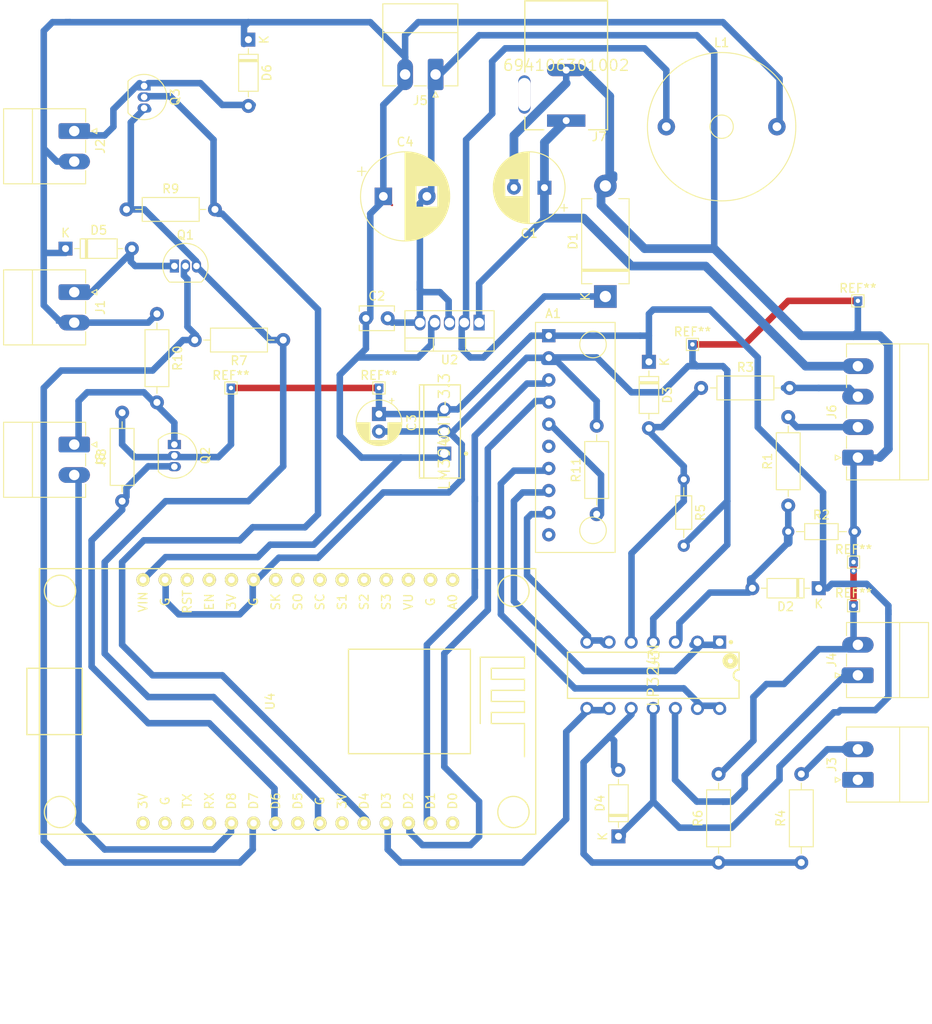
<source format=kicad_pcb>
(kicad_pcb (version 20171130) (host pcbnew "(5.1.10)-1")

  (general
    (thickness 1.6)
    (drawings 8)
    (tracks 369)
    (zones 0)
    (modules 44)
    (nets 49)
  )

  (page A4)
  (layers
    (0 F.Cu signal)
    (31 B.Cu signal)
    (32 B.Adhes user hide)
    (33 F.Adhes user hide)
    (34 B.Paste user hide)
    (35 F.Paste user hide)
    (36 B.SilkS user hide)
    (37 F.SilkS user)
    (38 B.Mask user hide)
    (39 F.Mask user hide)
    (40 Dwgs.User user)
    (41 Cmts.User user hide)
    (42 Eco1.User user hide)
    (43 Eco2.User user hide)
    (44 Edge.Cuts user)
    (45 Margin user)
    (46 B.CrtYd user)
    (47 F.CrtYd user)
    (48 B.Fab user hide)
    (49 F.Fab user hide)
  )

  (setup
    (last_trace_width 0.75)
    (user_trace_width 0.75)
    (user_trace_width 1)
    (user_trace_width 2)
    (trace_clearance 0.2)
    (zone_clearance 0.508)
    (zone_45_only no)
    (trace_min 0.2)
    (via_size 0.8)
    (via_drill 0.4)
    (via_min_size 0.4)
    (via_min_drill 0.3)
    (uvia_size 0.3)
    (uvia_drill 0.1)
    (uvias_allowed no)
    (uvia_min_size 0.2)
    (uvia_min_drill 0.1)
    (edge_width 0.1)
    (segment_width 0.2)
    (pcb_text_width 0.3)
    (pcb_text_size 1.5 1.5)
    (mod_edge_width 0.15)
    (mod_text_size 1 1)
    (mod_text_width 0.15)
    (pad_size 1 1)
    (pad_drill 0.5)
    (pad_to_mask_clearance 0)
    (aux_axis_origin 0 0)
    (visible_elements 7EFCB827)
    (pcbplotparams
      (layerselection 0x010fc_ffffffff)
      (usegerberextensions false)
      (usegerberattributes true)
      (usegerberadvancedattributes true)
      (creategerberjobfile true)
      (excludeedgelayer true)
      (linewidth 0.100000)
      (plotframeref false)
      (viasonmask false)
      (mode 1)
      (useauxorigin false)
      (hpglpennumber 1)
      (hpglpenspeed 20)
      (hpglpendiameter 15.000000)
      (psnegative false)
      (psa4output false)
      (plotreference true)
      (plotvalue true)
      (plotinvisibletext false)
      (padsonsilk false)
      (subtractmaskfromsilk false)
      (outputformat 1)
      (mirror false)
      (drillshape 1)
      (scaleselection 1)
      (outputdirectory ""))
  )

  (net 0 "")
  (net 1 "Net-(A1-Pad10)")
  (net 2 humidity)
  (net 3 temperature)
  (net 4 current)
  (net 5 "Net-(A1-Pad6)")
  (net 6 "Net-(A1-Pad5)")
  (net 7 SDA)
  (net 8 SCL)
  (net 9 GNDREF)
  (net 10 3.3V)
  (net 11 24V)
  (net 12 5V)
  (net 13 "Net-(D1-Pad1)")
  (net 14 "Net-(D2-Pad2)")
  (net 15 "Net-(D3-Pad2)")
  (net 16 "Net-(D4-Pad2)")
  (net 17 Humidity_sensor)
  (net 18 KB_relay)
  (net 19 stop_relay)
  (net 20 Stop_from_DCU)
  (net 21 Temperature_sensor)
  (net 22 Current_Fluke)
  (net 23 RXnode)
  (net 24 RXard)
  (net 25 KB_out)
  (net 26 TXard)
  (net 27 stop_out)
  (net 28 stop_in)
  (net 29 "Net-(U4-Pad30)")
  (net 30 "Net-(U4-Pad25)")
  (net 31 "Net-(U4-Pad19)")
  (net 32 "Net-(U4-Pad18)")
  (net 33 "Net-(U4-Pad16)")
  (net 34 "Net-(U4-Pad13)")
  (net 35 "Net-(U4-Pad12)")
  (net 36 "Net-(U4-Pad11)")
  (net 37 "Net-(U4-Pad9)")
  (net 38 "Net-(U4-Pad8)")
  (net 39 "Net-(U4-Pad7)")
  (net 40 "Net-(U4-Pad6)")
  (net 41 "Net-(U4-Pad4)")
  (net 42 "Net-(U4-Pad3)")
  (net 43 "Net-(U4-Pad2)")
  (net 44 ADC0)
  (net 45 "Net-(J3-Pad1)")
  (net 46 "Net-(J7-Pad3)")
  (net 47 "Net-(U4-Pad23)")
  (net 48 "Net-(U4-Pad5)")

  (net_class Default "Esta es la clase de red por defecto."
    (clearance 0.2)
    (trace_width 0.25)
    (via_dia 0.8)
    (via_drill 0.4)
    (uvia_dia 0.3)
    (uvia_drill 0.1)
    (add_net 24V)
    (add_net 3.3V)
    (add_net 5V)
    (add_net ADC0)
    (add_net Current_Fluke)
    (add_net GNDREF)
    (add_net Humidity_sensor)
    (add_net KB_out)
    (add_net KB_relay)
    (add_net "Net-(A1-Pad10)")
    (add_net "Net-(A1-Pad5)")
    (add_net "Net-(A1-Pad6)")
    (add_net "Net-(D1-Pad1)")
    (add_net "Net-(D2-Pad2)")
    (add_net "Net-(D3-Pad2)")
    (add_net "Net-(D4-Pad2)")
    (add_net "Net-(J3-Pad1)")
    (add_net "Net-(J7-Pad3)")
    (add_net "Net-(U4-Pad11)")
    (add_net "Net-(U4-Pad12)")
    (add_net "Net-(U4-Pad13)")
    (add_net "Net-(U4-Pad16)")
    (add_net "Net-(U4-Pad18)")
    (add_net "Net-(U4-Pad19)")
    (add_net "Net-(U4-Pad2)")
    (add_net "Net-(U4-Pad23)")
    (add_net "Net-(U4-Pad25)")
    (add_net "Net-(U4-Pad3)")
    (add_net "Net-(U4-Pad30)")
    (add_net "Net-(U4-Pad4)")
    (add_net "Net-(U4-Pad5)")
    (add_net "Net-(U4-Pad6)")
    (add_net "Net-(U4-Pad7)")
    (add_net "Net-(U4-Pad8)")
    (add_net "Net-(U4-Pad9)")
    (add_net RXard)
    (add_net RXnode)
    (add_net SCL)
    (add_net SDA)
    (add_net Stop_from_DCU)
    (add_net TXard)
    (add_net Temperature_sensor)
    (add_net current)
    (add_net humidity)
    (add_net stop_in)
    (add_net stop_out)
    (add_net stop_relay)
    (add_net temperature)
  )

  (module Package_TO_SOT_THT:TO-92_Inline (layer F.Cu) (tedit 5A1DD157) (tstamp 61109BBC)
    (at 29 63.5 270)
    (descr "TO-92 leads in-line, narrow, oval pads, drill 0.75mm (see NXP sot054_po.pdf)")
    (tags "to-92 sc-43 sc-43a sot54 PA33 transistor")
    (path /60ED314A)
    (fp_text reference Q2 (at 1.27 -3.56 90) (layer F.SilkS)
      (effects (font (size 1 1) (thickness 0.15)))
    )
    (fp_text value BS170 (at 1.27 2.79 90) (layer F.Fab)
      (effects (font (size 1 1) (thickness 0.15)))
    )
    (fp_line (start -0.53 1.85) (end 3.07 1.85) (layer F.SilkS) (width 0.12))
    (fp_line (start -0.5 1.75) (end 3 1.75) (layer F.Fab) (width 0.1))
    (fp_line (start -1.46 -2.73) (end 4 -2.73) (layer F.CrtYd) (width 0.05))
    (fp_line (start -1.46 -2.73) (end -1.46 2.01) (layer F.CrtYd) (width 0.05))
    (fp_line (start 4 2.01) (end 4 -2.73) (layer F.CrtYd) (width 0.05))
    (fp_line (start 4 2.01) (end -1.46 2.01) (layer F.CrtYd) (width 0.05))
    (fp_arc (start 1.27 0) (end 1.27 -2.6) (angle 135) (layer F.SilkS) (width 0.12))
    (fp_arc (start 1.27 0) (end 1.27 -2.48) (angle -135) (layer F.Fab) (width 0.1))
    (fp_arc (start 1.27 0) (end 1.27 -2.6) (angle -135) (layer F.SilkS) (width 0.12))
    (fp_arc (start 1.27 0) (end 1.27 -2.48) (angle 135) (layer F.Fab) (width 0.1))
    (fp_text user %R (at 1.27 0 90) (layer F.Fab)
      (effects (font (size 1 1) (thickness 0.15)))
    )
    (pad 1 thru_hole rect (at 0 0 270) (size 1.05 1.5) (drill 0.75) (layers *.Cu *.Mask)
      (net 26 TXard))
    (pad 3 thru_hole oval (at 2.54 0 270) (size 1.05 1.5) (drill 0.75) (layers *.Cu *.Mask)
      (net 23 RXnode))
    (pad 2 thru_hole oval (at 1.27 0 270) (size 1.05 1.5) (drill 0.75) (layers *.Cu *.Mask)
      (net 10 3.3V))
    (model ${KISYS3DMOD}/Package_TO_SOT_THT.3dshapes/TO-92_Inline.wrl
      (at (xyz 0 0 0))
      (scale (xyz 1 1 1))
      (rotate (xyz 0 0 0))
    )
  )

  (module TestPoint:TestPoint_THTPad_1.0x1.0mm_Drill0.5mm (layer F.Cu) (tedit 615708DB) (tstamp 6157134B)
    (at 52.5 57)
    (descr "THT rectangular pad as test Point, square 1.0mm side length, hole diameter 0.5mm")
    (tags "test point THT pad rectangle square")
    (attr virtual)
    (fp_text reference REF** (at 0 -1.448) (layer F.SilkS)
      (effects (font (size 1 1) (thickness 0.15)))
    )
    (fp_text value TestPoint_THTPad_1.0x1.0mm_Drill0.5mm (at 0 1.55) (layer F.Fab)
      (effects (font (size 1 1) (thickness 0.15)))
    )
    (fp_line (start -0.7 -0.7) (end 0.7 -0.7) (layer F.SilkS) (width 0.12))
    (fp_line (start 0.7 -0.7) (end 0.7 0.7) (layer F.SilkS) (width 0.12))
    (fp_line (start 0.7 0.7) (end -0.7 0.7) (layer F.SilkS) (width 0.12))
    (fp_line (start -0.7 0.7) (end -0.7 -0.7) (layer F.SilkS) (width 0.12))
    (fp_line (start -1 -1) (end 1 -1) (layer F.CrtYd) (width 0.05))
    (fp_line (start -1 -1) (end -1 1) (layer F.CrtYd) (width 0.05))
    (fp_line (start 1 1) (end 1 -1) (layer F.CrtYd) (width 0.05))
    (fp_line (start 1 1) (end -1 1) (layer F.CrtYd) (width 0.05))
    (fp_text user %R (at 0 -1.45) (layer F.Fab)
      (effects (font (size 1 1) (thickness 0.15)))
    )
    (pad 1 thru_hole rect (at 0 0) (size 1 1) (drill 0.5) (layers *.Cu F.Mask)
      (net 10 3.3V))
  )

  (module TestPoint:TestPoint_THTPad_1.0x1.0mm_Drill0.5mm (layer F.Cu) (tedit 615708D5) (tstamp 6157134B)
    (at 35.5 57)
    (descr "THT rectangular pad as test Point, square 1.0mm side length, hole diameter 0.5mm")
    (tags "test point THT pad rectangle square")
    (attr virtual)
    (fp_text reference REF** (at 0 -1.448) (layer F.SilkS)
      (effects (font (size 1 1) (thickness 0.15)))
    )
    (fp_text value TestPoint_THTPad_1.0x1.0mm_Drill0.5mm (at 0 1.55) (layer F.Fab)
      (effects (font (size 1 1) (thickness 0.15)))
    )
    (fp_line (start -0.7 -0.7) (end 0.7 -0.7) (layer F.SilkS) (width 0.12))
    (fp_line (start 0.7 -0.7) (end 0.7 0.7) (layer F.SilkS) (width 0.12))
    (fp_line (start 0.7 0.7) (end -0.7 0.7) (layer F.SilkS) (width 0.12))
    (fp_line (start -0.7 0.7) (end -0.7 -0.7) (layer F.SilkS) (width 0.12))
    (fp_line (start -1 -1) (end 1 -1) (layer F.CrtYd) (width 0.05))
    (fp_line (start -1 -1) (end -1 1) (layer F.CrtYd) (width 0.05))
    (fp_line (start 1 1) (end 1 -1) (layer F.CrtYd) (width 0.05))
    (fp_line (start 1 1) (end -1 1) (layer F.CrtYd) (width 0.05))
    (fp_text user %R (at 0 -1.45) (layer F.Fab)
      (effects (font (size 1 1) (thickness 0.15)))
    )
    (pad 1 thru_hole rect (at 0 0) (size 1 1) (drill 0.5) (layers *.Cu F.Mask)
      (net 10 3.3V))
  )

  (module Inductor_THT:L_Radial_D16.8mm_P12.70mm_Vishay_IHB-1 (layer F.Cu) (tedit 5AE59B06) (tstamp 61109B98)
    (at 85.5 27)
    (descr "Inductor, Radial series, Radial, pin pitch=12.70mm, , diameter=16.8mm, Vishay, IHB-1, http://www.vishay.com/docs/34015/ihb.pdf")
    (tags "Inductor Radial series Radial pin pitch 12.70mm  diameter 16.8mm Vishay IHB-1")
    (path /60AEEB63)
    (fp_text reference L1 (at 6.35 -9.65) (layer F.SilkS)
      (effects (font (size 1 1) (thickness 0.15)))
    )
    (fp_text value 330uH (at 6.35 9.65) (layer F.Fab)
      (effects (font (size 1 1) (thickness 0.15)))
    )
    (fp_line (start 15 -8.65) (end -2.31 -8.65) (layer F.CrtYd) (width 0.05))
    (fp_line (start 15 8.65) (end 15 -8.65) (layer F.CrtYd) (width 0.05))
    (fp_line (start -2.31 8.65) (end 15 8.65) (layer F.CrtYd) (width 0.05))
    (fp_line (start -2.31 -8.65) (end -2.31 8.65) (layer F.CrtYd) (width 0.05))
    (fp_circle (center 6.35 0) (end 7.69 0) (layer F.SilkS) (width 0.12))
    (fp_circle (center 6.35 0) (end 14.87 0) (layer F.SilkS) (width 0.12))
    (fp_circle (center 6.35 0) (end 7.81 0) (layer F.Fab) (width 0.1))
    (fp_circle (center 6.35 0) (end 14.75 0) (layer F.Fab) (width 0.1))
    (fp_text user %R (at 6.35 0) (layer F.Fab)
      (effects (font (size 1 1) (thickness 0.15)))
    )
    (pad 2 thru_hole circle (at 12.7 0) (size 2 2) (drill 1) (layers *.Cu *.Mask)
      (net 12 5V))
    (pad 1 thru_hole circle (at 0 0) (size 2 2) (drill 1) (layers *.Cu *.Mask)
      (net 13 "Net-(D1-Pad1)"))
    (model ${KISYS3DMOD}/Inductor_THT.3dshapes/L_Radial_D16.8mm_P12.70mm_Vishay_IHB-1.wrl
      (at (xyz 0 0 0))
      (scale (xyz 1 1 1))
      (rotate (xyz 0 0 0))
    )
  )

  (module TestPoint:TestPoint_THTPad_1.0x1.0mm_Drill0.5mm (layer F.Cu) (tedit 615706AA) (tstamp 6157134B)
    (at 88.5 52)
    (descr "THT rectangular pad as test Point, square 1.0mm side length, hole diameter 0.5mm")
    (tags "test point THT pad rectangle square")
    (attr virtual)
    (fp_text reference REF** (at 0 -1.448) (layer F.SilkS)
      (effects (font (size 1 1) (thickness 0.15)))
    )
    (fp_text value TestPoint_THTPad_1.0x1.0mm_Drill0.5mm (at 0 1.55) (layer F.Fab)
      (effects (font (size 1 1) (thickness 0.15)))
    )
    (fp_line (start -0.7 -0.7) (end 0.7 -0.7) (layer F.SilkS) (width 0.12))
    (fp_line (start 0.7 -0.7) (end 0.7 0.7) (layer F.SilkS) (width 0.12))
    (fp_line (start 0.7 0.7) (end -0.7 0.7) (layer F.SilkS) (width 0.12))
    (fp_line (start -0.7 0.7) (end -0.7 -0.7) (layer F.SilkS) (width 0.12))
    (fp_line (start -1 -1) (end 1 -1) (layer F.CrtYd) (width 0.05))
    (fp_line (start -1 -1) (end -1 1) (layer F.CrtYd) (width 0.05))
    (fp_line (start 1 1) (end 1 -1) (layer F.CrtYd) (width 0.05))
    (fp_line (start 1 1) (end -1 1) (layer F.CrtYd) (width 0.05))
    (fp_text user %R (at 0 -1.45) (layer F.Fab)
      (effects (font (size 1 1) (thickness 0.15)))
    )
    (pad 1 thru_hole rect (at 0 0) (size 1 1) (drill 0.5) (layers *.Cu F.Mask)
      (net 9 GNDREF))
  )

  (module TestPoint:TestPoint_THTPad_1.0x1.0mm_Drill0.5mm (layer F.Cu) (tedit 61570637) (tstamp 6157134B)
    (at 107.5 47)
    (descr "THT rectangular pad as test Point, square 1.0mm side length, hole diameter 0.5mm")
    (tags "test point THT pad rectangle square")
    (attr virtual)
    (fp_text reference REF** (at 0 -1.448) (layer F.SilkS)
      (effects (font (size 1 1) (thickness 0.15)))
    )
    (fp_text value TestPoint_THTPad_1.0x1.0mm_Drill0.5mm (at 0 1.55) (layer F.Fab)
      (effects (font (size 1 1) (thickness 0.15)))
    )
    (fp_line (start -0.7 -0.7) (end 0.7 -0.7) (layer F.SilkS) (width 0.12))
    (fp_line (start 0.7 -0.7) (end 0.7 0.7) (layer F.SilkS) (width 0.12))
    (fp_line (start 0.7 0.7) (end -0.7 0.7) (layer F.SilkS) (width 0.12))
    (fp_line (start -0.7 0.7) (end -0.7 -0.7) (layer F.SilkS) (width 0.12))
    (fp_line (start -1 -1) (end 1 -1) (layer F.CrtYd) (width 0.05))
    (fp_line (start -1 -1) (end -1 1) (layer F.CrtYd) (width 0.05))
    (fp_line (start 1 1) (end 1 -1) (layer F.CrtYd) (width 0.05))
    (fp_line (start 1 1) (end -1 1) (layer F.CrtYd) (width 0.05))
    (fp_text user %R (at 0 -1.45) (layer F.Fab)
      (effects (font (size 1 1) (thickness 0.15)))
    )
    (pad 1 thru_hole rect (at 0 0) (size 1 1) (drill 0.5) (layers *.Cu F.Mask)
      (net 9 GNDREF))
  )

  (module TestPoint:TestPoint_THTPad_1.0x1.0mm_Drill0.5mm (layer F.Cu) (tedit 61570572) (tstamp 6157101C)
    (at 107 82)
    (descr "THT rectangular pad as test Point, square 1.0mm side length, hole diameter 0.5mm")
    (tags "test point THT pad rectangle square")
    (attr virtual)
    (fp_text reference REF** (at 0 -1.448) (layer F.SilkS)
      (effects (font (size 1 1) (thickness 0.15)))
    )
    (fp_text value TestPoint_THTPad_1.0x1.0mm_Drill0.5mm (at 0 1.55) (layer F.Fab)
      (effects (font (size 1 1) (thickness 0.15)))
    )
    (fp_line (start -0.7 -0.7) (end 0.7 -0.7) (layer F.SilkS) (width 0.12))
    (fp_line (start 0.7 -0.7) (end 0.7 0.7) (layer F.SilkS) (width 0.12))
    (fp_line (start 0.7 0.7) (end -0.7 0.7) (layer F.SilkS) (width 0.12))
    (fp_line (start -0.7 0.7) (end -0.7 -0.7) (layer F.SilkS) (width 0.12))
    (fp_line (start -1 -1) (end 1 -1) (layer F.CrtYd) (width 0.05))
    (fp_line (start -1 -1) (end -1 1) (layer F.CrtYd) (width 0.05))
    (fp_line (start 1 1) (end 1 -1) (layer F.CrtYd) (width 0.05))
    (fp_line (start 1 1) (end -1 1) (layer F.CrtYd) (width 0.05))
    (fp_text user %R (at 0 -1.45) (layer F.Fab)
      (effects (font (size 1 1) (thickness 0.15)))
    )
    (pad 1 thru_hole rect (at 0 0) (size 1 1) (drill 0.5) (layers *.Cu *.Mask)
      (net 9 GNDREF))
  )

  (module TestPoint:TestPoint_THTPad_1.0x1.0mm_Drill0.5mm (layer F.Cu) (tedit 6157057A) (tstamp 61571071)
    (at 107 77)
    (descr "THT rectangular pad as test Point, square 1.0mm side length, hole diameter 0.5mm")
    (tags "test point THT pad rectangle square")
    (attr virtual)
    (fp_text reference REF** (at 0 -1.448) (layer F.SilkS)
      (effects (font (size 1 1) (thickness 0.15)))
    )
    (fp_text value TestPoint_THTPad_1.0x1.0mm_Drill0.5mm (at 0 1.55) (layer F.Fab)
      (effects (font (size 1 1) (thickness 0.15)))
    )
    (fp_text user %R (at 0 -1.45) (layer F.Fab)
      (effects (font (size 1 1) (thickness 0.15)))
    )
    (fp_line (start -0.7 -0.7) (end 0.7 -0.7) (layer F.SilkS) (width 0.12))
    (fp_line (start 0.7 -0.7) (end 0.7 0.7) (layer F.SilkS) (width 0.12))
    (fp_line (start 0.7 0.7) (end -0.7 0.7) (layer F.SilkS) (width 0.12))
    (fp_line (start -0.7 0.7) (end -0.7 -0.7) (layer F.SilkS) (width 0.12))
    (fp_line (start -1 -1) (end 1 -1) (layer F.CrtYd) (width 0.05))
    (fp_line (start -1 -1) (end -1 1) (layer F.CrtYd) (width 0.05))
    (fp_line (start 1 1) (end 1 -1) (layer F.CrtYd) (width 0.05))
    (fp_line (start 1 1) (end -1 1) (layer F.CrtYd) (width 0.05))
    (pad 1 thru_hole rect (at 0 0) (size 1 1) (drill 0.5) (layers *.Cu F.Mask)
      (net 9 GNDREF))
  )

  (module Connector_Phoenix_MC:PhoenixContact_MC_1,5_2-G-3.5_1x02_P3.50mm_Horizontal (layer F.Cu) (tedit 5B784ED0) (tstamp 61109AE9)
    (at 17.5 27.5 270)
    (descr "Generic Phoenix Contact connector footprint for: MC_1,5/2-G-3.5; number of pins: 02; pin pitch: 3.50mm; Angled || order number: 1844210 8A 160V")
    (tags "phoenix_contact connector MC_01x02_G_3.5mm")
    (path /611AC3C4)
    (fp_text reference J2 (at 1.75 -3 90) (layer F.SilkS)
      (effects (font (size 1 1) (thickness 0.15)))
    )
    (fp_text value Conn_01x02_Male (at 1.75 9.2 90) (layer F.Fab)
      (effects (font (size 1 1) (thickness 0.15)))
    )
    (fp_line (start -2.56 -1.31) (end -2.56 8.11) (layer F.SilkS) (width 0.12))
    (fp_line (start -2.56 8.11) (end 6.06 8.11) (layer F.SilkS) (width 0.12))
    (fp_line (start 6.06 8.11) (end 6.06 -1.31) (layer F.SilkS) (width 0.12))
    (fp_line (start -2.56 -1.31) (end -1.05 -1.31) (layer F.SilkS) (width 0.12))
    (fp_line (start 6.06 -1.31) (end 4.55 -1.31) (layer F.SilkS) (width 0.12))
    (fp_line (start 1.05 -1.31) (end 2.45 -1.31) (layer F.SilkS) (width 0.12))
    (fp_line (start -2.45 -1.2) (end -2.45 8) (layer F.Fab) (width 0.1))
    (fp_line (start -2.45 8) (end 5.95 8) (layer F.Fab) (width 0.1))
    (fp_line (start 5.95 8) (end 5.95 -1.2) (layer F.Fab) (width 0.1))
    (fp_line (start 5.95 -1.2) (end -2.45 -1.2) (layer F.Fab) (width 0.1))
    (fp_line (start -2.56 4.8) (end 6.06 4.8) (layer F.SilkS) (width 0.12))
    (fp_line (start -3.06 -2.3) (end -3.06 8.5) (layer F.CrtYd) (width 0.05))
    (fp_line (start -3.06 8.5) (end 6.45 8.5) (layer F.CrtYd) (width 0.05))
    (fp_line (start 6.45 8.5) (end 6.45 -2.3) (layer F.CrtYd) (width 0.05))
    (fp_line (start 6.45 -2.3) (end -3.06 -2.3) (layer F.CrtYd) (width 0.05))
    (fp_line (start 0.3 -2.6) (end 0 -2) (layer F.SilkS) (width 0.12))
    (fp_line (start 0 -2) (end -0.3 -2.6) (layer F.SilkS) (width 0.12))
    (fp_line (start -0.3 -2.6) (end 0.3 -2.6) (layer F.SilkS) (width 0.12))
    (fp_line (start 0.8 -1.2) (end 0 0) (layer F.Fab) (width 0.1))
    (fp_line (start 0 0) (end -0.8 -1.2) (layer F.Fab) (width 0.1))
    (fp_text user %R (at 1.75 -0.5 90) (layer F.Fab)
      (effects (font (size 1 1) (thickness 0.15)))
    )
    (pad 2 thru_hole oval (at 3.5 0 270) (size 1.8 3.6) (drill 1.2) (layers *.Cu *.Mask)
      (net 12 5V))
    (pad 1 thru_hole roundrect (at 0 0 270) (size 1.8 3.6) (drill 1.2) (layers *.Cu *.Mask) (roundrect_rratio 0.138889)
      (net 19 stop_relay))
    (model ${KISYS3DMOD}/Connector_Phoenix_MC.3dshapes/PhoenixContact_MC_1,5_2-G-3.5_1x02_P3.50mm_Horizontal.wrl
      (at (xyz 0 0 0))
      (scale (xyz 1 1 1))
      (rotate (xyz 0 0 0))
    )
  )

  (module Resistor_THT:R_Axial_DIN0207_L6.3mm_D2.5mm_P10.16mm_Horizontal (layer F.Cu) (tedit 5AE5139B) (tstamp 613946AE)
    (at 77.5 71.5 90)
    (descr "Resistor, Axial_DIN0207 series, Axial, Horizontal, pin pitch=10.16mm, 0.25W = 1/4W, length*diameter=6.3*2.5mm^2, http://cdn-reichelt.de/documents/datenblatt/B400/1_4W%23YAG.pdf")
    (tags "Resistor Axial_DIN0207 series Axial Horizontal pin pitch 10.16mm 0.25W = 1/4W length 6.3mm diameter 2.5mm")
    (path /613E9215)
    (fp_text reference R11 (at 5.08 -2.37 90) (layer F.SilkS)
      (effects (font (size 1 1) (thickness 0.15)))
    )
    (fp_text value 1k (at 5.08 2.37 90) (layer F.Fab)
      (effects (font (size 1 1) (thickness 0.15)))
    )
    (fp_line (start 1.93 -1.25) (end 1.93 1.25) (layer F.Fab) (width 0.1))
    (fp_line (start 1.93 1.25) (end 8.23 1.25) (layer F.Fab) (width 0.1))
    (fp_line (start 8.23 1.25) (end 8.23 -1.25) (layer F.Fab) (width 0.1))
    (fp_line (start 8.23 -1.25) (end 1.93 -1.25) (layer F.Fab) (width 0.1))
    (fp_line (start 0 0) (end 1.93 0) (layer F.Fab) (width 0.1))
    (fp_line (start 10.16 0) (end 8.23 0) (layer F.Fab) (width 0.1))
    (fp_line (start 1.81 -1.37) (end 1.81 1.37) (layer F.SilkS) (width 0.12))
    (fp_line (start 1.81 1.37) (end 8.35 1.37) (layer F.SilkS) (width 0.12))
    (fp_line (start 8.35 1.37) (end 8.35 -1.37) (layer F.SilkS) (width 0.12))
    (fp_line (start 8.35 -1.37) (end 1.81 -1.37) (layer F.SilkS) (width 0.12))
    (fp_line (start 1.04 0) (end 1.81 0) (layer F.SilkS) (width 0.12))
    (fp_line (start 9.12 0) (end 8.35 0) (layer F.SilkS) (width 0.12))
    (fp_line (start -1.05 -1.5) (end -1.05 1.5) (layer F.CrtYd) (width 0.05))
    (fp_line (start -1.05 1.5) (end 11.21 1.5) (layer F.CrtYd) (width 0.05))
    (fp_line (start 11.21 1.5) (end 11.21 -1.5) (layer F.CrtYd) (width 0.05))
    (fp_line (start 11.21 -1.5) (end -1.05 -1.5) (layer F.CrtYd) (width 0.05))
    (fp_text user %R (at 5.08 0 90) (layer F.Fab)
      (effects (font (size 1 1) (thickness 0.15)))
    )
    (pad 2 thru_hole oval (at 10.16 0 90) (size 1.6 1.6) (drill 0.8) (layers *.Cu *.Mask)
      (net 9 GNDREF))
    (pad 1 thru_hole circle (at 0 0 90) (size 1.6 1.6) (drill 0.8) (layers *.Cu *.Mask)
      (net 6 "Net-(A1-Pad5)"))
    (model ${KISYS3DMOD}/Resistor_THT.3dshapes/R_Axial_DIN0207_L6.3mm_D2.5mm_P10.16mm_Horizontal.wrl
      (at (xyz 0 0 0))
      (scale (xyz 1 1 1))
      (rotate (xyz 0 0 0))
    )
  )

  (module Diode_THT:D_DO-35_SOD27_P7.62mm_Horizontal (layer F.Cu) (tedit 5AE50CD5) (tstamp 6138A6EC)
    (at 37.5 17 270)
    (descr "Diode, DO-35_SOD27 series, Axial, Horizontal, pin pitch=7.62mm, , length*diameter=4*2mm^2, , http://www.diodes.com/_files/packages/DO-35.pdf")
    (tags "Diode DO-35_SOD27 series Axial Horizontal pin pitch 7.62mm  length 4mm diameter 2mm")
    (path /6139C496)
    (fp_text reference D6 (at 3.81 -2.12 90) (layer F.SilkS)
      (effects (font (size 1 1) (thickness 0.15)))
    )
    (fp_text value D (at 3.81 2.12 90) (layer F.Fab)
      (effects (font (size 1 1) (thickness 0.15)))
    )
    (fp_line (start 1.81 -1) (end 1.81 1) (layer F.Fab) (width 0.1))
    (fp_line (start 1.81 1) (end 5.81 1) (layer F.Fab) (width 0.1))
    (fp_line (start 5.81 1) (end 5.81 -1) (layer F.Fab) (width 0.1))
    (fp_line (start 5.81 -1) (end 1.81 -1) (layer F.Fab) (width 0.1))
    (fp_line (start 0 0) (end 1.81 0) (layer F.Fab) (width 0.1))
    (fp_line (start 7.62 0) (end 5.81 0) (layer F.Fab) (width 0.1))
    (fp_line (start 2.41 -1) (end 2.41 1) (layer F.Fab) (width 0.1))
    (fp_line (start 2.51 -1) (end 2.51 1) (layer F.Fab) (width 0.1))
    (fp_line (start 2.31 -1) (end 2.31 1) (layer F.Fab) (width 0.1))
    (fp_line (start 1.69 -1.12) (end 1.69 1.12) (layer F.SilkS) (width 0.12))
    (fp_line (start 1.69 1.12) (end 5.93 1.12) (layer F.SilkS) (width 0.12))
    (fp_line (start 5.93 1.12) (end 5.93 -1.12) (layer F.SilkS) (width 0.12))
    (fp_line (start 5.93 -1.12) (end 1.69 -1.12) (layer F.SilkS) (width 0.12))
    (fp_line (start 1.04 0) (end 1.69 0) (layer F.SilkS) (width 0.12))
    (fp_line (start 6.58 0) (end 5.93 0) (layer F.SilkS) (width 0.12))
    (fp_line (start 2.41 -1.12) (end 2.41 1.12) (layer F.SilkS) (width 0.12))
    (fp_line (start 2.53 -1.12) (end 2.53 1.12) (layer F.SilkS) (width 0.12))
    (fp_line (start 2.29 -1.12) (end 2.29 1.12) (layer F.SilkS) (width 0.12))
    (fp_line (start -1.05 -1.25) (end -1.05 1.25) (layer F.CrtYd) (width 0.05))
    (fp_line (start -1.05 1.25) (end 8.67 1.25) (layer F.CrtYd) (width 0.05))
    (fp_line (start 8.67 1.25) (end 8.67 -1.25) (layer F.CrtYd) (width 0.05))
    (fp_line (start 8.67 -1.25) (end -1.05 -1.25) (layer F.CrtYd) (width 0.05))
    (fp_text user K (at 0 -1.8 90) (layer F.SilkS)
      (effects (font (size 1 1) (thickness 0.15)))
    )
    (fp_text user K (at 0 -1.8 90) (layer F.Fab)
      (effects (font (size 1 1) (thickness 0.15)))
    )
    (fp_text user %R (at 4.11 0 90) (layer F.Fab)
      (effects (font (size 0.8 0.8) (thickness 0.12)))
    )
    (pad 2 thru_hole oval (at 7.62 0 270) (size 1.6 1.6) (drill 0.8) (layers *.Cu *.Mask)
      (net 19 stop_relay))
    (pad 1 thru_hole rect (at 0 0 270) (size 1.6 1.6) (drill 0.8) (layers *.Cu *.Mask)
      (net 12 5V))
    (model ${KISYS3DMOD}/Diode_THT.3dshapes/D_DO-35_SOD27_P7.62mm_Horizontal.wrl
      (at (xyz 0 0 0))
      (scale (xyz 1 1 1))
      (rotate (xyz 0 0 0))
    )
  )

  (module Diode_THT:D_DO-35_SOD27_P7.62mm_Horizontal (layer F.Cu) (tedit 5AE50CD5) (tstamp 6138A6CD)
    (at 16.5 41)
    (descr "Diode, DO-35_SOD27 series, Axial, Horizontal, pin pitch=7.62mm, , length*diameter=4*2mm^2, , http://www.diodes.com/_files/packages/DO-35.pdf")
    (tags "Diode DO-35_SOD27 series Axial Horizontal pin pitch 7.62mm  length 4mm diameter 2mm")
    (path /6139AAE9)
    (fp_text reference D5 (at 3.81 -2.12) (layer F.SilkS)
      (effects (font (size 1 1) (thickness 0.15)))
    )
    (fp_text value D (at 3.81 2.12) (layer F.Fab)
      (effects (font (size 1 1) (thickness 0.15)))
    )
    (fp_line (start 1.81 -1) (end 1.81 1) (layer F.Fab) (width 0.1))
    (fp_line (start 1.81 1) (end 5.81 1) (layer F.Fab) (width 0.1))
    (fp_line (start 5.81 1) (end 5.81 -1) (layer F.Fab) (width 0.1))
    (fp_line (start 5.81 -1) (end 1.81 -1) (layer F.Fab) (width 0.1))
    (fp_line (start 0 0) (end 1.81 0) (layer F.Fab) (width 0.1))
    (fp_line (start 7.62 0) (end 5.81 0) (layer F.Fab) (width 0.1))
    (fp_line (start 2.41 -1) (end 2.41 1) (layer F.Fab) (width 0.1))
    (fp_line (start 2.51 -1) (end 2.51 1) (layer F.Fab) (width 0.1))
    (fp_line (start 2.31 -1) (end 2.31 1) (layer F.Fab) (width 0.1))
    (fp_line (start 1.69 -1.12) (end 1.69 1.12) (layer F.SilkS) (width 0.12))
    (fp_line (start 1.69 1.12) (end 5.93 1.12) (layer F.SilkS) (width 0.12))
    (fp_line (start 5.93 1.12) (end 5.93 -1.12) (layer F.SilkS) (width 0.12))
    (fp_line (start 5.93 -1.12) (end 1.69 -1.12) (layer F.SilkS) (width 0.12))
    (fp_line (start 1.04 0) (end 1.69 0) (layer F.SilkS) (width 0.12))
    (fp_line (start 6.58 0) (end 5.93 0) (layer F.SilkS) (width 0.12))
    (fp_line (start 2.41 -1.12) (end 2.41 1.12) (layer F.SilkS) (width 0.12))
    (fp_line (start 2.53 -1.12) (end 2.53 1.12) (layer F.SilkS) (width 0.12))
    (fp_line (start 2.29 -1.12) (end 2.29 1.12) (layer F.SilkS) (width 0.12))
    (fp_line (start -1.05 -1.25) (end -1.05 1.25) (layer F.CrtYd) (width 0.05))
    (fp_line (start -1.05 1.25) (end 8.67 1.25) (layer F.CrtYd) (width 0.05))
    (fp_line (start 8.67 1.25) (end 8.67 -1.25) (layer F.CrtYd) (width 0.05))
    (fp_line (start 8.67 -1.25) (end -1.05 -1.25) (layer F.CrtYd) (width 0.05))
    (fp_text user K (at 0 -1.8) (layer F.SilkS)
      (effects (font (size 1 1) (thickness 0.15)))
    )
    (fp_text user K (at 0 -1.8) (layer F.Fab)
      (effects (font (size 1 1) (thickness 0.15)))
    )
    (fp_text user %R (at 4.11 0) (layer F.Fab)
      (effects (font (size 0.8 0.8) (thickness 0.12)))
    )
    (pad 2 thru_hole oval (at 7.62 0) (size 1.6 1.6) (drill 0.8) (layers *.Cu *.Mask)
      (net 18 KB_relay))
    (pad 1 thru_hole rect (at 0 0) (size 1.6 1.6) (drill 0.8) (layers *.Cu *.Mask)
      (net 12 5V))
    (model ${KISYS3DMOD}/Diode_THT.3dshapes/D_DO-35_SOD27_P7.62mm_Horizontal.wrl
      (at (xyz 0 0 0))
      (scale (xyz 1 1 1))
      (rotate (xyz 0 0 0))
    )
  )

  (module LP324N:Texas_Instruments-LP324N-Manufacturer_Recommended (layer F.Cu) (tedit 5EF2200A) (tstamp 61109D4C)
    (at 84 90 270)
    (path /6115504E)
    (fp_text reference U3 (at -3.048 -0.092 90) (layer F.SilkS)
      (effects (font (size 1.2 1.2) (thickness 0.15)) (justify right))
    )
    (fp_text value LP324N (at 0 0 90) (layer F.SilkS)
      (effects (font (size 1.27 1.27) (thickness 0.15)))
    )
    (fp_line (start 4.775001 10.025) (end 4.775001 -10.025) (layer F.CrtYd) (width 0.15))
    (fp_line (start -4.774999 10.025) (end 4.775001 10.025) (layer F.CrtYd) (width 0.15))
    (fp_line (start -4.774999 -10.025) (end -4.774999 10.025) (layer F.CrtYd) (width 0.15))
    (fp_line (start 4.775001 -10.025) (end -4.774999 -10.025) (layer F.CrtYd) (width 0.15))
    (fp_line (start 4.775001 -10.025) (end 4.775001 -10.025) (layer F.CrtYd) (width 0.15))
    (fp_line (start -3.300001 9.850001) (end 3.300001 9.850001) (layer F.Fab) (width 0.1))
    (fp_line (start -3.300001 -9.850001) (end 3.300001 -9.850001) (layer F.Fab) (width 0.1))
    (fp_line (start 3.300001 9.850001) (end 3.300001 -9.850001) (layer F.Fab) (width 0.1))
    (fp_line (start -3.300001 9.850001) (end -3.300001 -9.850001) (layer F.Fab) (width 0.1))
    (fp_line (start -2.65 9.850001) (end 2.65 9.850001) (layer F.SilkS) (width 0.15))
    (fp_line (start 0.635 -9.850001) (end 2.65 -9.850001) (layer F.SilkS) (width 0.15))
    (fp_line (start -2.65 -9.850001) (end -0.635 -9.850001) (layer F.SilkS) (width 0.15))
    (fp_line (start 2.65 9.850001) (end 2.65 -9.850001) (layer F.SilkS) (width 0.15))
    (fp_line (start -2.65 9.850001) (end -2.65 -9.850001) (layer F.SilkS) (width 0.15))
    (fp_circle (center -2.4 -8.95) (end -1.900001 -8.95) (layer F.Fab) (width 0.1))
    (fp_circle (center -1.649999 -8.85) (end -1.35 -8.85) (layer F.SilkS) (width 0.599999))
    (fp_circle (center -3.81 -8.92) (end -3.684999 -8.92) (layer F.SilkS) (width 0.249999))
    (fp_line (start 0.627182 -9.750665) (end 0.635 -9.850001) (layer F.SilkS) (width 0.2))
    (fp_line (start 0.603921 -9.653775) (end 0.627182 -9.750665) (layer F.SilkS) (width 0.2))
    (fp_line (start 0.565789 -9.561717) (end 0.603921 -9.653775) (layer F.SilkS) (width 0.2))
    (fp_line (start 0.513726 -9.476757) (end 0.565789 -9.561717) (layer F.SilkS) (width 0.2))
    (fp_line (start 0.449013 -9.400988) (end 0.513726 -9.476757) (layer F.SilkS) (width 0.2))
    (fp_line (start 0.373244 -9.336275) (end 0.449013 -9.400988) (layer F.SilkS) (width 0.2))
    (fp_line (start 0.288284 -9.284212) (end 0.373244 -9.336275) (layer F.SilkS) (width 0.2))
    (fp_line (start 0.196226 -9.24608) (end 0.288284 -9.284212) (layer F.SilkS) (width 0.2))
    (fp_line (start 0.099336 -9.222819) (end 0.196226 -9.24608) (layer F.SilkS) (width 0.2))
    (fp_line (start 0 -9.215001) (end 0.099336 -9.222819) (layer F.SilkS) (width 0.2))
    (fp_line (start -0.099336 -9.222819) (end 0 -9.215001) (layer F.SilkS) (width 0.2))
    (fp_line (start -0.196226 -9.24608) (end -0.099336 -9.222819) (layer F.SilkS) (width 0.2))
    (fp_line (start -0.288284 -9.284212) (end -0.196226 -9.24608) (layer F.SilkS) (width 0.2))
    (fp_line (start -0.373244 -9.336275) (end -0.288284 -9.284212) (layer F.SilkS) (width 0.2))
    (fp_line (start -0.449013 -9.400988) (end -0.373244 -9.336275) (layer F.SilkS) (width 0.2))
    (fp_line (start -0.513726 -9.476757) (end -0.449013 -9.400988) (layer F.SilkS) (width 0.2))
    (fp_line (start -0.565789 -9.561717) (end -0.513726 -9.476757) (layer F.SilkS) (width 0.2))
    (fp_line (start -0.603921 -9.653775) (end -0.565789 -9.561717) (layer F.SilkS) (width 0.2))
    (fp_line (start -0.627182 -9.750665) (end -0.603921 -9.653775) (layer F.SilkS) (width 0.2))
    (fp_line (start -0.635 -9.850001) (end -0.627182 -9.750665) (layer F.SilkS) (width 0.2))
    (pad 1 thru_hole rect (at -3.81 -7.62 270) (size 1.5 1.5) (drill 0.900001) (layers *.Cu)
      (net 2 humidity))
    (pad 2 thru_hole circle (at -3.81 -5.08 270) (size 1.5 1.5) (drill 0.900001) (layers *.Cu)
      (net 2 humidity))
    (pad 3 thru_hole circle (at -3.81 -2.54 270) (size 1.5 1.5) (drill 0.900001) (layers *.Cu)
      (net 14 "Net-(D2-Pad2)"))
    (pad 4 thru_hole circle (at -3.81 0 270) (size 1.5 1.5) (drill 0.900001) (layers *.Cu)
      (net 9 GNDREF))
    (pad 5 thru_hole circle (at -3.81 2.54 270) (size 1.5 1.5) (drill 0.900001) (layers *.Cu)
      (net 15 "Net-(D3-Pad2)"))
    (pad 6 thru_hole circle (at -3.81 5.08 270) (size 1.5 1.5) (drill 0.900001) (layers *.Cu)
      (net 3 temperature))
    (pad 7 thru_hole circle (at -3.81 7.62 270) (size 1.5 1.5) (drill 0.900001) (layers *.Cu)
      (net 3 temperature))
    (pad 14 thru_hole circle (at 3.81 -7.62 270) (size 1.5 1.5) (drill 0.900001) (layers *.Cu)
      (net 4 current))
    (pad 13 thru_hole circle (at 3.81 -5.08 270) (size 1.5 1.5) (drill 0.900001) (layers *.Cu)
      (net 4 current))
    (pad 12 thru_hole circle (at 3.81 -2.54 270) (size 1.5 1.5) (drill 0.900001) (layers *.Cu)
      (net 22 Current_Fluke))
    (pad 11 thru_hole circle (at 3.81 0 270) (size 1.5 1.5) (drill 0.900001) (layers *.Cu)
      (net 10 3.3V))
    (pad 10 thru_hole circle (at 3.81 2.54 270) (size 1.5 1.5) (drill 0.900001) (layers *.Cu)
      (net 16 "Net-(D4-Pad2)"))
    (pad 9 thru_hole circle (at 3.81 5.08 270) (size 1.5 1.5) (drill 0.900001) (layers *.Cu)
      (net 28 stop_in))
    (pad 8 thru_hole circle (at 3.81 7.62 270) (size 1.5 1.5) (drill 0.900001) (layers *.Cu)
      (net 28 stop_in))
    (model eec.models/Texas_Instruments_-_LP324N.step
      (offset (xyz 193.5479970932007 0 0))
      (scale (xyz 1 1 1))
      (rotate (xyz 0 0 0))
    )
    (model eec.models/Texas_Instruments_-_LP324N.step
      (offset (xyz 193.5479970932007 0 67.56399898529052))
      (scale (xyz 1 1 1))
      (rotate (xyz 0 0 0))
    )
    (model eec.models/Texas_Instruments_-_LP324N.step
      (offset (xyz 193.5479970932007 0 -40.63997398964882))
      (scale (xyz 1 1 1))
      (rotate (xyz 0 0 0))
    )
    (model eec.models/Texas_Instruments_-_LP324N.step
      (offset (xyz 129.0319980621338 0 0))
      (scale (xyz 1 1 1))
      (rotate (xyz 0 0 0))
    )
    (model eec.models/Texas_Instruments_-_LP324N.step
      (offset (xyz 129.0319980621338 0 67.56399898529052))
      (scale (xyz 1 1 1))
      (rotate (xyz 0 0 0))
    )
    (model eec.models/Texas_Instruments_-_LP324N.step
      (offset (xyz 129.0319980621338 0 -40.63997398964882))
      (scale (xyz 1 1 1))
      (rotate (xyz 0 0 0))
    )
    (model eec.models/Texas_Instruments_-_LP324N.step
      (offset (xyz 64.5159990310669 0 0))
      (scale (xyz 1 1 1))
      (rotate (xyz 0 0 0))
    )
    (model eec.models/Texas_Instruments_-_LP324N.step
      (offset (xyz 64.5159990310669 0 67.56399898529052))
      (scale (xyz 1 1 1))
      (rotate (xyz 0 0 0))
    )
    (model eec.models/Texas_Instruments_-_LP324N.step
      (offset (xyz 64.5159990310669 0 -40.63997398964882))
      (scale (xyz 1 1 1))
      (rotate (xyz 0 0 0))
    )
    (model eec.models/Texas_Instruments_-_LP324N.step
      (at (xyz 0 0 0))
      (scale (xyz 1 1 1))
      (rotate (xyz 0 0 0))
    )
    (model eec.models/Texas_Instruments_-_LP324N.step
      (offset (xyz 0 0 67.56399898529052))
      (scale (xyz 1 1 1))
      (rotate (xyz 0 0 0))
    )
    (model eec.models/Texas_Instruments_-_LP324N.step
      (offset (xyz 0 0 -40.63997398964882))
      (scale (xyz 1 1 1))
      (rotate (xyz 0 0 0))
    )
    (model eec.models/Texas_Instruments_-_LP324N.step
      (offset (xyz -38.60799942016602 0 0))
      (scale (xyz 1 1 1))
      (rotate (xyz 0 0 0))
    )
    (model eec.models/Texas_Instruments_-_LP324N.step
      (offset (xyz -38.60799942016602 0 67.56399898529052))
      (scale (xyz 1 1 1))
      (rotate (xyz 0 0 0))
    )
    (model eec.models/Texas_Instruments_-_LP324N.step
      (offset (xyz -36.8299994468689 0 -40.63997398964882))
      (scale (xyz 1 1 1))
      (rotate (xyz 0 0 0))
    )
    (model eec.models/Texas_Instruments_-_LP324N.step
      (offset (xyz -70.86599893569947 0 0))
      (scale (xyz 1 1 1))
      (rotate (xyz 0 0 0))
    )
    (model eec.models/Texas_Instruments_-_LP324N.step
      (offset (xyz -70.86599893569947 0 67.56399898529052))
      (scale (xyz 1 1 1))
      (rotate (xyz 0 0 0))
    )
    (model eec.models/Texas_Instruments_-_LP324N.step
      (offset (xyz -69.08799896240235 0 -40.63997398964882))
      (scale (xyz 1 1 1))
      (rotate (xyz 0 0 0))
    )
    (model eec.models/Texas_Instruments_-_LP324N.step
      (offset (xyz -103.1239984512329 0 0))
      (scale (xyz 1 1 1))
      (rotate (xyz 0 0 0))
    )
    (model eec.models/Texas_Instruments_-_LP324N.step
      (offset (xyz -103.1239984512329 0 67.56399898529052))
      (scale (xyz 1 1 1))
      (rotate (xyz 0 0 0))
    )
    (model eec.models/Texas_Instruments_-_LP324N.step
      (offset (xyz -101.3459984779358 0 -40.63997398964882))
      (scale (xyz 1 1 1))
      (rotate (xyz 0 0 0))
    )
    (model eec.models/Texas_Instruments_-_LP324N.step
      (offset (xyz -103.1239984512329 0 0))
      (scale (xyz 1 1 1))
      (rotate (xyz 0 0 0))
    )
    (model eec.models/Texas_Instruments_-_LP324N.step
      (offset (xyz -103.1239984512329 0 67.56399898529052))
      (scale (xyz 1 1 1))
      (rotate (xyz 0 0 0))
    )
    (model eec.models/Texas_Instruments_-_LP324N.step
      (offset (xyz -101.3459984779358 0 -40.63997398964882))
      (scale (xyz 1 1 1))
      (rotate (xyz 0 0 0))
    )
    (model eec.models/Texas_Instruments_-_LP324N.step
      (offset (xyz -70.86599893569947 0 0))
      (scale (xyz 1 1 1))
      (rotate (xyz 0 0 0))
    )
    (model eec.models/Texas_Instruments_-_LP324N.step
      (offset (xyz -70.86599893569947 0 67.56399898529052))
      (scale (xyz 1 1 1))
      (rotate (xyz 0 0 0))
    )
    (model eec.models/Texas_Instruments_-_LP324N.step
      (offset (xyz -69.08799896240235 0 -40.63997398964882))
      (scale (xyz 1 1 1))
      (rotate (xyz 0 0 0))
    )
    (model eec.models/Texas_Instruments_-_LP324N.step
      (offset (xyz -38.60799942016602 0 0))
      (scale (xyz 1 1 1))
      (rotate (xyz 0 0 0))
    )
    (model eec.models/Texas_Instruments_-_LP324N.step
      (offset (xyz -38.60799942016602 0 67.56399898529052))
      (scale (xyz 1 1 1))
      (rotate (xyz 0 0 0))
    )
    (model eec.models/Texas_Instruments_-_LP324N.step
      (offset (xyz -36.8299994468689 0 -40.63997398964882))
      (scale (xyz 1 1 1))
      (rotate (xyz 0 0 0))
    )
    (model eec.models/Texas_Instruments_-_LP324N.step
      (at (xyz 0 0 0))
      (scale (xyz 1 1 1))
      (rotate (xyz 0 0 0))
    )
    (model eec.models/Texas_Instruments_-_LP324N.step
      (offset (xyz 0 0 67.56399898529052))
      (scale (xyz 1 1 1))
      (rotate (xyz 0 0 0))
    )
    (model eec.models/Texas_Instruments_-_LP324N.step
      (offset (xyz 0 0 -40.63997398964882))
      (scale (xyz 1 1 1))
      (rotate (xyz 0 0 0))
    )
    (model eec.models/Texas_Instruments_-_LP324N.step
      (offset (xyz 64.5159990310669 0 0))
      (scale (xyz 1 1 1))
      (rotate (xyz 0 0 0))
    )
    (model eec.models/Texas_Instruments_-_LP324N.step
      (offset (xyz 64.5159990310669 0 67.56399898529052))
      (scale (xyz 1 1 1))
      (rotate (xyz 0 0 0))
    )
    (model eec.models/Texas_Instruments_-_LP324N.step
      (offset (xyz 64.5159990310669 0 -40.63997398964882))
      (scale (xyz 1 1 1))
      (rotate (xyz 0 0 0))
    )
    (model eec.models/Texas_Instruments_-_LP324N.step
      (offset (xyz 129.0319980621338 0 0))
      (scale (xyz 1 1 1))
      (rotate (xyz 0 0 0))
    )
    (model eec.models/Texas_Instruments_-_LP324N.step
      (offset (xyz 129.0319980621338 0 67.56399898529052))
      (scale (xyz 1 1 1))
      (rotate (xyz 0 0 0))
    )
    (model eec.models/Texas_Instruments_-_LP324N.step
      (offset (xyz 129.0319980621338 0 -40.63997398964882))
      (scale (xyz 1 1 1))
      (rotate (xyz 0 0 0))
    )
    (model eec.models/Texas_Instruments_-_LP324N.step
      (offset (xyz 193.5479970932007 0 0))
      (scale (xyz 1 1 1))
      (rotate (xyz 0 0 0))
    )
    (model eec.models/Texas_Instruments_-_LP324N.step
      (offset (xyz 193.5479970932007 0 67.56399898529052))
      (scale (xyz 1 1 1))
      (rotate (xyz 0 0 0))
    )
    (model eec.models/Texas_Instruments_-_LP324N.step
      (offset (xyz 193.5479970932007 0 -40.63997398964882))
      (scale (xyz 1 1 1))
      (rotate (xyz 0 0 0))
    )
    (model eec.models/Texas_Instruments_-_LP324N.step
      (offset (xyz 0 0 12.95397440545082))
      (scale (xyz 1 1 1))
      (rotate (xyz 0 0 0))
    )
  )

  (module Connector_Phoenix_MC:PhoenixContact_MC_1,5_4-G-3.5_1x04_P3.50mm_Horizontal (layer F.Cu) (tedit 5B784ED0) (tstamp 610EAD4A)
    (at 107.5 65 90)
    (descr "Generic Phoenix Contact connector footprint for: MC_1,5/4-G-3.5; number of pins: 04; pin pitch: 3.50mm; Angled || order number: 1844236 8A 160V")
    (tags "phoenix_contact connector MC_01x04_G_3.5mm")
    (path /611011FE)
    (fp_text reference J6 (at 5.25 -3 90) (layer F.SilkS)
      (effects (font (size 1 1) (thickness 0.15)))
    )
    (fp_text value Conn_01x04_Male (at 5.25 9.2 90) (layer F.Fab)
      (effects (font (size 1 1) (thickness 0.15)))
    )
    (fp_line (start -2.56 -1.31) (end -2.56 8.11) (layer F.SilkS) (width 0.12))
    (fp_line (start -2.56 8.11) (end 13.06 8.11) (layer F.SilkS) (width 0.12))
    (fp_line (start 13.06 8.11) (end 13.06 -1.31) (layer F.SilkS) (width 0.12))
    (fp_line (start -2.56 -1.31) (end -1.05 -1.31) (layer F.SilkS) (width 0.12))
    (fp_line (start 13.06 -1.31) (end 11.55 -1.31) (layer F.SilkS) (width 0.12))
    (fp_line (start 1.05 -1.31) (end 2.45 -1.31) (layer F.SilkS) (width 0.12))
    (fp_line (start 4.55 -1.31) (end 5.95 -1.31) (layer F.SilkS) (width 0.12))
    (fp_line (start 8.05 -1.31) (end 9.45 -1.31) (layer F.SilkS) (width 0.12))
    (fp_line (start -2.45 -1.2) (end -2.45 8) (layer F.Fab) (width 0.1))
    (fp_line (start -2.45 8) (end 12.95 8) (layer F.Fab) (width 0.1))
    (fp_line (start 12.95 8) (end 12.95 -1.2) (layer F.Fab) (width 0.1))
    (fp_line (start 12.95 -1.2) (end -2.45 -1.2) (layer F.Fab) (width 0.1))
    (fp_line (start -2.56 4.8) (end 13.06 4.8) (layer F.SilkS) (width 0.12))
    (fp_line (start -3.06 -2.3) (end -3.06 8.5) (layer F.CrtYd) (width 0.05))
    (fp_line (start -3.06 8.5) (end 13.45 8.5) (layer F.CrtYd) (width 0.05))
    (fp_line (start 13.45 8.5) (end 13.45 -2.3) (layer F.CrtYd) (width 0.05))
    (fp_line (start 13.45 -2.3) (end -3.06 -2.3) (layer F.CrtYd) (width 0.05))
    (fp_line (start 0.3 -2.6) (end 0 -2) (layer F.SilkS) (width 0.12))
    (fp_line (start 0 -2) (end -0.3 -2.6) (layer F.SilkS) (width 0.12))
    (fp_line (start -0.3 -2.6) (end 0.3 -2.6) (layer F.SilkS) (width 0.12))
    (fp_line (start 0.8 -1.2) (end 0 0) (layer F.Fab) (width 0.1))
    (fp_line (start 0 0) (end -0.8 -1.2) (layer F.Fab) (width 0.1))
    (fp_text user %R (at 5.25 -0.5 90) (layer F.Fab)
      (effects (font (size 1 1) (thickness 0.15)))
    )
    (pad 4 thru_hole oval (at 10.5 0 90) (size 1.8 3.6) (drill 1.2) (layers *.Cu *.Mask)
      (net 11 24V))
    (pad 3 thru_hole oval (at 7 0 90) (size 1.8 3.6) (drill 1.2) (layers *.Cu *.Mask)
      (net 21 Temperature_sensor))
    (pad 2 thru_hole oval (at 3.5 0 90) (size 1.8 3.6) (drill 1.2) (layers *.Cu *.Mask)
      (net 17 Humidity_sensor))
    (pad 1 thru_hole roundrect (at 0 0 90) (size 1.8 3.6) (drill 1.2) (layers *.Cu *.Mask) (roundrect_rratio 0.138889)
      (net 9 GNDREF))
    (model ${KISYS3DMOD}/Connector_Phoenix_MC.3dshapes/PhoenixContact_MC_1,5_4-G-3.5_1x04_P3.50mm_Horizontal.wrl
      (at (xyz 0 0 0))
      (scale (xyz 1 1 1))
      (rotate (xyz 0 0 0))
    )
  )

  (module "ESP8266_related:NodeMCU1.0(12-E)" (layer F.Cu) (tedit 58B0D14D) (tstamp 61109DAC)
    (at 40 93 270)
    (path /60AD6F50)
    (fp_text reference U4 (at 0 0 90) (layer F.SilkS)
      (effects (font (size 1 1) (thickness 0.15)))
    )
    (fp_text value "NodeMCU_1.0_(ESP-12E)" (at 0 -2.54 90) (layer F.Fab)
      (effects (font (size 1 1) (thickness 0.15)))
    )
    (fp_line (start -6 -23) (end 6 -23) (layer F.SilkS) (width 0.15))
    (fp_line (start 6 -23) (end 6 -9) (layer F.SilkS) (width 0.15))
    (fp_line (start 6 -9) (end -6 -9) (layer F.SilkS) (width 0.15))
    (fp_line (start -6 -9) (end -6 -23) (layer F.SilkS) (width 0.15))
    (fp_line (start 2.54 -24.13) (end -5.08 -24.13) (layer F.SilkS) (width 0.15))
    (fp_line (start -5.08 -24.13) (end -5.08 -29.21) (layer F.SilkS) (width 0.15))
    (fp_line (start -5.08 -29.21) (end -3.81 -29.21) (layer F.SilkS) (width 0.15))
    (fp_line (start -3.81 -29.21) (end -3.81 -25.4) (layer F.SilkS) (width 0.15))
    (fp_line (start -3.81 -25.4) (end -2.54 -25.4) (layer F.SilkS) (width 0.15))
    (fp_line (start -2.54 -25.4) (end -2.54 -29.21) (layer F.SilkS) (width 0.15))
    (fp_line (start -2.54 -29.21) (end -1.27 -29.21) (layer F.SilkS) (width 0.15))
    (fp_line (start -1.27 -29.21) (end -1.27 -25.4) (layer F.SilkS) (width 0.15))
    (fp_line (start -1.27 -25.4) (end 0 -25.4) (layer F.SilkS) (width 0.15))
    (fp_line (start 0 -25.4) (end 0 -29.21) (layer F.SilkS) (width 0.15))
    (fp_line (start 0 -29.21) (end 1.27 -29.21) (layer F.SilkS) (width 0.15))
    (fp_line (start 1.27 -29.21) (end 1.27 -25.4) (layer F.SilkS) (width 0.15))
    (fp_line (start 1.27 -25.4) (end 2.54 -25.4) (layer F.SilkS) (width 0.15))
    (fp_line (start 2.54 -25.4) (end 2.54 -29.21) (layer F.SilkS) (width 0.15))
    (fp_line (start 2.54 -29.21) (end 6.35 -29.21) (layer F.SilkS) (width 0.15))
    (fp_line (start -3.81 27.94) (end 3.81 27.94) (layer F.SilkS) (width 0.15))
    (fp_line (start 3.81 27.94) (end 3.81 21.59) (layer F.SilkS) (width 0.15))
    (fp_line (start 3.81 21.59) (end -3.81 21.59) (layer F.SilkS) (width 0.15))
    (fp_line (start -3.81 21.59) (end -3.81 27.94) (layer F.SilkS) (width 0.15))
    (fp_circle (center 12.7 24.13) (end 13.97 22.86) (layer F.SilkS) (width 0.15))
    (fp_circle (center -12.7 24.13) (end -11.43 22.86) (layer F.SilkS) (width 0.15))
    (fp_circle (center -12.7 -27.94) (end -11.43 -29.21) (layer F.SilkS) (width 0.15))
    (fp_circle (center 12.7 -27.94) (end 13.97 -29.21) (layer F.SilkS) (width 0.15))
    (fp_line (start 15.25 -30.5) (end -14.75 -30.5) (layer F.SilkS) (width 0.15))
    (fp_line (start -14.75 -30.5) (end -15.25 -30.5) (layer F.SilkS) (width 0.15))
    (fp_line (start -15.25 -30.5) (end -15.25 26.5) (layer F.SilkS) (width 0.15))
    (fp_line (start -15.25 26.5) (end 15.25 26.5) (layer F.SilkS) (width 0.15))
    (fp_line (start 15.25 26.5) (end 15.25 -30.5) (layer F.SilkS) (width 0.15))
    (fp_text user D0 (at 11.43 -20.955 90) (layer F.SilkS)
      (effects (font (size 1 1) (thickness 0.15)))
    )
    (fp_text user D1 (at 11.43 -18.415 90) (layer F.SilkS)
      (effects (font (size 1 1) (thickness 0.15)))
    )
    (fp_text user D2 (at 11.43 -15.875 90) (layer F.SilkS)
      (effects (font (size 1 1) (thickness 0.15)))
    )
    (fp_text user D3 (at 11.43 -13.335 90) (layer F.SilkS)
      (effects (font (size 1 1) (thickness 0.15)))
    )
    (fp_text user D4 (at 11.43 -10.795 90) (layer F.SilkS)
      (effects (font (size 1 1) (thickness 0.15)))
    )
    (fp_text user 3V (at 11.43 -8.255 90) (layer F.SilkS)
      (effects (font (size 1 1) (thickness 0.15)))
    )
    (fp_text user G (at 11.43 -5.715 90) (layer F.SilkS)
      (effects (font (size 1 1) (thickness 0.15)))
    )
    (fp_text user D5 (at 11.43 -3.175 90) (layer F.SilkS)
      (effects (font (size 1 1) (thickness 0.15)))
    )
    (fp_text user D6 (at 11.43 -0.635 90) (layer F.SilkS)
      (effects (font (size 1 1) (thickness 0.15)))
    )
    (fp_text user D7 (at 11.43 1.905 90) (layer F.SilkS)
      (effects (font (size 1 1) (thickness 0.15)))
    )
    (fp_text user D8 (at 11.43 4.445 90) (layer F.SilkS)
      (effects (font (size 1 1) (thickness 0.15)))
    )
    (fp_text user RX (at 11.43 6.985 90) (layer F.SilkS)
      (effects (font (size 1 1) (thickness 0.15)))
    )
    (fp_text user TX (at 11.43 9.525 90) (layer F.SilkS)
      (effects (font (size 1 1) (thickness 0.15)))
    )
    (fp_text user G (at 11.43 12.065 90) (layer F.SilkS)
      (effects (font (size 1 1) (thickness 0.15)))
    )
    (fp_text user 3V (at 11.43 14.605 90) (layer F.SilkS)
      (effects (font (size 1 1) (thickness 0.15)))
    )
    (fp_text user A0 (at -11.43 -20.955 90) (layer F.SilkS)
      (effects (font (size 1 1) (thickness 0.15)))
    )
    (fp_text user G (at -11.43 -18.415 90) (layer F.SilkS)
      (effects (font (size 1 1) (thickness 0.15)))
    )
    (fp_text user VU (at -11.43 -15.875 90) (layer F.SilkS)
      (effects (font (size 1 1) (thickness 0.15)))
    )
    (fp_text user S3 (at -11.43 -13.335 90) (layer F.SilkS)
      (effects (font (size 1 1) (thickness 0.15)))
    )
    (fp_text user S2 (at -11.43 -10.795 90) (layer F.SilkS)
      (effects (font (size 1 1) (thickness 0.15)))
    )
    (fp_text user S1 (at -11.43 -8.255 90) (layer F.SilkS)
      (effects (font (size 1 1) (thickness 0.15)))
    )
    (fp_text user SC (at -11.43 -5.715 90) (layer F.SilkS)
      (effects (font (size 1 1) (thickness 0.15)))
    )
    (fp_text user SO (at -11.43 -3.175 90) (layer F.SilkS)
      (effects (font (size 1 1) (thickness 0.15)))
    )
    (fp_text user SK (at -11.43 -0.635 90) (layer F.SilkS)
      (effects (font (size 1 1) (thickness 0.15)))
    )
    (fp_text user G (at -11.43 1.905 90) (layer F.SilkS)
      (effects (font (size 1 1) (thickness 0.15)))
    )
    (fp_text user 3V (at -11.43 4.445 90) (layer F.SilkS)
      (effects (font (size 1 1) (thickness 0.15)))
    )
    (fp_text user EN (at -11.43 6.985 90) (layer F.SilkS)
      (effects (font (size 1 1) (thickness 0.15)))
    )
    (fp_text user RST (at -11.43 9.525 90) (layer F.SilkS)
      (effects (font (size 1 1) (thickness 0.15)))
    )
    (fp_text user G (at -11.43 12.065 90) (layer F.SilkS)
      (effects (font (size 1 1) (thickness 0.15)))
    )
    (fp_text user VIN (at -11.43 14.605 90) (layer F.SilkS)
      (effects (font (size 1 1) (thickness 0.15)))
    )
    (pad 30 thru_hole circle (at 13.97 -20.955 270) (size 1.524 1.524) (drill 0.762) (layers *.Cu *.Mask F.SilkS)
      (net 29 "Net-(U4-Pad30)"))
    (pad 29 thru_hole circle (at 13.97 -18.415 270) (size 1.524 1.524) (drill 0.762) (layers *.Cu *.Mask F.SilkS)
      (net 8 SCL))
    (pad 28 thru_hole circle (at 13.97 -15.875 270) (size 1.524 1.524) (drill 0.762) (layers *.Cu *.Mask F.SilkS)
      (net 7 SDA))
    (pad 27 thru_hole circle (at 13.97 -13.335 270) (size 1.524 1.524) (drill 0.762) (layers *.Cu *.Mask F.SilkS)
      (net 28 stop_in))
    (pad 26 thru_hole circle (at 13.97 -10.795 270) (size 1.524 1.524) (drill 0.762) (layers *.Cu *.Mask F.SilkS)
      (net 27 stop_out))
    (pad 25 thru_hole circle (at 13.97 -8.255 270) (size 1.524 1.524) (drill 0.762) (layers *.Cu *.Mask F.SilkS)
      (net 30 "Net-(U4-Pad25)"))
    (pad 24 thru_hole circle (at 13.97 -5.715 270) (size 1.524 1.524) (drill 0.762) (layers *.Cu *.Mask F.SilkS)
      (net 9 GNDREF))
    (pad 23 thru_hole circle (at 13.97 -3.175 270) (size 1.524 1.524) (drill 0.762) (layers *.Cu *.Mask F.SilkS)
      (net 47 "Net-(U4-Pad23)"))
    (pad 22 thru_hole circle (at 13.97 -0.635 270) (size 1.524 1.524) (drill 0.762) (layers *.Cu *.Mask F.SilkS)
      (net 23 RXnode))
    (pad 21 thru_hole circle (at 13.97 1.905 270) (size 1.524 1.524) (drill 0.762) (layers *.Cu *.Mask F.SilkS)
      (net 25 KB_out))
    (pad 20 thru_hole circle (at 13.97 4.445 270) (size 1.524 1.524) (drill 0.762) (layers *.Cu *.Mask F.SilkS)
      (net 24 RXard))
    (pad 19 thru_hole circle (at 13.97 6.985 270) (size 1.524 1.524) (drill 0.762) (layers *.Cu *.Mask F.SilkS)
      (net 31 "Net-(U4-Pad19)"))
    (pad 18 thru_hole circle (at 13.97 9.525 270) (size 1.524 1.524) (drill 0.762) (layers *.Cu *.Mask F.SilkS)
      (net 32 "Net-(U4-Pad18)"))
    (pad 17 thru_hole circle (at 13.97 12.065 270) (size 1.524 1.524) (drill 0.762) (layers *.Cu *.Mask F.SilkS)
      (net 9 GNDREF))
    (pad 16 thru_hole circle (at 13.97 14.605 270) (size 1.524 1.524) (drill 0.762) (layers *.Cu *.Mask F.SilkS)
      (net 33 "Net-(U4-Pad16)"))
    (pad 15 thru_hole circle (at -13.97 14.605 270) (size 1.524 1.524) (drill 0.762) (layers *.Cu *.Mask F.SilkS)
      (net 12 5V))
    (pad 14 thru_hole circle (at -13.97 12.065 270) (size 1.524 1.524) (drill 0.762) (layers *.Cu *.Mask F.SilkS)
      (net 9 GNDREF))
    (pad 13 thru_hole circle (at -13.97 9.525 270) (size 1.524 1.524) (drill 0.762) (layers *.Cu *.Mask F.SilkS)
      (net 34 "Net-(U4-Pad13)"))
    (pad 12 thru_hole circle (at -13.97 6.985 270) (size 1.524 1.524) (drill 0.762) (layers *.Cu *.Mask F.SilkS)
      (net 35 "Net-(U4-Pad12)"))
    (pad 11 thru_hole circle (at -13.97 4.445 270) (size 1.524 1.524) (drill 0.762) (layers *.Cu *.Mask F.SilkS)
      (net 36 "Net-(U4-Pad11)"))
    (pad 10 thru_hole circle (at -13.97 1.905 270) (size 1.524 1.524) (drill 0.762) (layers *.Cu *.Mask F.SilkS)
      (net 9 GNDREF))
    (pad 9 thru_hole circle (at -13.97 -0.635 270) (size 1.524 1.524) (drill 0.762) (layers *.Cu *.Mask F.SilkS)
      (net 37 "Net-(U4-Pad9)"))
    (pad 8 thru_hole circle (at -13.97 -3.175 270) (size 1.524 1.524) (drill 0.762) (layers *.Cu *.Mask F.SilkS)
      (net 38 "Net-(U4-Pad8)"))
    (pad 7 thru_hole circle (at -13.97 -5.715 270) (size 1.524 1.524) (drill 0.762) (layers *.Cu *.Mask F.SilkS)
      (net 39 "Net-(U4-Pad7)"))
    (pad 6 thru_hole circle (at -13.97 -8.255 270) (size 1.524 1.524) (drill 0.762) (layers *.Cu *.Mask F.SilkS)
      (net 40 "Net-(U4-Pad6)"))
    (pad 5 thru_hole circle (at -13.97 -10.795 270) (size 1.524 1.524) (drill 0.762) (layers *.Cu *.Mask F.SilkS)
      (net 48 "Net-(U4-Pad5)"))
    (pad 4 thru_hole circle (at -13.97 -13.335 270) (size 1.524 1.524) (drill 0.762) (layers *.Cu *.Mask F.SilkS)
      (net 41 "Net-(U4-Pad4)"))
    (pad 3 thru_hole circle (at -13.97 -15.875 270) (size 1.524 1.524) (drill 0.762) (layers *.Cu *.Mask F.SilkS)
      (net 42 "Net-(U4-Pad3)"))
    (pad 2 thru_hole circle (at -13.97 -18.415 270) (size 1.524 1.524) (drill 0.762) (layers *.Cu *.Mask F.SilkS)
      (net 43 "Net-(U4-Pad2)"))
    (pad 1 thru_hole circle (at -13.97 -20.955 270) (size 1.524 1.524) (drill 0.762) (layers *.Cu *.Mask F.SilkS)
      (net 44 ADC0))
  )

  (module Package_TO_SOT_THT:TO-220-5_Vertical (layer F.Cu) (tedit 5AD11EBF) (tstamp 613293B3)
    (at 64 49.5 180)
    (descr "TO-220-5, Vertical, RM 1.7mm, Pentawatt, Multiwatt-5, see http://www.analog.com/media/en/package-pcb-resources/package/pkg_pdf/ltc-legacy-to-220/to-220_5_05-08-1421_straight_lead.pdf")
    (tags "TO-220-5 Vertical RM 1.7mm Pentawatt Multiwatt-5")
    (path /60AE2706)
    (fp_text reference U2 (at 3.4 -4.27) (layer F.SilkS)
      (effects (font (size 1 1) (thickness 0.15)))
    )
    (fp_text value LM2575-5.0BT (at 3.4 2.5) (layer F.Fab)
      (effects (font (size 1 1) (thickness 0.15)))
    )
    (fp_line (start 8.65 -3.4) (end -1.85 -3.4) (layer F.CrtYd) (width 0.05))
    (fp_line (start 8.65 1.51) (end 8.65 -3.4) (layer F.CrtYd) (width 0.05))
    (fp_line (start -1.85 1.51) (end 8.65 1.51) (layer F.CrtYd) (width 0.05))
    (fp_line (start -1.85 -3.4) (end -1.85 1.51) (layer F.CrtYd) (width 0.05))
    (fp_line (start 5.25 -3.27) (end 5.25 -1.76) (layer F.SilkS) (width 0.12))
    (fp_line (start 1.55 -3.27) (end 1.55 -1.76) (layer F.SilkS) (width 0.12))
    (fp_line (start -1.721 -1.76) (end 8.52 -1.76) (layer F.SilkS) (width 0.12))
    (fp_line (start 8.52 -3.27) (end 8.52 1.371) (layer F.SilkS) (width 0.12))
    (fp_line (start -1.721 -3.27) (end -1.721 1.371) (layer F.SilkS) (width 0.12))
    (fp_line (start -1.721 1.371) (end 8.52 1.371) (layer F.SilkS) (width 0.12))
    (fp_line (start -1.721 -3.27) (end 8.52 -3.27) (layer F.SilkS) (width 0.12))
    (fp_line (start 5.25 -3.15) (end 5.25 -1.88) (layer F.Fab) (width 0.1))
    (fp_line (start 1.55 -3.15) (end 1.55 -1.88) (layer F.Fab) (width 0.1))
    (fp_line (start -1.6 -1.88) (end 8.4 -1.88) (layer F.Fab) (width 0.1))
    (fp_line (start 8.4 -3.15) (end -1.6 -3.15) (layer F.Fab) (width 0.1))
    (fp_line (start 8.4 1.25) (end 8.4 -3.15) (layer F.Fab) (width 0.1))
    (fp_line (start -1.6 1.25) (end 8.4 1.25) (layer F.Fab) (width 0.1))
    (fp_line (start -1.6 -3.15) (end -1.6 1.25) (layer F.Fab) (width 0.1))
    (fp_text user %R (at 3.4 -4.27) (layer F.Fab)
      (effects (font (size 1 1) (thickness 0.15)))
    )
    (pad 1 thru_hole rect (at 0 0 180) (size 1.275 1.8) (drill 1.1) (layers *.Cu *.Mask)
      (net 11 24V))
    (pad 2 thru_hole oval (at 1.7 0 180) (size 1.275 1.8) (drill 1.1) (layers *.Cu *.Mask)
      (net 13 "Net-(D1-Pad1)"))
    (pad 3 thru_hole oval (at 3.4 0 180) (size 1.275 1.8) (drill 1.1) (layers *.Cu *.Mask)
      (net 9 GNDREF))
    (pad 4 thru_hole oval (at 5.1 0 180) (size 1.275 1.8) (drill 1.1) (layers *.Cu *.Mask)
      (net 12 5V))
    (pad 5 thru_hole oval (at 6.8 0 180) (size 1.275 1.8) (drill 1.1) (layers *.Cu *.Mask)
      (net 9 GNDREF))
    (model ${KISYS3DMOD}/Package_TO_SOT_THT.3dshapes/TO-220-5_Vertical.wrl
      (at (xyz 0 0 0))
      (scale (xyz 1 1 1))
      (rotate (xyz 0 0 0))
    )
  )

  (module LM3940:TI_National_Semiconductor-LM3940IT-3.3-Manufacturer_Recommended (layer F.Cu) (tedit 5EF13125) (tstamp 61109CF9)
    (at 60 62 90)
    (path /60ADFCC3)
    (fp_text reference U1 (at -1.524 0 90) (layer F.SilkS)
      (effects (font (size 1.016 1.016) (thickness 0.15)) (justify left))
    )
    (fp_text value LM3940IT-3.3 (at 0 0 270) (layer F.SilkS)
      (effects (font (size 1.27 1.27) (thickness 0.15)))
    )
    (fp_circle (center -2.54 2.5) (end -2.414999 2.5) (layer F.SilkS) (width 0.249999))
    (fp_line (start 5.350002 1.849999) (end 5.350002 -2.849999) (layer F.SilkS) (width 0.15))
    (fp_line (start -5.350002 1.849999) (end -5.350002 -2.849999) (layer F.SilkS) (width 0.15))
    (fp_line (start -5.350002 1.849999) (end 5.350002 1.849999) (layer F.SilkS) (width 0.15))
    (fp_line (start -5.350002 -2.849999) (end 5.350002 -2.849999) (layer F.SilkS) (width 0.15))
    (fp_line (start -5.349999 -2.35) (end 5.349999 -2.35) (layer F.SilkS) (width 0.15))
    (fp_line (start -5.350002 -1.549999) (end 5.350002 -1.549999) (layer F.Fab) (width 0.1))
    (fp_line (start 5.350002 1.849999) (end 5.350002 -2.849999) (layer F.Fab) (width 0.1))
    (fp_line (start -5.350002 1.849999) (end -5.350002 -2.849999) (layer F.Fab) (width 0.1))
    (fp_line (start -5.350002 1.849999) (end 5.350002 1.849999) (layer F.Fab) (width 0.1))
    (fp_line (start -5.350002 -2.849999) (end 5.350002 -2.849999) (layer F.Fab) (width 0.1))
    (fp_line (start 5.374999 -2.874999) (end 5.374999 -2.874999) (layer F.CrtYd) (width 0.15))
    (fp_line (start 5.374999 -2.874999) (end -5.374999 -2.874999) (layer F.CrtYd) (width 0.15))
    (fp_line (start -5.374999 -2.874999) (end -5.374999 1.875001) (layer F.CrtYd) (width 0.15))
    (fp_line (start -5.374999 1.875001) (end 5.374999 1.875001) (layer F.CrtYd) (width 0.15))
    (fp_line (start 5.374999 1.875001) (end 5.374999 -2.874999) (layer F.CrtYd) (width 0.15))
    (pad 1 thru_hole rect (at -2.54 0 90) (size 1.599997 1.599997) (drill 0.999998) (layers *.Cu)
      (net 12 5V))
    (pad 2 thru_hole circle (at 0 0 90) (size 1.599997 1.599997) (drill 0.999998) (layers *.Cu)
      (net 9 GNDREF))
    (pad 3 thru_hole circle (at 2.54 0 90) (size 1.599997 1.599997) (drill 0.999998) (layers *.Cu)
      (net 10 3.3V))
    (model eec.models/TI_National_Semiconductor_-_LM3940IT-3.3.step
      (offset (xyz 12.69997440926552 0 101.5999984741211))
      (scale (xyz 1 1 1))
      (rotate (xyz 0 0 0))
    )
    (model eec.models/TI_National_Semiconductor_-_LM3940IT-3.3.step
      (offset (xyz 55.87994836076737 0 327.6599950790405))
      (scale (xyz 1 1 1))
      (rotate (xyz 0 0 0))
    )
  )

  (module Resistor_THT:R_Axial_DIN0207_L6.3mm_D2.5mm_P10.16mm_Horizontal (layer F.Cu) (tedit 5AE5139B) (tstamp 61109CB4)
    (at 27 48.5 270)
    (descr "Resistor, Axial_DIN0207 series, Axial, Horizontal, pin pitch=10.16mm, 0.25W = 1/4W, length*diameter=6.3*2.5mm^2, http://cdn-reichelt.de/documents/datenblatt/B400/1_4W%23YAG.pdf")
    (tags "Resistor Axial_DIN0207 series Axial Horizontal pin pitch 10.16mm 0.25W = 1/4W length 6.3mm diameter 2.5mm")
    (path /60ED3150)
    (fp_text reference R10 (at 5.08 -2.37 90) (layer F.SilkS)
      (effects (font (size 1 1) (thickness 0.15)))
    )
    (fp_text value 1k (at 5.08 2.37 90) (layer F.Fab)
      (effects (font (size 1 1) (thickness 0.15)))
    )
    (fp_line (start 1.93 -1.25) (end 1.93 1.25) (layer F.Fab) (width 0.1))
    (fp_line (start 1.93 1.25) (end 8.23 1.25) (layer F.Fab) (width 0.1))
    (fp_line (start 8.23 1.25) (end 8.23 -1.25) (layer F.Fab) (width 0.1))
    (fp_line (start 8.23 -1.25) (end 1.93 -1.25) (layer F.Fab) (width 0.1))
    (fp_line (start 0 0) (end 1.93 0) (layer F.Fab) (width 0.1))
    (fp_line (start 10.16 0) (end 8.23 0) (layer F.Fab) (width 0.1))
    (fp_line (start 1.81 -1.37) (end 1.81 1.37) (layer F.SilkS) (width 0.12))
    (fp_line (start 1.81 1.37) (end 8.35 1.37) (layer F.SilkS) (width 0.12))
    (fp_line (start 8.35 1.37) (end 8.35 -1.37) (layer F.SilkS) (width 0.12))
    (fp_line (start 8.35 -1.37) (end 1.81 -1.37) (layer F.SilkS) (width 0.12))
    (fp_line (start 1.04 0) (end 1.81 0) (layer F.SilkS) (width 0.12))
    (fp_line (start 9.12 0) (end 8.35 0) (layer F.SilkS) (width 0.12))
    (fp_line (start -1.05 -1.5) (end -1.05 1.5) (layer F.CrtYd) (width 0.05))
    (fp_line (start -1.05 1.5) (end 11.21 1.5) (layer F.CrtYd) (width 0.05))
    (fp_line (start 11.21 1.5) (end 11.21 -1.5) (layer F.CrtYd) (width 0.05))
    (fp_line (start 11.21 -1.5) (end -1.05 -1.5) (layer F.CrtYd) (width 0.05))
    (fp_text user %R (at 5.08 0 90) (layer F.Fab)
      (effects (font (size 1 1) (thickness 0.15)))
    )
    (pad 2 thru_hole oval (at 10.16 0 270) (size 1.6 1.6) (drill 0.8) (layers *.Cu *.Mask)
      (net 26 TXard))
    (pad 1 thru_hole circle (at 0 0 270) (size 1.6 1.6) (drill 0.8) (layers *.Cu *.Mask)
      (net 12 5V))
    (model ${KISYS3DMOD}/Resistor_THT.3dshapes/R_Axial_DIN0207_L6.3mm_D2.5mm_P10.16mm_Horizontal.wrl
      (at (xyz 0 0 0))
      (scale (xyz 1 1 1))
      (rotate (xyz 0 0 0))
    )
  )

  (module Resistor_THT:R_Axial_DIN0207_L6.3mm_D2.5mm_P10.16mm_Horizontal (layer F.Cu) (tedit 5AE5139B) (tstamp 61109C9D)
    (at 23.5 36.5)
    (descr "Resistor, Axial_DIN0207 series, Axial, Horizontal, pin pitch=10.16mm, 0.25W = 1/4W, length*diameter=6.3*2.5mm^2, http://cdn-reichelt.de/documents/datenblatt/B400/1_4W%23YAG.pdf")
    (tags "Resistor Axial_DIN0207 series Axial Horizontal pin pitch 10.16mm 0.25W = 1/4W length 6.3mm diameter 2.5mm")
    (path /60B5D8DC)
    (fp_text reference R9 (at 5.08 -2.37) (layer F.SilkS)
      (effects (font (size 1 1) (thickness 0.15)))
    )
    (fp_text value 1k (at 5.08 2.37) (layer F.Fab)
      (effects (font (size 1 1) (thickness 0.15)))
    )
    (fp_line (start 1.93 -1.25) (end 1.93 1.25) (layer F.Fab) (width 0.1))
    (fp_line (start 1.93 1.25) (end 8.23 1.25) (layer F.Fab) (width 0.1))
    (fp_line (start 8.23 1.25) (end 8.23 -1.25) (layer F.Fab) (width 0.1))
    (fp_line (start 8.23 -1.25) (end 1.93 -1.25) (layer F.Fab) (width 0.1))
    (fp_line (start 0 0) (end 1.93 0) (layer F.Fab) (width 0.1))
    (fp_line (start 10.16 0) (end 8.23 0) (layer F.Fab) (width 0.1))
    (fp_line (start 1.81 -1.37) (end 1.81 1.37) (layer F.SilkS) (width 0.12))
    (fp_line (start 1.81 1.37) (end 8.35 1.37) (layer F.SilkS) (width 0.12))
    (fp_line (start 8.35 1.37) (end 8.35 -1.37) (layer F.SilkS) (width 0.12))
    (fp_line (start 8.35 -1.37) (end 1.81 -1.37) (layer F.SilkS) (width 0.12))
    (fp_line (start 1.04 0) (end 1.81 0) (layer F.SilkS) (width 0.12))
    (fp_line (start 9.12 0) (end 8.35 0) (layer F.SilkS) (width 0.12))
    (fp_line (start -1.05 -1.5) (end -1.05 1.5) (layer F.CrtYd) (width 0.05))
    (fp_line (start -1.05 1.5) (end 11.21 1.5) (layer F.CrtYd) (width 0.05))
    (fp_line (start 11.21 1.5) (end 11.21 -1.5) (layer F.CrtYd) (width 0.05))
    (fp_line (start 11.21 -1.5) (end -1.05 -1.5) (layer F.CrtYd) (width 0.05))
    (fp_text user %R (at 5.08 0) (layer F.Fab)
      (effects (font (size 1 1) (thickness 0.15)))
    )
    (pad 2 thru_hole oval (at 10.16 0) (size 1.6 1.6) (drill 0.8) (layers *.Cu *.Mask)
      (net 27 stop_out))
    (pad 1 thru_hole circle (at 0 0) (size 1.6 1.6) (drill 0.8) (layers *.Cu *.Mask)
      (net 9 GNDREF))
    (model ${KISYS3DMOD}/Resistor_THT.3dshapes/R_Axial_DIN0207_L6.3mm_D2.5mm_P10.16mm_Horizontal.wrl
      (at (xyz 0 0 0))
      (scale (xyz 1 1 1))
      (rotate (xyz 0 0 0))
    )
  )

  (module Resistor_THT:R_Axial_DIN0207_L6.3mm_D2.5mm_P10.16mm_Horizontal (layer F.Cu) (tedit 5AE5139B) (tstamp 61109C86)
    (at 23 70 90)
    (descr "Resistor, Axial_DIN0207 series, Axial, Horizontal, pin pitch=10.16mm, 0.25W = 1/4W, length*diameter=6.3*2.5mm^2, http://cdn-reichelt.de/documents/datenblatt/B400/1_4W%23YAG.pdf")
    (tags "Resistor Axial_DIN0207 series Axial Horizontal pin pitch 10.16mm 0.25W = 1/4W length 6.3mm diameter 2.5mm")
    (path /60ED3156)
    (fp_text reference R8 (at 5.08 -2.37 90) (layer F.SilkS)
      (effects (font (size 1 1) (thickness 0.15)))
    )
    (fp_text value 1k (at 5.08 2.37 90) (layer F.Fab)
      (effects (font (size 1 1) (thickness 0.15)))
    )
    (fp_line (start 1.93 -1.25) (end 1.93 1.25) (layer F.Fab) (width 0.1))
    (fp_line (start 1.93 1.25) (end 8.23 1.25) (layer F.Fab) (width 0.1))
    (fp_line (start 8.23 1.25) (end 8.23 -1.25) (layer F.Fab) (width 0.1))
    (fp_line (start 8.23 -1.25) (end 1.93 -1.25) (layer F.Fab) (width 0.1))
    (fp_line (start 0 0) (end 1.93 0) (layer F.Fab) (width 0.1))
    (fp_line (start 10.16 0) (end 8.23 0) (layer F.Fab) (width 0.1))
    (fp_line (start 1.81 -1.37) (end 1.81 1.37) (layer F.SilkS) (width 0.12))
    (fp_line (start 1.81 1.37) (end 8.35 1.37) (layer F.SilkS) (width 0.12))
    (fp_line (start 8.35 1.37) (end 8.35 -1.37) (layer F.SilkS) (width 0.12))
    (fp_line (start 8.35 -1.37) (end 1.81 -1.37) (layer F.SilkS) (width 0.12))
    (fp_line (start 1.04 0) (end 1.81 0) (layer F.SilkS) (width 0.12))
    (fp_line (start 9.12 0) (end 8.35 0) (layer F.SilkS) (width 0.12))
    (fp_line (start -1.05 -1.5) (end -1.05 1.5) (layer F.CrtYd) (width 0.05))
    (fp_line (start -1.05 1.5) (end 11.21 1.5) (layer F.CrtYd) (width 0.05))
    (fp_line (start 11.21 1.5) (end 11.21 -1.5) (layer F.CrtYd) (width 0.05))
    (fp_line (start 11.21 -1.5) (end -1.05 -1.5) (layer F.CrtYd) (width 0.05))
    (fp_text user %R (at 5.08 0 90) (layer F.Fab)
      (effects (font (size 1 1) (thickness 0.15)))
    )
    (pad 2 thru_hole oval (at 10.16 0 90) (size 1.6 1.6) (drill 0.8) (layers *.Cu *.Mask)
      (net 10 3.3V))
    (pad 1 thru_hole circle (at 0 0 90) (size 1.6 1.6) (drill 0.8) (layers *.Cu *.Mask)
      (net 23 RXnode))
    (model ${KISYS3DMOD}/Resistor_THT.3dshapes/R_Axial_DIN0207_L6.3mm_D2.5mm_P10.16mm_Horizontal.wrl
      (at (xyz 0 0 0))
      (scale (xyz 1 1 1))
      (rotate (xyz 0 0 0))
    )
  )

  (module Resistor_THT:R_Axial_DIN0207_L6.3mm_D2.5mm_P10.16mm_Horizontal (layer F.Cu) (tedit 5AE5139B) (tstamp 61109C6F)
    (at 41.5 51.5 180)
    (descr "Resistor, Axial_DIN0207 series, Axial, Horizontal, pin pitch=10.16mm, 0.25W = 1/4W, length*diameter=6.3*2.5mm^2, http://cdn-reichelt.de/documents/datenblatt/B400/1_4W%23YAG.pdf")
    (tags "Resistor Axial_DIN0207 series Axial Horizontal pin pitch 10.16mm 0.25W = 1/4W length 6.3mm diameter 2.5mm")
    (path /60B59069)
    (fp_text reference R7 (at 5.08 -2.37) (layer F.SilkS)
      (effects (font (size 1 1) (thickness 0.15)))
    )
    (fp_text value 1k (at 5.08 2.37) (layer F.Fab)
      (effects (font (size 1 1) (thickness 0.15)))
    )
    (fp_line (start 1.93 -1.25) (end 1.93 1.25) (layer F.Fab) (width 0.1))
    (fp_line (start 1.93 1.25) (end 8.23 1.25) (layer F.Fab) (width 0.1))
    (fp_line (start 8.23 1.25) (end 8.23 -1.25) (layer F.Fab) (width 0.1))
    (fp_line (start 8.23 -1.25) (end 1.93 -1.25) (layer F.Fab) (width 0.1))
    (fp_line (start 0 0) (end 1.93 0) (layer F.Fab) (width 0.1))
    (fp_line (start 10.16 0) (end 8.23 0) (layer F.Fab) (width 0.1))
    (fp_line (start 1.81 -1.37) (end 1.81 1.37) (layer F.SilkS) (width 0.12))
    (fp_line (start 1.81 1.37) (end 8.35 1.37) (layer F.SilkS) (width 0.12))
    (fp_line (start 8.35 1.37) (end 8.35 -1.37) (layer F.SilkS) (width 0.12))
    (fp_line (start 8.35 -1.37) (end 1.81 -1.37) (layer F.SilkS) (width 0.12))
    (fp_line (start 1.04 0) (end 1.81 0) (layer F.SilkS) (width 0.12))
    (fp_line (start 9.12 0) (end 8.35 0) (layer F.SilkS) (width 0.12))
    (fp_line (start -1.05 -1.5) (end -1.05 1.5) (layer F.CrtYd) (width 0.05))
    (fp_line (start -1.05 1.5) (end 11.21 1.5) (layer F.CrtYd) (width 0.05))
    (fp_line (start 11.21 1.5) (end 11.21 -1.5) (layer F.CrtYd) (width 0.05))
    (fp_line (start 11.21 -1.5) (end -1.05 -1.5) (layer F.CrtYd) (width 0.05))
    (fp_text user %R (at 5.08 0) (layer F.Fab)
      (effects (font (size 1 1) (thickness 0.15)))
    )
    (pad 2 thru_hole oval (at 10.16 0 180) (size 1.6 1.6) (drill 0.8) (layers *.Cu *.Mask)
      (net 25 KB_out))
    (pad 1 thru_hole circle (at 0 0 180) (size 1.6 1.6) (drill 0.8) (layers *.Cu *.Mask)
      (net 9 GNDREF))
    (model ${KISYS3DMOD}/Resistor_THT.3dshapes/R_Axial_DIN0207_L6.3mm_D2.5mm_P10.16mm_Horizontal.wrl
      (at (xyz 0 0 0))
      (scale (xyz 1 1 1))
      (rotate (xyz 0 0 0))
    )
  )

  (module Resistor_THT:R_Axial_DIN0207_L6.3mm_D2.5mm_P10.16mm_Horizontal (layer F.Cu) (tedit 5AE5139B) (tstamp 61109C58)
    (at 91.5 111.5 90)
    (descr "Resistor, Axial_DIN0207 series, Axial, Horizontal, pin pitch=10.16mm, 0.25W = 1/4W, length*diameter=6.3*2.5mm^2, http://cdn-reichelt.de/documents/datenblatt/B400/1_4W%23YAG.pdf")
    (tags "Resistor Axial_DIN0207 series Axial Horizontal pin pitch 10.16mm 0.25W = 1/4W length 6.3mm diameter 2.5mm")
    (path /60AF3A81)
    (fp_text reference R6 (at 5.08 -2.37 90) (layer F.SilkS)
      (effects (font (size 1 1) (thickness 0.15)))
    )
    (fp_text value 680 (at 5.08 2.37 90) (layer F.Fab)
      (effects (font (size 1 1) (thickness 0.15)))
    )
    (fp_line (start 11.21 -1.5) (end -1.05 -1.5) (layer F.CrtYd) (width 0.05))
    (fp_line (start 11.21 1.5) (end 11.21 -1.5) (layer F.CrtYd) (width 0.05))
    (fp_line (start -1.05 1.5) (end 11.21 1.5) (layer F.CrtYd) (width 0.05))
    (fp_line (start -1.05 -1.5) (end -1.05 1.5) (layer F.CrtYd) (width 0.05))
    (fp_line (start 9.12 0) (end 8.35 0) (layer F.SilkS) (width 0.12))
    (fp_line (start 1.04 0) (end 1.81 0) (layer F.SilkS) (width 0.12))
    (fp_line (start 8.35 -1.37) (end 1.81 -1.37) (layer F.SilkS) (width 0.12))
    (fp_line (start 8.35 1.37) (end 8.35 -1.37) (layer F.SilkS) (width 0.12))
    (fp_line (start 1.81 1.37) (end 8.35 1.37) (layer F.SilkS) (width 0.12))
    (fp_line (start 1.81 -1.37) (end 1.81 1.37) (layer F.SilkS) (width 0.12))
    (fp_line (start 10.16 0) (end 8.23 0) (layer F.Fab) (width 0.1))
    (fp_line (start 0 0) (end 1.93 0) (layer F.Fab) (width 0.1))
    (fp_line (start 8.23 -1.25) (end 1.93 -1.25) (layer F.Fab) (width 0.1))
    (fp_line (start 8.23 1.25) (end 8.23 -1.25) (layer F.Fab) (width 0.1))
    (fp_line (start 1.93 1.25) (end 8.23 1.25) (layer F.Fab) (width 0.1))
    (fp_line (start 1.93 -1.25) (end 1.93 1.25) (layer F.Fab) (width 0.1))
    (fp_text user %R (at 5.08 0 90) (layer F.Fab)
      (effects (font (size 1 1) (thickness 0.15)))
    )
    (pad 1 thru_hole circle (at 0 0 90) (size 1.6 1.6) (drill 0.8) (layers *.Cu *.Mask)
      (net 16 "Net-(D4-Pad2)"))
    (pad 2 thru_hole oval (at 10.16 0 90) (size 1.6 1.6) (drill 0.8) (layers *.Cu *.Mask)
      (net 9 GNDREF))
    (model ${KISYS3DMOD}/Resistor_THT.3dshapes/R_Axial_DIN0207_L6.3mm_D2.5mm_P10.16mm_Horizontal.wrl
      (at (xyz 0 0 0))
      (scale (xyz 1 1 1))
      (rotate (xyz 0 0 0))
    )
  )

  (module Resistor_THT:R_Axial_DIN0204_L3.6mm_D1.6mm_P7.62mm_Horizontal (layer F.Cu) (tedit 5AE5139B) (tstamp 61109C41)
    (at 87.5 67.5 270)
    (descr "Resistor, Axial_DIN0204 series, Axial, Horizontal, pin pitch=7.62mm, 0.167W, length*diameter=3.6*1.6mm^2, http://cdn-reichelt.de/documents/datenblatt/B400/1_4W%23YAG.pdf")
    (tags "Resistor Axial_DIN0204 series Axial Horizontal pin pitch 7.62mm 0.167W length 3.6mm diameter 1.6mm")
    (path /60B07FA6)
    (fp_text reference R5 (at 3.81 -1.92 90) (layer F.SilkS)
      (effects (font (size 1 1) (thickness 0.15)))
    )
    (fp_text value 820 (at 3.81 1.92 90) (layer F.Fab)
      (effects (font (size 1 1) (thickness 0.15)))
    )
    (fp_line (start 8.57 -1.05) (end -0.95 -1.05) (layer F.CrtYd) (width 0.05))
    (fp_line (start 8.57 1.05) (end 8.57 -1.05) (layer F.CrtYd) (width 0.05))
    (fp_line (start -0.95 1.05) (end 8.57 1.05) (layer F.CrtYd) (width 0.05))
    (fp_line (start -0.95 -1.05) (end -0.95 1.05) (layer F.CrtYd) (width 0.05))
    (fp_line (start 6.68 0) (end 5.73 0) (layer F.SilkS) (width 0.12))
    (fp_line (start 0.94 0) (end 1.89 0) (layer F.SilkS) (width 0.12))
    (fp_line (start 5.73 -0.92) (end 1.89 -0.92) (layer F.SilkS) (width 0.12))
    (fp_line (start 5.73 0.92) (end 5.73 -0.92) (layer F.SilkS) (width 0.12))
    (fp_line (start 1.89 0.92) (end 5.73 0.92) (layer F.SilkS) (width 0.12))
    (fp_line (start 1.89 -0.92) (end 1.89 0.92) (layer F.SilkS) (width 0.12))
    (fp_line (start 7.62 0) (end 5.61 0) (layer F.Fab) (width 0.1))
    (fp_line (start 0 0) (end 2.01 0) (layer F.Fab) (width 0.1))
    (fp_line (start 5.61 -0.8) (end 2.01 -0.8) (layer F.Fab) (width 0.1))
    (fp_line (start 5.61 0.8) (end 5.61 -0.8) (layer F.Fab) (width 0.1))
    (fp_line (start 2.01 0.8) (end 5.61 0.8) (layer F.Fab) (width 0.1))
    (fp_line (start 2.01 -0.8) (end 2.01 0.8) (layer F.Fab) (width 0.1))
    (fp_text user %R (at 3.81 0 90) (layer F.Fab)
      (effects (font (size 0.72 0.72) (thickness 0.108)))
    )
    (pad 1 thru_hole circle (at 0 0 270) (size 1.4 1.4) (drill 0.7) (layers *.Cu *.Mask)
      (net 15 "Net-(D3-Pad2)"))
    (pad 2 thru_hole oval (at 7.62 0 270) (size 1.4 1.4) (drill 0.7) (layers *.Cu *.Mask)
      (net 9 GNDREF))
    (model ${KISYS3DMOD}/Resistor_THT.3dshapes/R_Axial_DIN0204_L3.6mm_D1.6mm_P7.62mm_Horizontal.wrl
      (at (xyz 0 0 0))
      (scale (xyz 1 1 1))
      (rotate (xyz 0 0 0))
    )
  )

  (module Resistor_THT:R_Axial_DIN0207_L6.3mm_D2.5mm_P10.16mm_Horizontal (layer F.Cu) (tedit 5AE5139B) (tstamp 61109C2A)
    (at 101 111.5 90)
    (descr "Resistor, Axial_DIN0207 series, Axial, Horizontal, pin pitch=10.16mm, 0.25W = 1/4W, length*diameter=6.3*2.5mm^2, http://cdn-reichelt.de/documents/datenblatt/B400/1_4W%23YAG.pdf")
    (tags "Resistor Axial_DIN0207 series Axial Horizontal pin pitch 10.16mm 0.25W = 1/4W length 6.3mm diameter 2.5mm")
    (path /60AEDF68)
    (fp_text reference R4 (at 5.08 -2.37 90) (layer F.SilkS)
      (effects (font (size 1 1) (thickness 0.15)))
    )
    (fp_text value 4.7k (at 5.08 2.37 90) (layer F.Fab)
      (effects (font (size 1 1) (thickness 0.15)))
    )
    (fp_line (start 11.21 -1.5) (end -1.05 -1.5) (layer F.CrtYd) (width 0.05))
    (fp_line (start 11.21 1.5) (end 11.21 -1.5) (layer F.CrtYd) (width 0.05))
    (fp_line (start -1.05 1.5) (end 11.21 1.5) (layer F.CrtYd) (width 0.05))
    (fp_line (start -1.05 -1.5) (end -1.05 1.5) (layer F.CrtYd) (width 0.05))
    (fp_line (start 9.12 0) (end 8.35 0) (layer F.SilkS) (width 0.12))
    (fp_line (start 1.04 0) (end 1.81 0) (layer F.SilkS) (width 0.12))
    (fp_line (start 8.35 -1.37) (end 1.81 -1.37) (layer F.SilkS) (width 0.12))
    (fp_line (start 8.35 1.37) (end 8.35 -1.37) (layer F.SilkS) (width 0.12))
    (fp_line (start 1.81 1.37) (end 8.35 1.37) (layer F.SilkS) (width 0.12))
    (fp_line (start 1.81 -1.37) (end 1.81 1.37) (layer F.SilkS) (width 0.12))
    (fp_line (start 10.16 0) (end 8.23 0) (layer F.Fab) (width 0.1))
    (fp_line (start 0 0) (end 1.93 0) (layer F.Fab) (width 0.1))
    (fp_line (start 8.23 -1.25) (end 1.93 -1.25) (layer F.Fab) (width 0.1))
    (fp_line (start 8.23 1.25) (end 8.23 -1.25) (layer F.Fab) (width 0.1))
    (fp_line (start 1.93 1.25) (end 8.23 1.25) (layer F.Fab) (width 0.1))
    (fp_line (start 1.93 -1.25) (end 1.93 1.25) (layer F.Fab) (width 0.1))
    (fp_text user %R (at 5.08 0 90) (layer F.Fab)
      (effects (font (size 1 1) (thickness 0.15)))
    )
    (pad 1 thru_hole circle (at 0 0 90) (size 1.6 1.6) (drill 0.8) (layers *.Cu *.Mask)
      (net 16 "Net-(D4-Pad2)"))
    (pad 2 thru_hole oval (at 10.16 0 90) (size 1.6 1.6) (drill 0.8) (layers *.Cu *.Mask)
      (net 20 Stop_from_DCU))
    (model ${KISYS3DMOD}/Resistor_THT.3dshapes/R_Axial_DIN0207_L6.3mm_D2.5mm_P10.16mm_Horizontal.wrl
      (at (xyz 0 0 0))
      (scale (xyz 1 1 1))
      (rotate (xyz 0 0 0))
    )
  )

  (module Resistor_THT:R_Axial_DIN0207_L6.3mm_D2.5mm_P10.16mm_Horizontal (layer F.Cu) (tedit 5AE5139B) (tstamp 61109C13)
    (at 89.5 57)
    (descr "Resistor, Axial_DIN0207 series, Axial, Horizontal, pin pitch=10.16mm, 0.25W = 1/4W, length*diameter=6.3*2.5mm^2, http://cdn-reichelt.de/documents/datenblatt/B400/1_4W%23YAG.pdf")
    (tags "Resistor Axial_DIN0207 series Axial Horizontal pin pitch 10.16mm 0.25W = 1/4W length 6.3mm diameter 2.5mm")
    (path /60B07FA0)
    (fp_text reference R3 (at 5.08 -2.37) (layer F.SilkS)
      (effects (font (size 1 1) (thickness 0.15)))
    )
    (fp_text value 1.8k (at 5.08 2.37) (layer F.Fab)
      (effects (font (size 1 1) (thickness 0.15)))
    )
    (fp_line (start 11.21 -1.5) (end -1.05 -1.5) (layer F.CrtYd) (width 0.05))
    (fp_line (start 11.21 1.5) (end 11.21 -1.5) (layer F.CrtYd) (width 0.05))
    (fp_line (start -1.05 1.5) (end 11.21 1.5) (layer F.CrtYd) (width 0.05))
    (fp_line (start -1.05 -1.5) (end -1.05 1.5) (layer F.CrtYd) (width 0.05))
    (fp_line (start 9.12 0) (end 8.35 0) (layer F.SilkS) (width 0.12))
    (fp_line (start 1.04 0) (end 1.81 0) (layer F.SilkS) (width 0.12))
    (fp_line (start 8.35 -1.37) (end 1.81 -1.37) (layer F.SilkS) (width 0.12))
    (fp_line (start 8.35 1.37) (end 8.35 -1.37) (layer F.SilkS) (width 0.12))
    (fp_line (start 1.81 1.37) (end 8.35 1.37) (layer F.SilkS) (width 0.12))
    (fp_line (start 1.81 -1.37) (end 1.81 1.37) (layer F.SilkS) (width 0.12))
    (fp_line (start 10.16 0) (end 8.23 0) (layer F.Fab) (width 0.1))
    (fp_line (start 0 0) (end 1.93 0) (layer F.Fab) (width 0.1))
    (fp_line (start 8.23 -1.25) (end 1.93 -1.25) (layer F.Fab) (width 0.1))
    (fp_line (start 8.23 1.25) (end 8.23 -1.25) (layer F.Fab) (width 0.1))
    (fp_line (start 1.93 1.25) (end 8.23 1.25) (layer F.Fab) (width 0.1))
    (fp_line (start 1.93 -1.25) (end 1.93 1.25) (layer F.Fab) (width 0.1))
    (fp_text user %R (at 5.08 0) (layer F.Fab)
      (effects (font (size 1 1) (thickness 0.15)))
    )
    (pad 1 thru_hole circle (at 0 0) (size 1.6 1.6) (drill 0.8) (layers *.Cu *.Mask)
      (net 15 "Net-(D3-Pad2)"))
    (pad 2 thru_hole oval (at 10.16 0) (size 1.6 1.6) (drill 0.8) (layers *.Cu *.Mask)
      (net 21 Temperature_sensor))
    (model ${KISYS3DMOD}/Resistor_THT.3dshapes/R_Axial_DIN0207_L6.3mm_D2.5mm_P10.16mm_Horizontal.wrl
      (at (xyz 0 0 0))
      (scale (xyz 1 1 1))
      (rotate (xyz 0 0 0))
    )
  )

  (module Resistor_THT:R_Axial_DIN0204_L3.6mm_D1.6mm_P7.62mm_Horizontal (layer F.Cu) (tedit 5AE5139B) (tstamp 61109BFC)
    (at 99.5 73.5)
    (descr "Resistor, Axial_DIN0204 series, Axial, Horizontal, pin pitch=7.62mm, 0.167W, length*diameter=3.6*1.6mm^2, http://cdn-reichelt.de/documents/datenblatt/B400/1_4W%23YAG.pdf")
    (tags "Resistor Axial_DIN0204 series Axial Horizontal pin pitch 7.62mm 0.167W length 3.6mm diameter 1.6mm")
    (path /60B1834B)
    (fp_text reference R2 (at 3.81 -1.92) (layer F.SilkS)
      (effects (font (size 1 1) (thickness 0.15)))
    )
    (fp_text value 820 (at 3.81 1.92) (layer F.Fab)
      (effects (font (size 1 1) (thickness 0.15)))
    )
    (fp_line (start 8.57 -1.05) (end -0.95 -1.05) (layer F.CrtYd) (width 0.05))
    (fp_line (start 8.57 1.05) (end 8.57 -1.05) (layer F.CrtYd) (width 0.05))
    (fp_line (start -0.95 1.05) (end 8.57 1.05) (layer F.CrtYd) (width 0.05))
    (fp_line (start -0.95 -1.05) (end -0.95 1.05) (layer F.CrtYd) (width 0.05))
    (fp_line (start 6.68 0) (end 5.73 0) (layer F.SilkS) (width 0.12))
    (fp_line (start 0.94 0) (end 1.89 0) (layer F.SilkS) (width 0.12))
    (fp_line (start 5.73 -0.92) (end 1.89 -0.92) (layer F.SilkS) (width 0.12))
    (fp_line (start 5.73 0.92) (end 5.73 -0.92) (layer F.SilkS) (width 0.12))
    (fp_line (start 1.89 0.92) (end 5.73 0.92) (layer F.SilkS) (width 0.12))
    (fp_line (start 1.89 -0.92) (end 1.89 0.92) (layer F.SilkS) (width 0.12))
    (fp_line (start 7.62 0) (end 5.61 0) (layer F.Fab) (width 0.1))
    (fp_line (start 0 0) (end 2.01 0) (layer F.Fab) (width 0.1))
    (fp_line (start 5.61 -0.8) (end 2.01 -0.8) (layer F.Fab) (width 0.1))
    (fp_line (start 5.61 0.8) (end 5.61 -0.8) (layer F.Fab) (width 0.1))
    (fp_line (start 2.01 0.8) (end 5.61 0.8) (layer F.Fab) (width 0.1))
    (fp_line (start 2.01 -0.8) (end 2.01 0.8) (layer F.Fab) (width 0.1))
    (fp_text user %R (at 3.81 0) (layer F.Fab)
      (effects (font (size 0.72 0.72) (thickness 0.108)))
    )
    (pad 1 thru_hole circle (at 0 0) (size 1.4 1.4) (drill 0.7) (layers *.Cu *.Mask)
      (net 14 "Net-(D2-Pad2)"))
    (pad 2 thru_hole oval (at 7.62 0) (size 1.4 1.4) (drill 0.7) (layers *.Cu *.Mask)
      (net 9 GNDREF))
    (model ${KISYS3DMOD}/Resistor_THT.3dshapes/R_Axial_DIN0204_L3.6mm_D1.6mm_P7.62mm_Horizontal.wrl
      (at (xyz 0 0 0))
      (scale (xyz 1 1 1))
      (rotate (xyz 0 0 0))
    )
  )

  (module Resistor_THT:R_Axial_DIN0207_L6.3mm_D2.5mm_P10.16mm_Horizontal (layer F.Cu) (tedit 5AE5139B) (tstamp 61109BE5)
    (at 99.5 70.5 90)
    (descr "Resistor, Axial_DIN0207 series, Axial, Horizontal, pin pitch=10.16mm, 0.25W = 1/4W, length*diameter=6.3*2.5mm^2, http://cdn-reichelt.de/documents/datenblatt/B400/1_4W%23YAG.pdf")
    (tags "Resistor Axial_DIN0207 series Axial Horizontal pin pitch 10.16mm 0.25W = 1/4W length 6.3mm diameter 2.5mm")
    (path /60B18345)
    (fp_text reference R1 (at 5.08 -2.37 90) (layer F.SilkS)
      (effects (font (size 1 1) (thickness 0.15)))
    )
    (fp_text value 1.8k (at 5.08 2.37 90) (layer F.Fab)
      (effects (font (size 1 1) (thickness 0.15)))
    )
    (fp_line (start 11.21 -1.5) (end -1.05 -1.5) (layer F.CrtYd) (width 0.05))
    (fp_line (start 11.21 1.5) (end 11.21 -1.5) (layer F.CrtYd) (width 0.05))
    (fp_line (start -1.05 1.5) (end 11.21 1.5) (layer F.CrtYd) (width 0.05))
    (fp_line (start -1.05 -1.5) (end -1.05 1.5) (layer F.CrtYd) (width 0.05))
    (fp_line (start 9.12 0) (end 8.35 0) (layer F.SilkS) (width 0.12))
    (fp_line (start 1.04 0) (end 1.81 0) (layer F.SilkS) (width 0.12))
    (fp_line (start 8.35 -1.37) (end 1.81 -1.37) (layer F.SilkS) (width 0.12))
    (fp_line (start 8.35 1.37) (end 8.35 -1.37) (layer F.SilkS) (width 0.12))
    (fp_line (start 1.81 1.37) (end 8.35 1.37) (layer F.SilkS) (width 0.12))
    (fp_line (start 1.81 -1.37) (end 1.81 1.37) (layer F.SilkS) (width 0.12))
    (fp_line (start 10.16 0) (end 8.23 0) (layer F.Fab) (width 0.1))
    (fp_line (start 0 0) (end 1.93 0) (layer F.Fab) (width 0.1))
    (fp_line (start 8.23 -1.25) (end 1.93 -1.25) (layer F.Fab) (width 0.1))
    (fp_line (start 8.23 1.25) (end 8.23 -1.25) (layer F.Fab) (width 0.1))
    (fp_line (start 1.93 1.25) (end 8.23 1.25) (layer F.Fab) (width 0.1))
    (fp_line (start 1.93 -1.25) (end 1.93 1.25) (layer F.Fab) (width 0.1))
    (fp_text user %R (at 5.08 0 90) (layer F.Fab)
      (effects (font (size 1 1) (thickness 0.15)))
    )
    (pad 1 thru_hole circle (at 0 0 90) (size 1.6 1.6) (drill 0.8) (layers *.Cu *.Mask)
      (net 14 "Net-(D2-Pad2)"))
    (pad 2 thru_hole oval (at 10.16 0 90) (size 1.6 1.6) (drill 0.8) (layers *.Cu *.Mask)
      (net 17 Humidity_sensor))
    (model ${KISYS3DMOD}/Resistor_THT.3dshapes/R_Axial_DIN0207_L6.3mm_D2.5mm_P10.16mm_Horizontal.wrl
      (at (xyz 0 0 0))
      (scale (xyz 1 1 1))
      (rotate (xyz 0 0 0))
    )
  )

  (module Package_TO_SOT_THT:TO-92_Inline (layer F.Cu) (tedit 5A1DD157) (tstamp 61109BCE)
    (at 25.525 22.325 270)
    (descr "TO-92 leads in-line, narrow, oval pads, drill 0.75mm (see NXP sot054_po.pdf)")
    (tags "to-92 sc-43 sc-43a sot54 PA33 transistor")
    (path /60B538CC)
    (fp_text reference Q3 (at 1.27 -3.56 90) (layer F.SilkS)
      (effects (font (size 1 1) (thickness 0.15)))
    )
    (fp_text value BS170 (at 1.27 2.79 90) (layer F.Fab) hide
      (effects (font (size 1 1) (thickness 0.15)))
    )
    (fp_line (start -0.53 1.85) (end 3.07 1.85) (layer F.SilkS) (width 0.12))
    (fp_line (start -0.5 1.75) (end 3 1.75) (layer F.Fab) (width 0.1))
    (fp_line (start -1.46 -2.73) (end 4 -2.73) (layer F.CrtYd) (width 0.05))
    (fp_line (start -1.46 -2.73) (end -1.46 2.01) (layer F.CrtYd) (width 0.05))
    (fp_line (start 4 2.01) (end 4 -2.73) (layer F.CrtYd) (width 0.05))
    (fp_line (start 4 2.01) (end -1.46 2.01) (layer F.CrtYd) (width 0.05))
    (fp_arc (start 1.27 0) (end 1.27 -2.6) (angle 135) (layer F.SilkS) (width 0.12))
    (fp_arc (start 1.27 0) (end 1.27 -2.48) (angle -135) (layer F.Fab) (width 0.1))
    (fp_arc (start 1.27 0) (end 1.27 -2.6) (angle -135) (layer F.SilkS) (width 0.12))
    (fp_arc (start 1.27 0) (end 1.27 -2.48) (angle 135) (layer F.Fab) (width 0.1))
    (fp_text user %R (at 1.27 0 90) (layer F.Fab) hide
      (effects (font (size 1 1) (thickness 0.15)))
    )
    (pad 1 thru_hole rect (at 0 0 270) (size 1.05 1.5) (drill 0.75) (layers *.Cu *.Mask)
      (net 19 stop_relay))
    (pad 3 thru_hole oval (at 2.54 0 270) (size 1.05 1.5) (drill 0.75) (layers *.Cu *.Mask)
      (net 9 GNDREF))
    (pad 2 thru_hole oval (at 1.27 0 270) (size 1.05 1.5) (drill 0.75) (layers *.Cu *.Mask)
      (net 27 stop_out))
    (model ${KISYS3DMOD}/Package_TO_SOT_THT.3dshapes/TO-92_Inline.wrl
      (at (xyz 0 0 0))
      (scale (xyz 1 1 1))
      (rotate (xyz 0 0 0))
    )
  )

  (module Package_TO_SOT_THT:TO-92_Inline (layer F.Cu) (tedit 5A1DD157) (tstamp 61109BAA)
    (at 29 43)
    (descr "TO-92 leads in-line, narrow, oval pads, drill 0.75mm (see NXP sot054_po.pdf)")
    (tags "to-92 sc-43 sc-43a sot54 PA33 transistor")
    (path /60B51EFB)
    (fp_text reference Q1 (at 1.27 -3.56) (layer F.SilkS)
      (effects (font (size 1 1) (thickness 0.15)))
    )
    (fp_text value BS170 (at 1.27 2.79) (layer F.Fab)
      (effects (font (size 1 1) (thickness 0.15)))
    )
    (fp_line (start 4 2.01) (end -1.46 2.01) (layer F.CrtYd) (width 0.05))
    (fp_line (start 4 2.01) (end 4 -2.73) (layer F.CrtYd) (width 0.05))
    (fp_line (start -1.46 -2.73) (end -1.46 2.01) (layer F.CrtYd) (width 0.05))
    (fp_line (start -1.46 -2.73) (end 4 -2.73) (layer F.CrtYd) (width 0.05))
    (fp_line (start -0.5 1.75) (end 3 1.75) (layer F.Fab) (width 0.1))
    (fp_line (start -0.53 1.85) (end 3.07 1.85) (layer F.SilkS) (width 0.12))
    (fp_text user %R (at 1.27 0) (layer F.Fab)
      (effects (font (size 1 1) (thickness 0.15)))
    )
    (fp_arc (start 1.27 0) (end 1.27 -2.48) (angle 135) (layer F.Fab) (width 0.1))
    (fp_arc (start 1.27 0) (end 1.27 -2.6) (angle -135) (layer F.SilkS) (width 0.12))
    (fp_arc (start 1.27 0) (end 1.27 -2.48) (angle -135) (layer F.Fab) (width 0.1))
    (fp_arc (start 1.27 0) (end 1.27 -2.6) (angle 135) (layer F.SilkS) (width 0.12))
    (pad 2 thru_hole oval (at 1.27 0) (size 1.05 1.5) (drill 0.75) (layers *.Cu *.Mask)
      (net 25 KB_out))
    (pad 3 thru_hole oval (at 2.54 0) (size 1.05 1.5) (drill 0.75) (layers *.Cu *.Mask)
      (net 9 GNDREF))
    (pad 1 thru_hole rect (at 0 0) (size 1.05 1.5) (drill 0.75) (layers *.Cu *.Mask)
      (net 18 KB_relay))
    (model ${KISYS3DMOD}/Package_TO_SOT_THT.3dshapes/TO-92_Inline.wrl
      (at (xyz 0 0 0))
      (scale (xyz 1 1 1))
      (rotate (xyz 0 0 0))
    )
  )

  (module Connector_Phoenix_MC:PhoenixContact_MC_1,5_2-G-3.5_1x02_P3.50mm_Horizontal (layer F.Cu) (tedit 5B784ED0) (tstamp 61109B88)
    (at 17.5 63.5 270)
    (descr "Generic Phoenix Contact connector footprint for: MC_1,5/2-G-3.5; number of pins: 02; pin pitch: 3.50mm; Angled || order number: 1844210 8A 160V")
    (tags "phoenix_contact connector MC_01x02_G_3.5mm")
    (path /60EE86CB)
    (fp_text reference J8 (at 1.75 -3 90) (layer F.SilkS)
      (effects (font (size 1 1) (thickness 0.15)))
    )
    (fp_text value Conn_01x02_Male (at 1.75 9.2 90) (layer F.Fab)
      (effects (font (size 1 1) (thickness 0.15)))
    )
    (fp_line (start 0 0) (end -0.8 -1.2) (layer F.Fab) (width 0.1))
    (fp_line (start 0.8 -1.2) (end 0 0) (layer F.Fab) (width 0.1))
    (fp_line (start -0.3 -2.6) (end 0.3 -2.6) (layer F.SilkS) (width 0.12))
    (fp_line (start 0 -2) (end -0.3 -2.6) (layer F.SilkS) (width 0.12))
    (fp_line (start 0.3 -2.6) (end 0 -2) (layer F.SilkS) (width 0.12))
    (fp_line (start 6.45 -2.3) (end -3.06 -2.3) (layer F.CrtYd) (width 0.05))
    (fp_line (start 6.45 8.5) (end 6.45 -2.3) (layer F.CrtYd) (width 0.05))
    (fp_line (start -3.06 8.5) (end 6.45 8.5) (layer F.CrtYd) (width 0.05))
    (fp_line (start -3.06 -2.3) (end -3.06 8.5) (layer F.CrtYd) (width 0.05))
    (fp_line (start -2.56 4.8) (end 6.06 4.8) (layer F.SilkS) (width 0.12))
    (fp_line (start 5.95 -1.2) (end -2.45 -1.2) (layer F.Fab) (width 0.1))
    (fp_line (start 5.95 8) (end 5.95 -1.2) (layer F.Fab) (width 0.1))
    (fp_line (start -2.45 8) (end 5.95 8) (layer F.Fab) (width 0.1))
    (fp_line (start -2.45 -1.2) (end -2.45 8) (layer F.Fab) (width 0.1))
    (fp_line (start 1.05 -1.31) (end 2.45 -1.31) (layer F.SilkS) (width 0.12))
    (fp_line (start 6.06 -1.31) (end 4.55 -1.31) (layer F.SilkS) (width 0.12))
    (fp_line (start -2.56 -1.31) (end -1.05 -1.31) (layer F.SilkS) (width 0.12))
    (fp_line (start 6.06 8.11) (end 6.06 -1.31) (layer F.SilkS) (width 0.12))
    (fp_line (start -2.56 8.11) (end 6.06 8.11) (layer F.SilkS) (width 0.12))
    (fp_line (start -2.56 -1.31) (end -2.56 8.11) (layer F.SilkS) (width 0.12))
    (fp_text user %R (at 1.75 -0.5 90) (layer F.Fab)
      (effects (font (size 1 1) (thickness 0.15)))
    )
    (pad 1 thru_hole roundrect (at 0 0 270) (size 1.8 3.6) (drill 1.2) (layers *.Cu *.Mask) (roundrect_rratio 0.138889)
      (net 26 TXard))
    (pad 2 thru_hole oval (at 3.5 0 270) (size 1.8 3.6) (drill 1.2) (layers *.Cu *.Mask)
      (net 24 RXard))
    (model ${KISYS3DMOD}/Connector_Phoenix_MC.3dshapes/PhoenixContact_MC_1,5_2-G-3.5_1x02_P3.50mm_Horizontal.wrl
      (at (xyz 0 0 0))
      (scale (xyz 1 1 1))
      (rotate (xyz 0 0 0))
    )
  )

  (module WurthDCJack:Wurth-694106301002-0-0-0 (layer F.Cu) (tedit 5EF1F179) (tstamp 61109B6D)
    (at 74 19.95 180)
    (path /61130B95)
    (fp_text reference J7 (at -4.75 -8.2) (layer F.SilkS)
      (effects (font (size 1 1) (thickness 0.15)) (justify right))
    )
    (fp_text value 694106301002 (at 0 0) (layer F.SilkS)
      (effects (font (size 1.27 1.27) (thickness 0.15)))
    )
    (fp_line (start 5.525 7.425) (end 5.525 -7.425) (layer F.CrtYd) (width 0.15))
    (fp_line (start -4.775 7.425) (end 5.525 7.425) (layer F.CrtYd) (width 0.15))
    (fp_line (start -4.775 -7.425) (end -4.775 7.425) (layer F.CrtYd) (width 0.15))
    (fp_line (start 5.525 -7.425) (end -4.775 -7.425) (layer F.CrtYd) (width 0.15))
    (fp_line (start 5.525 -7.425) (end 5.525 -7.425) (layer F.CrtYd) (width 0.15))
    (fp_line (start -4.75 7.4) (end -4.75 -7.4) (layer F.SilkS) (width 0.15))
    (fp_line (start -4.75 7.4) (end 4.75 7.4) (layer F.SilkS) (width 0.15))
    (fp_line (start 4.75 -5.925) (end 4.75 -7.4) (layer F.SilkS) (width 0.15))
    (fp_line (start 4.75 7.4) (end 4.75 -0.775) (layer F.SilkS) (width 0.15))
    (fp_line (start 2.575 -7.4) (end 4.75 -7.4) (layer F.SilkS) (width 0.15))
    (fp_line (start -4.75 -7.4) (end -2.575 -7.4) (layer F.SilkS) (width 0.15))
    (fp_line (start 4.75 7.4) (end -4.75 7.4) (layer F.Fab) (width 0.15))
    (fp_line (start 4.75 -7.4) (end 4.75 7.4) (layer F.Fab) (width 0.15))
    (fp_line (start -4.75 -7.4) (end 4.75 -7.4) (layer F.Fab) (width 0.15))
    (fp_line (start -4.75 7.4) (end -4.75 -7.4) (layer F.Fab) (width 0.15))
    (pad 1 thru_hole rect (at 0 -6.35 180) (size 4.4 1.4) (drill oval 0.8) (layers *.Cu)
      (net 11 24V))
    (pad 2 thru_hole roundrect (at 0 -0.55 180) (size 4.4 1.4) (drill oval 0.8) (layers *.Cu) (roundrect_rratio 0.5)
      (net 9 GNDREF))
    (pad 3 thru_hole roundrect (at 4.8 -3.35 180) (size 1.4 4.4) (drill oval 3.8) (layers *.Cu) (roundrect_rratio 0.5)
      (net 46 "Net-(J7-Pad3)"))
    (model eec.models/Wurth_-_694106301002.step
      (at (xyz 0 0 0))
      (scale (xyz 1 1 1))
      (rotate (xyz 0 0 0))
    )
  )

  (module Connector_Phoenix_MC:PhoenixContact_MC_1,5_2-G-3.5_1x02_P3.50mm_Horizontal (layer F.Cu) (tedit 5B784ED0) (tstamp 61109B57)
    (at 59 21 180)
    (descr "Generic Phoenix Contact connector footprint for: MC_1,5/2-G-3.5; number of pins: 02; pin pitch: 3.50mm; Angled || order number: 1844210 8A 160V")
    (tags "phoenix_contact connector MC_01x02_G_3.5mm")
    (path /611B0BDA)
    (fp_text reference J5 (at 1.75 -3) (layer F.SilkS)
      (effects (font (size 1 1) (thickness 0.15)))
    )
    (fp_text value Conn_01x02_Male (at 1.75 9.2) (layer F.Fab)
      (effects (font (size 1 1) (thickness 0.15)))
    )
    (fp_line (start -2.56 -1.31) (end -2.56 8.11) (layer F.SilkS) (width 0.12))
    (fp_line (start -2.56 8.11) (end 6.06 8.11) (layer F.SilkS) (width 0.12))
    (fp_line (start 6.06 8.11) (end 6.06 -1.31) (layer F.SilkS) (width 0.12))
    (fp_line (start -2.56 -1.31) (end -1.05 -1.31) (layer F.SilkS) (width 0.12))
    (fp_line (start 6.06 -1.31) (end 4.55 -1.31) (layer F.SilkS) (width 0.12))
    (fp_line (start 1.05 -1.31) (end 2.45 -1.31) (layer F.SilkS) (width 0.12))
    (fp_line (start -2.45 -1.2) (end -2.45 8) (layer F.Fab) (width 0.1))
    (fp_line (start -2.45 8) (end 5.95 8) (layer F.Fab) (width 0.1))
    (fp_line (start 5.95 8) (end 5.95 -1.2) (layer F.Fab) (width 0.1))
    (fp_line (start 5.95 -1.2) (end -2.45 -1.2) (layer F.Fab) (width 0.1))
    (fp_line (start -2.56 4.8) (end 6.06 4.8) (layer F.SilkS) (width 0.12))
    (fp_line (start -3.06 -2.3) (end -3.06 8.5) (layer F.CrtYd) (width 0.05))
    (fp_line (start -3.06 8.5) (end 6.45 8.5) (layer F.CrtYd) (width 0.05))
    (fp_line (start 6.45 8.5) (end 6.45 -2.3) (layer F.CrtYd) (width 0.05))
    (fp_line (start 6.45 -2.3) (end -3.06 -2.3) (layer F.CrtYd) (width 0.05))
    (fp_line (start 0.3 -2.6) (end 0 -2) (layer F.SilkS) (width 0.12))
    (fp_line (start 0 -2) (end -0.3 -2.6) (layer F.SilkS) (width 0.12))
    (fp_line (start -0.3 -2.6) (end 0.3 -2.6) (layer F.SilkS) (width 0.12))
    (fp_line (start 0.8 -1.2) (end 0 0) (layer F.Fab) (width 0.1))
    (fp_line (start 0 0) (end -0.8 -1.2) (layer F.Fab) (width 0.1))
    (fp_text user %R (at 1.75 -0.5) (layer F.Fab)
      (effects (font (size 1 1) (thickness 0.15)))
    )
    (pad 2 thru_hole oval (at 3.5 0 180) (size 1.8 3.6) (drill 1.2) (layers *.Cu *.Mask)
      (net 12 5V))
    (pad 1 thru_hole roundrect (at 0 0 180) (size 1.8 3.6) (drill 1.2) (layers *.Cu *.Mask) (roundrect_rratio 0.138889)
      (net 9 GNDREF))
    (model ${KISYS3DMOD}/Connector_Phoenix_MC.3dshapes/PhoenixContact_MC_1,5_2-G-3.5_1x02_P3.50mm_Horizontal.wrl
      (at (xyz 0 0 0))
      (scale (xyz 1 1 1))
      (rotate (xyz 0 0 0))
    )
  )

  (module Connector_Phoenix_MC:PhoenixContact_MC_1,5_2-G-3.5_1x02_P3.50mm_Horizontal (layer F.Cu) (tedit 5B784ED0) (tstamp 61109B3C)
    (at 107.5 90 90)
    (descr "Generic Phoenix Contact connector footprint for: MC_1,5/2-G-3.5; number of pins: 02; pin pitch: 3.50mm; Angled || order number: 1844210 8A 160V")
    (tags "phoenix_contact connector MC_01x02_G_3.5mm")
    (path /611AF441)
    (fp_text reference J4 (at 1.75 -3 90) (layer F.SilkS)
      (effects (font (size 1 1) (thickness 0.15)))
    )
    (fp_text value Conn_01x02_Male (at 1.75 9.2 90) (layer F.Fab)
      (effects (font (size 1 1) (thickness 0.15)))
    )
    (fp_line (start -2.56 -1.31) (end -2.56 8.11) (layer F.SilkS) (width 0.12))
    (fp_line (start -2.56 8.11) (end 6.06 8.11) (layer F.SilkS) (width 0.12))
    (fp_line (start 6.06 8.11) (end 6.06 -1.31) (layer F.SilkS) (width 0.12))
    (fp_line (start -2.56 -1.31) (end -1.05 -1.31) (layer F.SilkS) (width 0.12))
    (fp_line (start 6.06 -1.31) (end 4.55 -1.31) (layer F.SilkS) (width 0.12))
    (fp_line (start 1.05 -1.31) (end 2.45 -1.31) (layer F.SilkS) (width 0.12))
    (fp_line (start -2.45 -1.2) (end -2.45 8) (layer F.Fab) (width 0.1))
    (fp_line (start -2.45 8) (end 5.95 8) (layer F.Fab) (width 0.1))
    (fp_line (start 5.95 8) (end 5.95 -1.2) (layer F.Fab) (width 0.1))
    (fp_line (start 5.95 -1.2) (end -2.45 -1.2) (layer F.Fab) (width 0.1))
    (fp_line (start -2.56 4.8) (end 6.06 4.8) (layer F.SilkS) (width 0.12))
    (fp_line (start -3.06 -2.3) (end -3.06 8.5) (layer F.CrtYd) (width 0.05))
    (fp_line (start -3.06 8.5) (end 6.45 8.5) (layer F.CrtYd) (width 0.05))
    (fp_line (start 6.45 8.5) (end 6.45 -2.3) (layer F.CrtYd) (width 0.05))
    (fp_line (start 6.45 -2.3) (end -3.06 -2.3) (layer F.CrtYd) (width 0.05))
    (fp_line (start 0.3 -2.6) (end 0 -2) (layer F.SilkS) (width 0.12))
    (fp_line (start 0 -2) (end -0.3 -2.6) (layer F.SilkS) (width 0.12))
    (fp_line (start -0.3 -2.6) (end 0.3 -2.6) (layer F.SilkS) (width 0.12))
    (fp_line (start 0.8 -1.2) (end 0 0) (layer F.Fab) (width 0.1))
    (fp_line (start 0 0) (end -0.8 -1.2) (layer F.Fab) (width 0.1))
    (fp_text user %R (at 1.75 -0.5 90) (layer F.Fab)
      (effects (font (size 1 1) (thickness 0.15)))
    )
    (pad 2 thru_hole oval (at 3.5 0 90) (size 1.8 3.6) (drill 1.2) (layers *.Cu *.Mask)
      (net 9 GNDREF))
    (pad 1 thru_hole roundrect (at 0 0 90) (size 1.8 3.6) (drill 1.2) (layers *.Cu *.Mask) (roundrect_rratio 0.138889)
      (net 22 Current_Fluke))
    (model ${KISYS3DMOD}/Connector_Phoenix_MC.3dshapes/PhoenixContact_MC_1,5_2-G-3.5_1x02_P3.50mm_Horizontal.wrl
      (at (xyz 0 0 0))
      (scale (xyz 1 1 1))
      (rotate (xyz 0 0 0))
    )
  )

  (module Connector_Phoenix_MC:PhoenixContact_MC_1,5_2-G-3.5_1x02_P3.50mm_Horizontal (layer F.Cu) (tedit 5B784ED0) (tstamp 61109B04)
    (at 107.5 102 90)
    (descr "Generic Phoenix Contact connector footprint for: MC_1,5/2-G-3.5; number of pins: 02; pin pitch: 3.50mm; Angled || order number: 1844210 8A 160V")
    (tags "phoenix_contact connector MC_01x02_G_3.5mm")
    (path /611ADB58)
    (fp_text reference J3 (at 1.75 -3 90) (layer F.SilkS)
      (effects (font (size 1 1) (thickness 0.15)))
    )
    (fp_text value Conn_01x02_Male (at 3 9 90) (layer F.Fab)
      (effects (font (size 1 1) (thickness 0.15)))
    )
    (fp_line (start -2.56 -1.31) (end -2.56 8.11) (layer F.SilkS) (width 0.12))
    (fp_line (start -2.56 8.11) (end 6.06 8.11) (layer F.SilkS) (width 0.12))
    (fp_line (start 6.06 8.11) (end 6.06 -1.31) (layer F.SilkS) (width 0.12))
    (fp_line (start -2.56 -1.31) (end -1.05 -1.31) (layer F.SilkS) (width 0.12))
    (fp_line (start 6.06 -1.31) (end 4.55 -1.31) (layer F.SilkS) (width 0.12))
    (fp_line (start 1.05 -1.31) (end 2.45 -1.31) (layer F.SilkS) (width 0.12))
    (fp_line (start -2.45 -1.2) (end -2.45 8) (layer F.Fab) (width 0.1))
    (fp_line (start -2.45 8) (end 5.95 8) (layer F.Fab) (width 0.1))
    (fp_line (start 5.95 8) (end 5.95 -1.2) (layer F.Fab) (width 0.1))
    (fp_line (start 5.95 -1.2) (end -2.45 -1.2) (layer F.Fab) (width 0.1))
    (fp_line (start -2.56 4.8) (end 6.06 4.8) (layer F.SilkS) (width 0.12))
    (fp_line (start -3.06 -2.3) (end -3.06 8.5) (layer F.CrtYd) (width 0.05))
    (fp_line (start -3.06 8.5) (end 6.45 8.5) (layer F.CrtYd) (width 0.05))
    (fp_line (start 6.45 8.5) (end 6.45 -2.3) (layer F.CrtYd) (width 0.05))
    (fp_line (start 6.45 -2.3) (end -3.06 -2.3) (layer F.CrtYd) (width 0.05))
    (fp_line (start 0.3 -2.6) (end 0 -2) (layer F.SilkS) (width 0.12))
    (fp_line (start 0 -2) (end -0.3 -2.6) (layer F.SilkS) (width 0.12))
    (fp_line (start -0.3 -2.6) (end 0.3 -2.6) (layer F.SilkS) (width 0.12))
    (fp_line (start 0.8 -1.2) (end 0 0) (layer F.Fab) (width 0.1))
    (fp_line (start 0 0) (end -0.8 -1.2) (layer F.Fab) (width 0.1))
    (fp_text user %R (at 1.75 -0.5 90) (layer F.Fab)
      (effects (font (size 1 1) (thickness 0.15)))
    )
    (pad 2 thru_hole oval (at 3.5 0 90) (size 1.8 3.6) (drill 1.2) (layers *.Cu *.Mask)
      (net 20 Stop_from_DCU))
    (pad 1 thru_hole roundrect (at 0 0 90) (size 1.8 3.6) (drill 1.2) (layers *.Cu *.Mask) (roundrect_rratio 0.138889)
      (net 45 "Net-(J3-Pad1)"))
    (model ${KISYS3DMOD}/Connector_Phoenix_MC.3dshapes/PhoenixContact_MC_1,5_2-G-3.5_1x02_P3.50mm_Horizontal.wrl
      (at (xyz 0 0 0))
      (scale (xyz 1 1 1))
      (rotate (xyz 0 0 0))
    )
  )

  (module Connector_Phoenix_MC:PhoenixContact_MC_1,5_2-G-3.5_1x02_P3.50mm_Horizontal (layer F.Cu) (tedit 5B784ED0) (tstamp 61109ACE)
    (at 17.5 46 270)
    (descr "Generic Phoenix Contact connector footprint for: MC_1,5/2-G-3.5; number of pins: 02; pin pitch: 3.50mm; Angled || order number: 1844210 8A 160V")
    (tags "phoenix_contact connector MC_01x02_G_3.5mm")
    (path /611A9766)
    (fp_text reference J1 (at 1.75 -3 90) (layer F.SilkS)
      (effects (font (size 1 1) (thickness 0.15)))
    )
    (fp_text value Conn_01x02_Male (at 1.75 9.2 90) (layer F.Fab)
      (effects (font (size 1 1) (thickness 0.15)))
    )
    (fp_line (start -2.56 -1.31) (end -2.56 8.11) (layer F.SilkS) (width 0.12))
    (fp_line (start -2.56 8.11) (end 6.06 8.11) (layer F.SilkS) (width 0.12))
    (fp_line (start 6.06 8.11) (end 6.06 -1.31) (layer F.SilkS) (width 0.12))
    (fp_line (start -2.56 -1.31) (end -1.05 -1.31) (layer F.SilkS) (width 0.12))
    (fp_line (start 6.06 -1.31) (end 4.55 -1.31) (layer F.SilkS) (width 0.12))
    (fp_line (start 1.05 -1.31) (end 2.45 -1.31) (layer F.SilkS) (width 0.12))
    (fp_line (start -2.45 -1.2) (end -2.45 8) (layer F.Fab) (width 0.1))
    (fp_line (start -2.45 8) (end 5.95 8) (layer F.Fab) (width 0.1))
    (fp_line (start 5.95 8) (end 5.95 -1.2) (layer F.Fab) (width 0.1))
    (fp_line (start 5.95 -1.2) (end -2.45 -1.2) (layer F.Fab) (width 0.1))
    (fp_line (start -2.56 4.8) (end 6.06 4.8) (layer F.SilkS) (width 0.12))
    (fp_line (start -3.06 -2.3) (end -3.06 8.5) (layer F.CrtYd) (width 0.05))
    (fp_line (start -3.06 8.5) (end 6.45 8.5) (layer F.CrtYd) (width 0.05))
    (fp_line (start 6.45 8.5) (end 6.45 -2.3) (layer F.CrtYd) (width 0.05))
    (fp_line (start 6.45 -2.3) (end -3.06 -2.3) (layer F.CrtYd) (width 0.05))
    (fp_line (start 0.3 -2.6) (end 0 -2) (layer F.SilkS) (width 0.12))
    (fp_line (start 0 -2) (end -0.3 -2.6) (layer F.SilkS) (width 0.12))
    (fp_line (start -0.3 -2.6) (end 0.3 -2.6) (layer F.SilkS) (width 0.12))
    (fp_line (start 0.8 -1.2) (end 0 0) (layer F.Fab) (width 0.1))
    (fp_line (start 0 0) (end -0.8 -1.2) (layer F.Fab) (width 0.1))
    (fp_text user %R (at 1.75 -0.5 90) (layer F.Fab)
      (effects (font (size 1 1) (thickness 0.15)))
    )
    (pad 2 thru_hole oval (at 3.5 0 270) (size 1.8 3.6) (drill 1.2) (layers *.Cu *.Mask)
      (net 12 5V))
    (pad 1 thru_hole roundrect (at 0 0 270) (size 1.8 3.6) (drill 1.2) (layers *.Cu *.Mask) (roundrect_rratio 0.138889)
      (net 18 KB_relay))
    (model ${KISYS3DMOD}/Connector_Phoenix_MC.3dshapes/PhoenixContact_MC_1,5_2-G-3.5_1x02_P3.50mm_Horizontal.wrl
      (at (xyz 0 0 0))
      (scale (xyz 1 1 1))
      (rotate (xyz 0 0 0))
    )
  )

  (module Diode_THT:D_DO-35_SOD27_P7.62mm_Horizontal (layer F.Cu) (tedit 5AE50CD5) (tstamp 61109A96)
    (at 80 108.5 90)
    (descr "Diode, DO-35_SOD27 series, Axial, Horizontal, pin pitch=7.62mm, , length*diameter=4*2mm^2, , http://www.diodes.com/_files/packages/DO-35.pdf")
    (tags "Diode DO-35_SOD27 series Axial Horizontal pin pitch 7.62mm  length 4mm diameter 2mm")
    (path /60AF4021)
    (fp_text reference D4 (at 3.81 -2.12 90) (layer F.SilkS)
      (effects (font (size 1 1) (thickness 0.15)))
    )
    (fp_text value D (at 3.81 2.12 90) (layer F.Fab)
      (effects (font (size 1 1) (thickness 0.15)))
    )
    (fp_line (start 8.67 -1.25) (end -1.05 -1.25) (layer F.CrtYd) (width 0.05))
    (fp_line (start 8.67 1.25) (end 8.67 -1.25) (layer F.CrtYd) (width 0.05))
    (fp_line (start -1.05 1.25) (end 8.67 1.25) (layer F.CrtYd) (width 0.05))
    (fp_line (start -1.05 -1.25) (end -1.05 1.25) (layer F.CrtYd) (width 0.05))
    (fp_line (start 2.29 -1.12) (end 2.29 1.12) (layer F.SilkS) (width 0.12))
    (fp_line (start 2.53 -1.12) (end 2.53 1.12) (layer F.SilkS) (width 0.12))
    (fp_line (start 2.41 -1.12) (end 2.41 1.12) (layer F.SilkS) (width 0.12))
    (fp_line (start 6.58 0) (end 5.93 0) (layer F.SilkS) (width 0.12))
    (fp_line (start 1.04 0) (end 1.69 0) (layer F.SilkS) (width 0.12))
    (fp_line (start 5.93 -1.12) (end 1.69 -1.12) (layer F.SilkS) (width 0.12))
    (fp_line (start 5.93 1.12) (end 5.93 -1.12) (layer F.SilkS) (width 0.12))
    (fp_line (start 1.69 1.12) (end 5.93 1.12) (layer F.SilkS) (width 0.12))
    (fp_line (start 1.69 -1.12) (end 1.69 1.12) (layer F.SilkS) (width 0.12))
    (fp_line (start 2.31 -1) (end 2.31 1) (layer F.Fab) (width 0.1))
    (fp_line (start 2.51 -1) (end 2.51 1) (layer F.Fab) (width 0.1))
    (fp_line (start 2.41 -1) (end 2.41 1) (layer F.Fab) (width 0.1))
    (fp_line (start 7.62 0) (end 5.81 0) (layer F.Fab) (width 0.1))
    (fp_line (start 0 0) (end 1.81 0) (layer F.Fab) (width 0.1))
    (fp_line (start 5.81 -1) (end 1.81 -1) (layer F.Fab) (width 0.1))
    (fp_line (start 5.81 1) (end 5.81 -1) (layer F.Fab) (width 0.1))
    (fp_line (start 1.81 1) (end 5.81 1) (layer F.Fab) (width 0.1))
    (fp_line (start 1.81 -1) (end 1.81 1) (layer F.Fab) (width 0.1))
    (fp_text user %R (at 4.11 0 90) (layer F.Fab)
      (effects (font (size 0.8 0.8) (thickness 0.12)))
    )
    (fp_text user K (at 0 -1.8 90) (layer F.Fab)
      (effects (font (size 1 1) (thickness 0.15)))
    )
    (fp_text user K (at 0 -1.8 90) (layer F.SilkS)
      (effects (font (size 1 1) (thickness 0.15)))
    )
    (pad 1 thru_hole rect (at 0 0 90) (size 1.6 1.6) (drill 0.8) (layers *.Cu *.Mask)
      (net 10 3.3V))
    (pad 2 thru_hole oval (at 7.62 0 90) (size 1.6 1.6) (drill 0.8) (layers *.Cu *.Mask)
      (net 16 "Net-(D4-Pad2)"))
    (model ${KISYS3DMOD}/Diode_THT.3dshapes/D_DO-35_SOD27_P7.62mm_Horizontal.wrl
      (at (xyz 0 0 0))
      (scale (xyz 1 1 1))
      (rotate (xyz 0 0 0))
    )
  )

  (module Diode_THT:D_DO-35_SOD27_P7.62mm_Horizontal (layer F.Cu) (tedit 5AE50CD5) (tstamp 61109A77)
    (at 83.5 54 270)
    (descr "Diode, DO-35_SOD27 series, Axial, Horizontal, pin pitch=7.62mm, , length*diameter=4*2mm^2, , http://www.diodes.com/_files/packages/DO-35.pdf")
    (tags "Diode DO-35_SOD27 series Axial Horizontal pin pitch 7.62mm  length 4mm diameter 2mm")
    (path /60B07FAC)
    (fp_text reference D3 (at 3.81 -2.12 90) (layer F.SilkS)
      (effects (font (size 1 1) (thickness 0.15)))
    )
    (fp_text value D (at 3.81 2.12 90) (layer F.Fab)
      (effects (font (size 1 1) (thickness 0.15)))
    )
    (fp_line (start 8.67 -1.25) (end -1.05 -1.25) (layer F.CrtYd) (width 0.05))
    (fp_line (start 8.67 1.25) (end 8.67 -1.25) (layer F.CrtYd) (width 0.05))
    (fp_line (start -1.05 1.25) (end 8.67 1.25) (layer F.CrtYd) (width 0.05))
    (fp_line (start -1.05 -1.25) (end -1.05 1.25) (layer F.CrtYd) (width 0.05))
    (fp_line (start 2.29 -1.12) (end 2.29 1.12) (layer F.SilkS) (width 0.12))
    (fp_line (start 2.53 -1.12) (end 2.53 1.12) (layer F.SilkS) (width 0.12))
    (fp_line (start 2.41 -1.12) (end 2.41 1.12) (layer F.SilkS) (width 0.12))
    (fp_line (start 6.58 0) (end 5.93 0) (layer F.SilkS) (width 0.12))
    (fp_line (start 1.04 0) (end 1.69 0) (layer F.SilkS) (width 0.12))
    (fp_line (start 5.93 -1.12) (end 1.69 -1.12) (layer F.SilkS) (width 0.12))
    (fp_line (start 5.93 1.12) (end 5.93 -1.12) (layer F.SilkS) (width 0.12))
    (fp_line (start 1.69 1.12) (end 5.93 1.12) (layer F.SilkS) (width 0.12))
    (fp_line (start 1.69 -1.12) (end 1.69 1.12) (layer F.SilkS) (width 0.12))
    (fp_line (start 2.31 -1) (end 2.31 1) (layer F.Fab) (width 0.1))
    (fp_line (start 2.51 -1) (end 2.51 1) (layer F.Fab) (width 0.1))
    (fp_line (start 2.41 -1) (end 2.41 1) (layer F.Fab) (width 0.1))
    (fp_line (start 7.62 0) (end 5.81 0) (layer F.Fab) (width 0.1))
    (fp_line (start 0 0) (end 1.81 0) (layer F.Fab) (width 0.1))
    (fp_line (start 5.81 -1) (end 1.81 -1) (layer F.Fab) (width 0.1))
    (fp_line (start 5.81 1) (end 5.81 -1) (layer F.Fab) (width 0.1))
    (fp_line (start 1.81 1) (end 5.81 1) (layer F.Fab) (width 0.1))
    (fp_line (start 1.81 -1) (end 1.81 1) (layer F.Fab) (width 0.1))
    (fp_text user %R (at 4.11 0 90) (layer F.Fab)
      (effects (font (size 0.8 0.8) (thickness 0.12)))
    )
    (fp_text user K (at 0 -1.8 90) (layer F.Fab)
      (effects (font (size 1 1) (thickness 0.15)))
    )
    (fp_text user K (at 0 -1.8 90) (layer F.SilkS)
      (effects (font (size 1 1) (thickness 0.15)))
    )
    (pad 1 thru_hole rect (at 0 0 270) (size 1.6 1.6) (drill 0.8) (layers *.Cu *.Mask)
      (net 10 3.3V))
    (pad 2 thru_hole oval (at 7.62 0 270) (size 1.6 1.6) (drill 0.8) (layers *.Cu *.Mask)
      (net 15 "Net-(D3-Pad2)"))
    (model ${KISYS3DMOD}/Diode_THT.3dshapes/D_DO-35_SOD27_P7.62mm_Horizontal.wrl
      (at (xyz 0 0 0))
      (scale (xyz 1 1 1))
      (rotate (xyz 0 0 0))
    )
  )

  (module Diode_THT:D_DO-35_SOD27_P7.62mm_Horizontal (layer F.Cu) (tedit 5AE50CD5) (tstamp 61109A58)
    (at 103 80 180)
    (descr "Diode, DO-35_SOD27 series, Axial, Horizontal, pin pitch=7.62mm, , length*diameter=4*2mm^2, , http://www.diodes.com/_files/packages/DO-35.pdf")
    (tags "Diode DO-35_SOD27 series Axial Horizontal pin pitch 7.62mm  length 4mm diameter 2mm")
    (path /60B18351)
    (fp_text reference D2 (at 3.81 -2.12) (layer F.SilkS)
      (effects (font (size 1 1) (thickness 0.15)))
    )
    (fp_text value D (at 3.81 2.12) (layer F.Fab)
      (effects (font (size 1 1) (thickness 0.15)))
    )
    (fp_line (start 8.67 -1.25) (end -1.05 -1.25) (layer F.CrtYd) (width 0.05))
    (fp_line (start 8.67 1.25) (end 8.67 -1.25) (layer F.CrtYd) (width 0.05))
    (fp_line (start -1.05 1.25) (end 8.67 1.25) (layer F.CrtYd) (width 0.05))
    (fp_line (start -1.05 -1.25) (end -1.05 1.25) (layer F.CrtYd) (width 0.05))
    (fp_line (start 2.29 -1.12) (end 2.29 1.12) (layer F.SilkS) (width 0.12))
    (fp_line (start 2.53 -1.12) (end 2.53 1.12) (layer F.SilkS) (width 0.12))
    (fp_line (start 2.41 -1.12) (end 2.41 1.12) (layer F.SilkS) (width 0.12))
    (fp_line (start 6.58 0) (end 5.93 0) (layer F.SilkS) (width 0.12))
    (fp_line (start 1.04 0) (end 1.69 0) (layer F.SilkS) (width 0.12))
    (fp_line (start 5.93 -1.12) (end 1.69 -1.12) (layer F.SilkS) (width 0.12))
    (fp_line (start 5.93 1.12) (end 5.93 -1.12) (layer F.SilkS) (width 0.12))
    (fp_line (start 1.69 1.12) (end 5.93 1.12) (layer F.SilkS) (width 0.12))
    (fp_line (start 1.69 -1.12) (end 1.69 1.12) (layer F.SilkS) (width 0.12))
    (fp_line (start 2.31 -1) (end 2.31 1) (layer F.Fab) (width 0.1))
    (fp_line (start 2.51 -1) (end 2.51 1) (layer F.Fab) (width 0.1))
    (fp_line (start 2.41 -1) (end 2.41 1) (layer F.Fab) (width 0.1))
    (fp_line (start 7.62 0) (end 5.81 0) (layer F.Fab) (width 0.1))
    (fp_line (start 0 0) (end 1.81 0) (layer F.Fab) (width 0.1))
    (fp_line (start 5.81 -1) (end 1.81 -1) (layer F.Fab) (width 0.1))
    (fp_line (start 5.81 1) (end 5.81 -1) (layer F.Fab) (width 0.1))
    (fp_line (start 1.81 1) (end 5.81 1) (layer F.Fab) (width 0.1))
    (fp_line (start 1.81 -1) (end 1.81 1) (layer F.Fab) (width 0.1))
    (fp_text user %R (at 4.11 0) (layer F.Fab)
      (effects (font (size 0.8 0.8) (thickness 0.12)))
    )
    (fp_text user K (at 0 -1.8) (layer F.Fab)
      (effects (font (size 1 1) (thickness 0.15)))
    )
    (fp_text user K (at 0 -1.8) (layer F.SilkS)
      (effects (font (size 1 1) (thickness 0.15)))
    )
    (pad 1 thru_hole rect (at 0 0 180) (size 1.6 1.6) (drill 0.8) (layers *.Cu *.Mask)
      (net 10 3.3V))
    (pad 2 thru_hole oval (at 7.62 0 180) (size 1.6 1.6) (drill 0.8) (layers *.Cu *.Mask)
      (net 14 "Net-(D2-Pad2)"))
    (model ${KISYS3DMOD}/Diode_THT.3dshapes/D_DO-35_SOD27_P7.62mm_Horizontal.wrl
      (at (xyz 0 0 0))
      (scale (xyz 1 1 1))
      (rotate (xyz 0 0 0))
    )
  )

  (module Diode_THT:D_DO-201_P12.70mm_Horizontal (layer F.Cu) (tedit 5AE50CD5) (tstamp 61109A39)
    (at 78.5 46.5 90)
    (descr "Diode, DO-201 series, Axial, Horizontal, pin pitch=12.7mm, , length*diameter=9.53*5.21mm^2, , http://www.diodes.com/_files/packages/DO-201.pdf")
    (tags "Diode DO-201 series Axial Horizontal pin pitch 12.7mm  length 9.53mm diameter 5.21mm")
    (path /60AEF3F6)
    (fp_text reference D1 (at 6.35 -3.725 90) (layer F.SilkS)
      (effects (font (size 1 1) (thickness 0.15)))
    )
    (fp_text value 1N5822 (at 6.35 3.725 90) (layer F.Fab)
      (effects (font (size 1 1) (thickness 0.15)))
    )
    (fp_line (start 14.25 -2.86) (end -1.55 -2.86) (layer F.CrtYd) (width 0.05))
    (fp_line (start 14.25 2.86) (end 14.25 -2.86) (layer F.CrtYd) (width 0.05))
    (fp_line (start -1.55 2.86) (end 14.25 2.86) (layer F.CrtYd) (width 0.05))
    (fp_line (start -1.55 -2.86) (end -1.55 2.86) (layer F.CrtYd) (width 0.05))
    (fp_line (start 2.8945 -2.725) (end 2.8945 2.725) (layer F.SilkS) (width 0.12))
    (fp_line (start 3.1345 -2.725) (end 3.1345 2.725) (layer F.SilkS) (width 0.12))
    (fp_line (start 3.0145 -2.725) (end 3.0145 2.725) (layer F.SilkS) (width 0.12))
    (fp_line (start 11.235 2.725) (end 11.235 1.54) (layer F.SilkS) (width 0.12))
    (fp_line (start 1.465 2.725) (end 11.235 2.725) (layer F.SilkS) (width 0.12))
    (fp_line (start 1.465 1.54) (end 1.465 2.725) (layer F.SilkS) (width 0.12))
    (fp_line (start 11.235 -2.725) (end 11.235 -1.54) (layer F.SilkS) (width 0.12))
    (fp_line (start 1.465 -2.725) (end 11.235 -2.725) (layer F.SilkS) (width 0.12))
    (fp_line (start 1.465 -1.54) (end 1.465 -2.725) (layer F.SilkS) (width 0.12))
    (fp_line (start 2.9145 -2.605) (end 2.9145 2.605) (layer F.Fab) (width 0.1))
    (fp_line (start 3.1145 -2.605) (end 3.1145 2.605) (layer F.Fab) (width 0.1))
    (fp_line (start 3.0145 -2.605) (end 3.0145 2.605) (layer F.Fab) (width 0.1))
    (fp_line (start 12.7 0) (end 11.115 0) (layer F.Fab) (width 0.1))
    (fp_line (start 0 0) (end 1.585 0) (layer F.Fab) (width 0.1))
    (fp_line (start 11.115 -2.605) (end 1.585 -2.605) (layer F.Fab) (width 0.1))
    (fp_line (start 11.115 2.605) (end 11.115 -2.605) (layer F.Fab) (width 0.1))
    (fp_line (start 1.585 2.605) (end 11.115 2.605) (layer F.Fab) (width 0.1))
    (fp_line (start 1.585 -2.605) (end 1.585 2.605) (layer F.Fab) (width 0.1))
    (fp_text user %R (at 7.06475 0 90) (layer F.Fab)
      (effects (font (size 1 1) (thickness 0.15)))
    )
    (fp_text user K (at 0 -2.3 90) (layer F.Fab)
      (effects (font (size 1 1) (thickness 0.15)))
    )
    (fp_text user K (at 0 -2.3 90) (layer F.SilkS)
      (effects (font (size 1 1) (thickness 0.15)))
    )
    (pad 1 thru_hole rect (at 0 0 90) (size 2.6 2.6) (drill 1.3) (layers *.Cu *.Mask)
      (net 13 "Net-(D1-Pad1)"))
    (pad 2 thru_hole oval (at 12.7 0 90) (size 2.6 2.6) (drill 1.3) (layers *.Cu *.Mask)
      (net 9 GNDREF))
    (model ${KISYS3DMOD}/Diode_THT.3dshapes/D_DO-201_P12.70mm_Horizontal.wrl
      (at (xyz 0 0 0))
      (scale (xyz 1 1 1))
      (rotate (xyz 0 0 0))
    )
  )

  (module Capacitor_THT:CP_Radial_D10.0mm_P5.00mm (layer F.Cu) (tedit 5AE50EF1) (tstamp 61109A1A)
    (at 53 35)
    (descr "CP, Radial series, Radial, pin pitch=5.00mm, , diameter=10mm, Electrolytic Capacitor")
    (tags "CP Radial series Radial pin pitch 5.00mm  diameter 10mm Electrolytic Capacitor")
    (path /60AF3349)
    (fp_text reference C4 (at 2.5 -6.25) (layer F.SilkS)
      (effects (font (size 1 1) (thickness 0.15)))
    )
    (fp_text value 330uF (at 2.5 6.25) (layer F.Fab)
      (effects (font (size 1 1) (thickness 0.15)))
    )
    (fp_circle (center 2.5 0) (end 7.5 0) (layer F.Fab) (width 0.1))
    (fp_circle (center 2.5 0) (end 7.62 0) (layer F.SilkS) (width 0.12))
    (fp_circle (center 2.5 0) (end 7.75 0) (layer F.CrtYd) (width 0.05))
    (fp_line (start -1.788861 -2.1875) (end -0.788861 -2.1875) (layer F.Fab) (width 0.1))
    (fp_line (start -1.288861 -2.6875) (end -1.288861 -1.6875) (layer F.Fab) (width 0.1))
    (fp_line (start 2.5 -5.08) (end 2.5 5.08) (layer F.SilkS) (width 0.12))
    (fp_line (start 2.54 -5.08) (end 2.54 5.08) (layer F.SilkS) (width 0.12))
    (fp_line (start 2.58 -5.08) (end 2.58 5.08) (layer F.SilkS) (width 0.12))
    (fp_line (start 2.62 -5.079) (end 2.62 5.079) (layer F.SilkS) (width 0.12))
    (fp_line (start 2.66 -5.078) (end 2.66 5.078) (layer F.SilkS) (width 0.12))
    (fp_line (start 2.7 -5.077) (end 2.7 5.077) (layer F.SilkS) (width 0.12))
    (fp_line (start 2.74 -5.075) (end 2.74 5.075) (layer F.SilkS) (width 0.12))
    (fp_line (start 2.78 -5.073) (end 2.78 5.073) (layer F.SilkS) (width 0.12))
    (fp_line (start 2.82 -5.07) (end 2.82 5.07) (layer F.SilkS) (width 0.12))
    (fp_line (start 2.86 -5.068) (end 2.86 5.068) (layer F.SilkS) (width 0.12))
    (fp_line (start 2.9 -5.065) (end 2.9 5.065) (layer F.SilkS) (width 0.12))
    (fp_line (start 2.94 -5.062) (end 2.94 5.062) (layer F.SilkS) (width 0.12))
    (fp_line (start 2.98 -5.058) (end 2.98 5.058) (layer F.SilkS) (width 0.12))
    (fp_line (start 3.02 -5.054) (end 3.02 5.054) (layer F.SilkS) (width 0.12))
    (fp_line (start 3.06 -5.05) (end 3.06 5.05) (layer F.SilkS) (width 0.12))
    (fp_line (start 3.1 -5.045) (end 3.1 5.045) (layer F.SilkS) (width 0.12))
    (fp_line (start 3.14 -5.04) (end 3.14 5.04) (layer F.SilkS) (width 0.12))
    (fp_line (start 3.18 -5.035) (end 3.18 5.035) (layer F.SilkS) (width 0.12))
    (fp_line (start 3.221 -5.03) (end 3.221 5.03) (layer F.SilkS) (width 0.12))
    (fp_line (start 3.261 -5.024) (end 3.261 5.024) (layer F.SilkS) (width 0.12))
    (fp_line (start 3.301 -5.018) (end 3.301 5.018) (layer F.SilkS) (width 0.12))
    (fp_line (start 3.341 -5.011) (end 3.341 5.011) (layer F.SilkS) (width 0.12))
    (fp_line (start 3.381 -5.004) (end 3.381 5.004) (layer F.SilkS) (width 0.12))
    (fp_line (start 3.421 -4.997) (end 3.421 4.997) (layer F.SilkS) (width 0.12))
    (fp_line (start 3.461 -4.99) (end 3.461 4.99) (layer F.SilkS) (width 0.12))
    (fp_line (start 3.501 -4.982) (end 3.501 4.982) (layer F.SilkS) (width 0.12))
    (fp_line (start 3.541 -4.974) (end 3.541 4.974) (layer F.SilkS) (width 0.12))
    (fp_line (start 3.581 -4.965) (end 3.581 4.965) (layer F.SilkS) (width 0.12))
    (fp_line (start 3.621 -4.956) (end 3.621 4.956) (layer F.SilkS) (width 0.12))
    (fp_line (start 3.661 -4.947) (end 3.661 4.947) (layer F.SilkS) (width 0.12))
    (fp_line (start 3.701 -4.938) (end 3.701 4.938) (layer F.SilkS) (width 0.12))
    (fp_line (start 3.741 -4.928) (end 3.741 4.928) (layer F.SilkS) (width 0.12))
    (fp_line (start 3.781 -4.918) (end 3.781 -1.241) (layer F.SilkS) (width 0.12))
    (fp_line (start 3.781 1.241) (end 3.781 4.918) (layer F.SilkS) (width 0.12))
    (fp_line (start 3.821 -4.907) (end 3.821 -1.241) (layer F.SilkS) (width 0.12))
    (fp_line (start 3.821 1.241) (end 3.821 4.907) (layer F.SilkS) (width 0.12))
    (fp_line (start 3.861 -4.897) (end 3.861 -1.241) (layer F.SilkS) (width 0.12))
    (fp_line (start 3.861 1.241) (end 3.861 4.897) (layer F.SilkS) (width 0.12))
    (fp_line (start 3.901 -4.885) (end 3.901 -1.241) (layer F.SilkS) (width 0.12))
    (fp_line (start 3.901 1.241) (end 3.901 4.885) (layer F.SilkS) (width 0.12))
    (fp_line (start 3.941 -4.874) (end 3.941 -1.241) (layer F.SilkS) (width 0.12))
    (fp_line (start 3.941 1.241) (end 3.941 4.874) (layer F.SilkS) (width 0.12))
    (fp_line (start 3.981 -4.862) (end 3.981 -1.241) (layer F.SilkS) (width 0.12))
    (fp_line (start 3.981 1.241) (end 3.981 4.862) (layer F.SilkS) (width 0.12))
    (fp_line (start 4.021 -4.85) (end 4.021 -1.241) (layer F.SilkS) (width 0.12))
    (fp_line (start 4.021 1.241) (end 4.021 4.85) (layer F.SilkS) (width 0.12))
    (fp_line (start 4.061 -4.837) (end 4.061 -1.241) (layer F.SilkS) (width 0.12))
    (fp_line (start 4.061 1.241) (end 4.061 4.837) (layer F.SilkS) (width 0.12))
    (fp_line (start 4.101 -4.824) (end 4.101 -1.241) (layer F.SilkS) (width 0.12))
    (fp_line (start 4.101 1.241) (end 4.101 4.824) (layer F.SilkS) (width 0.12))
    (fp_line (start 4.141 -4.811) (end 4.141 -1.241) (layer F.SilkS) (width 0.12))
    (fp_line (start 4.141 1.241) (end 4.141 4.811) (layer F.SilkS) (width 0.12))
    (fp_line (start 4.181 -4.797) (end 4.181 -1.241) (layer F.SilkS) (width 0.12))
    (fp_line (start 4.181 1.241) (end 4.181 4.797) (layer F.SilkS) (width 0.12))
    (fp_line (start 4.221 -4.783) (end 4.221 -1.241) (layer F.SilkS) (width 0.12))
    (fp_line (start 4.221 1.241) (end 4.221 4.783) (layer F.SilkS) (width 0.12))
    (fp_line (start 4.261 -4.768) (end 4.261 -1.241) (layer F.SilkS) (width 0.12))
    (fp_line (start 4.261 1.241) (end 4.261 4.768) (layer F.SilkS) (width 0.12))
    (fp_line (start 4.301 -4.754) (end 4.301 -1.241) (layer F.SilkS) (width 0.12))
    (fp_line (start 4.301 1.241) (end 4.301 4.754) (layer F.SilkS) (width 0.12))
    (fp_line (start 4.341 -4.738) (end 4.341 -1.241) (layer F.SilkS) (width 0.12))
    (fp_line (start 4.341 1.241) (end 4.341 4.738) (layer F.SilkS) (width 0.12))
    (fp_line (start 4.381 -4.723) (end 4.381 -1.241) (layer F.SilkS) (width 0.12))
    (fp_line (start 4.381 1.241) (end 4.381 4.723) (layer F.SilkS) (width 0.12))
    (fp_line (start 4.421 -4.707) (end 4.421 -1.241) (layer F.SilkS) (width 0.12))
    (fp_line (start 4.421 1.241) (end 4.421 4.707) (layer F.SilkS) (width 0.12))
    (fp_line (start 4.461 -4.69) (end 4.461 -1.241) (layer F.SilkS) (width 0.12))
    (fp_line (start 4.461 1.241) (end 4.461 4.69) (layer F.SilkS) (width 0.12))
    (fp_line (start 4.501 -4.674) (end 4.501 -1.241) (layer F.SilkS) (width 0.12))
    (fp_line (start 4.501 1.241) (end 4.501 4.674) (layer F.SilkS) (width 0.12))
    (fp_line (start 4.541 -4.657) (end 4.541 -1.241) (layer F.SilkS) (width 0.12))
    (fp_line (start 4.541 1.241) (end 4.541 4.657) (layer F.SilkS) (width 0.12))
    (fp_line (start 4.581 -4.639) (end 4.581 -1.241) (layer F.SilkS) (width 0.12))
    (fp_line (start 4.581 1.241) (end 4.581 4.639) (layer F.SilkS) (width 0.12))
    (fp_line (start 4.621 -4.621) (end 4.621 -1.241) (layer F.SilkS) (width 0.12))
    (fp_line (start 4.621 1.241) (end 4.621 4.621) (layer F.SilkS) (width 0.12))
    (fp_line (start 4.661 -4.603) (end 4.661 -1.241) (layer F.SilkS) (width 0.12))
    (fp_line (start 4.661 1.241) (end 4.661 4.603) (layer F.SilkS) (width 0.12))
    (fp_line (start 4.701 -4.584) (end 4.701 -1.241) (layer F.SilkS) (width 0.12))
    (fp_line (start 4.701 1.241) (end 4.701 4.584) (layer F.SilkS) (width 0.12))
    (fp_line (start 4.741 -4.564) (end 4.741 -1.241) (layer F.SilkS) (width 0.12))
    (fp_line (start 4.741 1.241) (end 4.741 4.564) (layer F.SilkS) (width 0.12))
    (fp_line (start 4.781 -4.545) (end 4.781 -1.241) (layer F.SilkS) (width 0.12))
    (fp_line (start 4.781 1.241) (end 4.781 4.545) (layer F.SilkS) (width 0.12))
    (fp_line (start 4.821 -4.525) (end 4.821 -1.241) (layer F.SilkS) (width 0.12))
    (fp_line (start 4.821 1.241) (end 4.821 4.525) (layer F.SilkS) (width 0.12))
    (fp_line (start 4.861 -4.504) (end 4.861 -1.241) (layer F.SilkS) (width 0.12))
    (fp_line (start 4.861 1.241) (end 4.861 4.504) (layer F.SilkS) (width 0.12))
    (fp_line (start 4.901 -4.483) (end 4.901 -1.241) (layer F.SilkS) (width 0.12))
    (fp_line (start 4.901 1.241) (end 4.901 4.483) (layer F.SilkS) (width 0.12))
    (fp_line (start 4.941 -4.462) (end 4.941 -1.241) (layer F.SilkS) (width 0.12))
    (fp_line (start 4.941 1.241) (end 4.941 4.462) (layer F.SilkS) (width 0.12))
    (fp_line (start 4.981 -4.44) (end 4.981 -1.241) (layer F.SilkS) (width 0.12))
    (fp_line (start 4.981 1.241) (end 4.981 4.44) (layer F.SilkS) (width 0.12))
    (fp_line (start 5.021 -4.417) (end 5.021 -1.241) (layer F.SilkS) (width 0.12))
    (fp_line (start 5.021 1.241) (end 5.021 4.417) (layer F.SilkS) (width 0.12))
    (fp_line (start 5.061 -4.395) (end 5.061 -1.241) (layer F.SilkS) (width 0.12))
    (fp_line (start 5.061 1.241) (end 5.061 4.395) (layer F.SilkS) (width 0.12))
    (fp_line (start 5.101 -4.371) (end 5.101 -1.241) (layer F.SilkS) (width 0.12))
    (fp_line (start 5.101 1.241) (end 5.101 4.371) (layer F.SilkS) (width 0.12))
    (fp_line (start 5.141 -4.347) (end 5.141 -1.241) (layer F.SilkS) (width 0.12))
    (fp_line (start 5.141 1.241) (end 5.141 4.347) (layer F.SilkS) (width 0.12))
    (fp_line (start 5.181 -4.323) (end 5.181 -1.241) (layer F.SilkS) (width 0.12))
    (fp_line (start 5.181 1.241) (end 5.181 4.323) (layer F.SilkS) (width 0.12))
    (fp_line (start 5.221 -4.298) (end 5.221 -1.241) (layer F.SilkS) (width 0.12))
    (fp_line (start 5.221 1.241) (end 5.221 4.298) (layer F.SilkS) (width 0.12))
    (fp_line (start 5.261 -4.273) (end 5.261 -1.241) (layer F.SilkS) (width 0.12))
    (fp_line (start 5.261 1.241) (end 5.261 4.273) (layer F.SilkS) (width 0.12))
    (fp_line (start 5.301 -4.247) (end 5.301 -1.241) (layer F.SilkS) (width 0.12))
    (fp_line (start 5.301 1.241) (end 5.301 4.247) (layer F.SilkS) (width 0.12))
    (fp_line (start 5.341 -4.221) (end 5.341 -1.241) (layer F.SilkS) (width 0.12))
    (fp_line (start 5.341 1.241) (end 5.341 4.221) (layer F.SilkS) (width 0.12))
    (fp_line (start 5.381 -4.194) (end 5.381 -1.241) (layer F.SilkS) (width 0.12))
    (fp_line (start 5.381 1.241) (end 5.381 4.194) (layer F.SilkS) (width 0.12))
    (fp_line (start 5.421 -4.166) (end 5.421 -1.241) (layer F.SilkS) (width 0.12))
    (fp_line (start 5.421 1.241) (end 5.421 4.166) (layer F.SilkS) (width 0.12))
    (fp_line (start 5.461 -4.138) (end 5.461 -1.241) (layer F.SilkS) (width 0.12))
    (fp_line (start 5.461 1.241) (end 5.461 4.138) (layer F.SilkS) (width 0.12))
    (fp_line (start 5.501 -4.11) (end 5.501 -1.241) (layer F.SilkS) (width 0.12))
    (fp_line (start 5.501 1.241) (end 5.501 4.11) (layer F.SilkS) (width 0.12))
    (fp_line (start 5.541 -4.08) (end 5.541 -1.241) (layer F.SilkS) (width 0.12))
    (fp_line (start 5.541 1.241) (end 5.541 4.08) (layer F.SilkS) (width 0.12))
    (fp_line (start 5.581 -4.05) (end 5.581 -1.241) (layer F.SilkS) (width 0.12))
    (fp_line (start 5.581 1.241) (end 5.581 4.05) (layer F.SilkS) (width 0.12))
    (fp_line (start 5.621 -4.02) (end 5.621 -1.241) (layer F.SilkS) (width 0.12))
    (fp_line (start 5.621 1.241) (end 5.621 4.02) (layer F.SilkS) (width 0.12))
    (fp_line (start 5.661 -3.989) (end 5.661 -1.241) (layer F.SilkS) (width 0.12))
    (fp_line (start 5.661 1.241) (end 5.661 3.989) (layer F.SilkS) (width 0.12))
    (fp_line (start 5.701 -3.957) (end 5.701 -1.241) (layer F.SilkS) (width 0.12))
    (fp_line (start 5.701 1.241) (end 5.701 3.957) (layer F.SilkS) (width 0.12))
    (fp_line (start 5.741 -3.925) (end 5.741 -1.241) (layer F.SilkS) (width 0.12))
    (fp_line (start 5.741 1.241) (end 5.741 3.925) (layer F.SilkS) (width 0.12))
    (fp_line (start 5.781 -3.892) (end 5.781 -1.241) (layer F.SilkS) (width 0.12))
    (fp_line (start 5.781 1.241) (end 5.781 3.892) (layer F.SilkS) (width 0.12))
    (fp_line (start 5.821 -3.858) (end 5.821 -1.241) (layer F.SilkS) (width 0.12))
    (fp_line (start 5.821 1.241) (end 5.821 3.858) (layer F.SilkS) (width 0.12))
    (fp_line (start 5.861 -3.824) (end 5.861 -1.241) (layer F.SilkS) (width 0.12))
    (fp_line (start 5.861 1.241) (end 5.861 3.824) (layer F.SilkS) (width 0.12))
    (fp_line (start 5.901 -3.789) (end 5.901 -1.241) (layer F.SilkS) (width 0.12))
    (fp_line (start 5.901 1.241) (end 5.901 3.789) (layer F.SilkS) (width 0.12))
    (fp_line (start 5.941 -3.753) (end 5.941 -1.241) (layer F.SilkS) (width 0.12))
    (fp_line (start 5.941 1.241) (end 5.941 3.753) (layer F.SilkS) (width 0.12))
    (fp_line (start 5.981 -3.716) (end 5.981 -1.241) (layer F.SilkS) (width 0.12))
    (fp_line (start 5.981 1.241) (end 5.981 3.716) (layer F.SilkS) (width 0.12))
    (fp_line (start 6.021 -3.679) (end 6.021 -1.241) (layer F.SilkS) (width 0.12))
    (fp_line (start 6.021 1.241) (end 6.021 3.679) (layer F.SilkS) (width 0.12))
    (fp_line (start 6.061 -3.64) (end 6.061 -1.241) (layer F.SilkS) (width 0.12))
    (fp_line (start 6.061 1.241) (end 6.061 3.64) (layer F.SilkS) (width 0.12))
    (fp_line (start 6.101 -3.601) (end 6.101 -1.241) (layer F.SilkS) (width 0.12))
    (fp_line (start 6.101 1.241) (end 6.101 3.601) (layer F.SilkS) (width 0.12))
    (fp_line (start 6.141 -3.561) (end 6.141 -1.241) (layer F.SilkS) (width 0.12))
    (fp_line (start 6.141 1.241) (end 6.141 3.561) (layer F.SilkS) (width 0.12))
    (fp_line (start 6.181 -3.52) (end 6.181 -1.241) (layer F.SilkS) (width 0.12))
    (fp_line (start 6.181 1.241) (end 6.181 3.52) (layer F.SilkS) (width 0.12))
    (fp_line (start 6.221 -3.478) (end 6.221 -1.241) (layer F.SilkS) (width 0.12))
    (fp_line (start 6.221 1.241) (end 6.221 3.478) (layer F.SilkS) (width 0.12))
    (fp_line (start 6.261 -3.436) (end 6.261 3.436) (layer F.SilkS) (width 0.12))
    (fp_line (start 6.301 -3.392) (end 6.301 3.392) (layer F.SilkS) (width 0.12))
    (fp_line (start 6.341 -3.347) (end 6.341 3.347) (layer F.SilkS) (width 0.12))
    (fp_line (start 6.381 -3.301) (end 6.381 3.301) (layer F.SilkS) (width 0.12))
    (fp_line (start 6.421 -3.254) (end 6.421 3.254) (layer F.SilkS) (width 0.12))
    (fp_line (start 6.461 -3.206) (end 6.461 3.206) (layer F.SilkS) (width 0.12))
    (fp_line (start 6.501 -3.156) (end 6.501 3.156) (layer F.SilkS) (width 0.12))
    (fp_line (start 6.541 -3.106) (end 6.541 3.106) (layer F.SilkS) (width 0.12))
    (fp_line (start 6.581 -3.054) (end 6.581 3.054) (layer F.SilkS) (width 0.12))
    (fp_line (start 6.621 -3) (end 6.621 3) (layer F.SilkS) (width 0.12))
    (fp_line (start 6.661 -2.945) (end 6.661 2.945) (layer F.SilkS) (width 0.12))
    (fp_line (start 6.701 -2.889) (end 6.701 2.889) (layer F.SilkS) (width 0.12))
    (fp_line (start 6.741 -2.83) (end 6.741 2.83) (layer F.SilkS) (width 0.12))
    (fp_line (start 6.781 -2.77) (end 6.781 2.77) (layer F.SilkS) (width 0.12))
    (fp_line (start 6.821 -2.709) (end 6.821 2.709) (layer F.SilkS) (width 0.12))
    (fp_line (start 6.861 -2.645) (end 6.861 2.645) (layer F.SilkS) (width 0.12))
    (fp_line (start 6.901 -2.579) (end 6.901 2.579) (layer F.SilkS) (width 0.12))
    (fp_line (start 6.941 -2.51) (end 6.941 2.51) (layer F.SilkS) (width 0.12))
    (fp_line (start 6.981 -2.439) (end 6.981 2.439) (layer F.SilkS) (width 0.12))
    (fp_line (start 7.021 -2.365) (end 7.021 2.365) (layer F.SilkS) (width 0.12))
    (fp_line (start 7.061 -2.289) (end 7.061 2.289) (layer F.SilkS) (width 0.12))
    (fp_line (start 7.101 -2.209) (end 7.101 2.209) (layer F.SilkS) (width 0.12))
    (fp_line (start 7.141 -2.125) (end 7.141 2.125) (layer F.SilkS) (width 0.12))
    (fp_line (start 7.181 -2.037) (end 7.181 2.037) (layer F.SilkS) (width 0.12))
    (fp_line (start 7.221 -1.944) (end 7.221 1.944) (layer F.SilkS) (width 0.12))
    (fp_line (start 7.261 -1.846) (end 7.261 1.846) (layer F.SilkS) (width 0.12))
    (fp_line (start 7.301 -1.742) (end 7.301 1.742) (layer F.SilkS) (width 0.12))
    (fp_line (start 7.341 -1.63) (end 7.341 1.63) (layer F.SilkS) (width 0.12))
    (fp_line (start 7.381 -1.51) (end 7.381 1.51) (layer F.SilkS) (width 0.12))
    (fp_line (start 7.421 -1.378) (end 7.421 1.378) (layer F.SilkS) (width 0.12))
    (fp_line (start 7.461 -1.23) (end 7.461 1.23) (layer F.SilkS) (width 0.12))
    (fp_line (start 7.501 -1.062) (end 7.501 1.062) (layer F.SilkS) (width 0.12))
    (fp_line (start 7.541 -0.862) (end 7.541 0.862) (layer F.SilkS) (width 0.12))
    (fp_line (start 7.581 -0.599) (end 7.581 0.599) (layer F.SilkS) (width 0.12))
    (fp_line (start -2.979646 -2.875) (end -1.979646 -2.875) (layer F.SilkS) (width 0.12))
    (fp_line (start -2.479646 -3.375) (end -2.479646 -2.375) (layer F.SilkS) (width 0.12))
    (fp_text user %R (at 2.5 0) (layer F.Fab)
      (effects (font (size 1 1) (thickness 0.15)))
    )
    (pad 2 thru_hole circle (at 5 0) (size 2 2) (drill 1) (layers *.Cu *.Mask)
      (net 9 GNDREF))
    (pad 1 thru_hole rect (at 0 0) (size 2 2) (drill 1) (layers *.Cu *.Mask)
      (net 12 5V))
    (model ${KISYS3DMOD}/Capacitor_THT.3dshapes/CP_Radial_D10.0mm_P5.00mm.wrl
      (at (xyz 0 0 0))
      (scale (xyz 1 1 1))
      (rotate (xyz 0 0 0))
    )
  )

  (module Capacitor_THT:CP_Radial_D5.0mm_P2.00mm (layer F.Cu) (tedit 5AE50EF0) (tstamp 6110994E)
    (at 52.5 60 270)
    (descr "CP, Radial series, Radial, pin pitch=2.00mm, , diameter=5mm, Electrolytic Capacitor")
    (tags "CP Radial series Radial pin pitch 2.00mm  diameter 5mm Electrolytic Capacitor")
    (path /60AE95F6)
    (fp_text reference C3 (at 1 -3.75 90) (layer F.SilkS)
      (effects (font (size 1 1) (thickness 0.15)))
    )
    (fp_text value 33uF (at 1 3.75 90) (layer F.Fab)
      (effects (font (size 1 1) (thickness 0.15)))
    )
    (fp_circle (center 1 0) (end 3.5 0) (layer F.Fab) (width 0.1))
    (fp_circle (center 1 0) (end 3.62 0) (layer F.SilkS) (width 0.12))
    (fp_circle (center 1 0) (end 3.75 0) (layer F.CrtYd) (width 0.05))
    (fp_line (start -1.133605 -1.0875) (end -0.633605 -1.0875) (layer F.Fab) (width 0.1))
    (fp_line (start -0.883605 -1.3375) (end -0.883605 -0.8375) (layer F.Fab) (width 0.1))
    (fp_line (start 1 1.04) (end 1 2.58) (layer F.SilkS) (width 0.12))
    (fp_line (start 1 -2.58) (end 1 -1.04) (layer F.SilkS) (width 0.12))
    (fp_line (start 1.04 1.04) (end 1.04 2.58) (layer F.SilkS) (width 0.12))
    (fp_line (start 1.04 -2.58) (end 1.04 -1.04) (layer F.SilkS) (width 0.12))
    (fp_line (start 1.08 -2.579) (end 1.08 -1.04) (layer F.SilkS) (width 0.12))
    (fp_line (start 1.08 1.04) (end 1.08 2.579) (layer F.SilkS) (width 0.12))
    (fp_line (start 1.12 -2.578) (end 1.12 -1.04) (layer F.SilkS) (width 0.12))
    (fp_line (start 1.12 1.04) (end 1.12 2.578) (layer F.SilkS) (width 0.12))
    (fp_line (start 1.16 -2.576) (end 1.16 -1.04) (layer F.SilkS) (width 0.12))
    (fp_line (start 1.16 1.04) (end 1.16 2.576) (layer F.SilkS) (width 0.12))
    (fp_line (start 1.2 -2.573) (end 1.2 -1.04) (layer F.SilkS) (width 0.12))
    (fp_line (start 1.2 1.04) (end 1.2 2.573) (layer F.SilkS) (width 0.12))
    (fp_line (start 1.24 -2.569) (end 1.24 -1.04) (layer F.SilkS) (width 0.12))
    (fp_line (start 1.24 1.04) (end 1.24 2.569) (layer F.SilkS) (width 0.12))
    (fp_line (start 1.28 -2.565) (end 1.28 -1.04) (layer F.SilkS) (width 0.12))
    (fp_line (start 1.28 1.04) (end 1.28 2.565) (layer F.SilkS) (width 0.12))
    (fp_line (start 1.32 -2.561) (end 1.32 -1.04) (layer F.SilkS) (width 0.12))
    (fp_line (start 1.32 1.04) (end 1.32 2.561) (layer F.SilkS) (width 0.12))
    (fp_line (start 1.36 -2.556) (end 1.36 -1.04) (layer F.SilkS) (width 0.12))
    (fp_line (start 1.36 1.04) (end 1.36 2.556) (layer F.SilkS) (width 0.12))
    (fp_line (start 1.4 -2.55) (end 1.4 -1.04) (layer F.SilkS) (width 0.12))
    (fp_line (start 1.4 1.04) (end 1.4 2.55) (layer F.SilkS) (width 0.12))
    (fp_line (start 1.44 -2.543) (end 1.44 -1.04) (layer F.SilkS) (width 0.12))
    (fp_line (start 1.44 1.04) (end 1.44 2.543) (layer F.SilkS) (width 0.12))
    (fp_line (start 1.48 -2.536) (end 1.48 -1.04) (layer F.SilkS) (width 0.12))
    (fp_line (start 1.48 1.04) (end 1.48 2.536) (layer F.SilkS) (width 0.12))
    (fp_line (start 1.52 -2.528) (end 1.52 -1.04) (layer F.SilkS) (width 0.12))
    (fp_line (start 1.52 1.04) (end 1.52 2.528) (layer F.SilkS) (width 0.12))
    (fp_line (start 1.56 -2.52) (end 1.56 -1.04) (layer F.SilkS) (width 0.12))
    (fp_line (start 1.56 1.04) (end 1.56 2.52) (layer F.SilkS) (width 0.12))
    (fp_line (start 1.6 -2.511) (end 1.6 -1.04) (layer F.SilkS) (width 0.12))
    (fp_line (start 1.6 1.04) (end 1.6 2.511) (layer F.SilkS) (width 0.12))
    (fp_line (start 1.64 -2.501) (end 1.64 -1.04) (layer F.SilkS) (width 0.12))
    (fp_line (start 1.64 1.04) (end 1.64 2.501) (layer F.SilkS) (width 0.12))
    (fp_line (start 1.68 -2.491) (end 1.68 -1.04) (layer F.SilkS) (width 0.12))
    (fp_line (start 1.68 1.04) (end 1.68 2.491) (layer F.SilkS) (width 0.12))
    (fp_line (start 1.721 -2.48) (end 1.721 -1.04) (layer F.SilkS) (width 0.12))
    (fp_line (start 1.721 1.04) (end 1.721 2.48) (layer F.SilkS) (width 0.12))
    (fp_line (start 1.761 -2.468) (end 1.761 -1.04) (layer F.SilkS) (width 0.12))
    (fp_line (start 1.761 1.04) (end 1.761 2.468) (layer F.SilkS) (width 0.12))
    (fp_line (start 1.801 -2.455) (end 1.801 -1.04) (layer F.SilkS) (width 0.12))
    (fp_line (start 1.801 1.04) (end 1.801 2.455) (layer F.SilkS) (width 0.12))
    (fp_line (start 1.841 -2.442) (end 1.841 -1.04) (layer F.SilkS) (width 0.12))
    (fp_line (start 1.841 1.04) (end 1.841 2.442) (layer F.SilkS) (width 0.12))
    (fp_line (start 1.881 -2.428) (end 1.881 -1.04) (layer F.SilkS) (width 0.12))
    (fp_line (start 1.881 1.04) (end 1.881 2.428) (layer F.SilkS) (width 0.12))
    (fp_line (start 1.921 -2.414) (end 1.921 -1.04) (layer F.SilkS) (width 0.12))
    (fp_line (start 1.921 1.04) (end 1.921 2.414) (layer F.SilkS) (width 0.12))
    (fp_line (start 1.961 -2.398) (end 1.961 -1.04) (layer F.SilkS) (width 0.12))
    (fp_line (start 1.961 1.04) (end 1.961 2.398) (layer F.SilkS) (width 0.12))
    (fp_line (start 2.001 -2.382) (end 2.001 -1.04) (layer F.SilkS) (width 0.12))
    (fp_line (start 2.001 1.04) (end 2.001 2.382) (layer F.SilkS) (width 0.12))
    (fp_line (start 2.041 -2.365) (end 2.041 -1.04) (layer F.SilkS) (width 0.12))
    (fp_line (start 2.041 1.04) (end 2.041 2.365) (layer F.SilkS) (width 0.12))
    (fp_line (start 2.081 -2.348) (end 2.081 -1.04) (layer F.SilkS) (width 0.12))
    (fp_line (start 2.081 1.04) (end 2.081 2.348) (layer F.SilkS) (width 0.12))
    (fp_line (start 2.121 -2.329) (end 2.121 -1.04) (layer F.SilkS) (width 0.12))
    (fp_line (start 2.121 1.04) (end 2.121 2.329) (layer F.SilkS) (width 0.12))
    (fp_line (start 2.161 -2.31) (end 2.161 -1.04) (layer F.SilkS) (width 0.12))
    (fp_line (start 2.161 1.04) (end 2.161 2.31) (layer F.SilkS) (width 0.12))
    (fp_line (start 2.201 -2.29) (end 2.201 -1.04) (layer F.SilkS) (width 0.12))
    (fp_line (start 2.201 1.04) (end 2.201 2.29) (layer F.SilkS) (width 0.12))
    (fp_line (start 2.241 -2.268) (end 2.241 -1.04) (layer F.SilkS) (width 0.12))
    (fp_line (start 2.241 1.04) (end 2.241 2.268) (layer F.SilkS) (width 0.12))
    (fp_line (start 2.281 -2.247) (end 2.281 -1.04) (layer F.SilkS) (width 0.12))
    (fp_line (start 2.281 1.04) (end 2.281 2.247) (layer F.SilkS) (width 0.12))
    (fp_line (start 2.321 -2.224) (end 2.321 -1.04) (layer F.SilkS) (width 0.12))
    (fp_line (start 2.321 1.04) (end 2.321 2.224) (layer F.SilkS) (width 0.12))
    (fp_line (start 2.361 -2.2) (end 2.361 -1.04) (layer F.SilkS) (width 0.12))
    (fp_line (start 2.361 1.04) (end 2.361 2.2) (layer F.SilkS) (width 0.12))
    (fp_line (start 2.401 -2.175) (end 2.401 -1.04) (layer F.SilkS) (width 0.12))
    (fp_line (start 2.401 1.04) (end 2.401 2.175) (layer F.SilkS) (width 0.12))
    (fp_line (start 2.441 -2.149) (end 2.441 -1.04) (layer F.SilkS) (width 0.12))
    (fp_line (start 2.441 1.04) (end 2.441 2.149) (layer F.SilkS) (width 0.12))
    (fp_line (start 2.481 -2.122) (end 2.481 -1.04) (layer F.SilkS) (width 0.12))
    (fp_line (start 2.481 1.04) (end 2.481 2.122) (layer F.SilkS) (width 0.12))
    (fp_line (start 2.521 -2.095) (end 2.521 -1.04) (layer F.SilkS) (width 0.12))
    (fp_line (start 2.521 1.04) (end 2.521 2.095) (layer F.SilkS) (width 0.12))
    (fp_line (start 2.561 -2.065) (end 2.561 -1.04) (layer F.SilkS) (width 0.12))
    (fp_line (start 2.561 1.04) (end 2.561 2.065) (layer F.SilkS) (width 0.12))
    (fp_line (start 2.601 -2.035) (end 2.601 -1.04) (layer F.SilkS) (width 0.12))
    (fp_line (start 2.601 1.04) (end 2.601 2.035) (layer F.SilkS) (width 0.12))
    (fp_line (start 2.641 -2.004) (end 2.641 -1.04) (layer F.SilkS) (width 0.12))
    (fp_line (start 2.641 1.04) (end 2.641 2.004) (layer F.SilkS) (width 0.12))
    (fp_line (start 2.681 -1.971) (end 2.681 -1.04) (layer F.SilkS) (width 0.12))
    (fp_line (start 2.681 1.04) (end 2.681 1.971) (layer F.SilkS) (width 0.12))
    (fp_line (start 2.721 -1.937) (end 2.721 -1.04) (layer F.SilkS) (width 0.12))
    (fp_line (start 2.721 1.04) (end 2.721 1.937) (layer F.SilkS) (width 0.12))
    (fp_line (start 2.761 -1.901) (end 2.761 -1.04) (layer F.SilkS) (width 0.12))
    (fp_line (start 2.761 1.04) (end 2.761 1.901) (layer F.SilkS) (width 0.12))
    (fp_line (start 2.801 -1.864) (end 2.801 -1.04) (layer F.SilkS) (width 0.12))
    (fp_line (start 2.801 1.04) (end 2.801 1.864) (layer F.SilkS) (width 0.12))
    (fp_line (start 2.841 -1.826) (end 2.841 -1.04) (layer F.SilkS) (width 0.12))
    (fp_line (start 2.841 1.04) (end 2.841 1.826) (layer F.SilkS) (width 0.12))
    (fp_line (start 2.881 -1.785) (end 2.881 -1.04) (layer F.SilkS) (width 0.12))
    (fp_line (start 2.881 1.04) (end 2.881 1.785) (layer F.SilkS) (width 0.12))
    (fp_line (start 2.921 -1.743) (end 2.921 -1.04) (layer F.SilkS) (width 0.12))
    (fp_line (start 2.921 1.04) (end 2.921 1.743) (layer F.SilkS) (width 0.12))
    (fp_line (start 2.961 -1.699) (end 2.961 -1.04) (layer F.SilkS) (width 0.12))
    (fp_line (start 2.961 1.04) (end 2.961 1.699) (layer F.SilkS) (width 0.12))
    (fp_line (start 3.001 -1.653) (end 3.001 -1.04) (layer F.SilkS) (width 0.12))
    (fp_line (start 3.001 1.04) (end 3.001 1.653) (layer F.SilkS) (width 0.12))
    (fp_line (start 3.041 -1.605) (end 3.041 1.605) (layer F.SilkS) (width 0.12))
    (fp_line (start 3.081 -1.554) (end 3.081 1.554) (layer F.SilkS) (width 0.12))
    (fp_line (start 3.121 -1.5) (end 3.121 1.5) (layer F.SilkS) (width 0.12))
    (fp_line (start 3.161 -1.443) (end 3.161 1.443) (layer F.SilkS) (width 0.12))
    (fp_line (start 3.201 -1.383) (end 3.201 1.383) (layer F.SilkS) (width 0.12))
    (fp_line (start 3.241 -1.319) (end 3.241 1.319) (layer F.SilkS) (width 0.12))
    (fp_line (start 3.281 -1.251) (end 3.281 1.251) (layer F.SilkS) (width 0.12))
    (fp_line (start 3.321 -1.178) (end 3.321 1.178) (layer F.SilkS) (width 0.12))
    (fp_line (start 3.361 -1.098) (end 3.361 1.098) (layer F.SilkS) (width 0.12))
    (fp_line (start 3.401 -1.011) (end 3.401 1.011) (layer F.SilkS) (width 0.12))
    (fp_line (start 3.441 -0.915) (end 3.441 0.915) (layer F.SilkS) (width 0.12))
    (fp_line (start 3.481 -0.805) (end 3.481 0.805) (layer F.SilkS) (width 0.12))
    (fp_line (start 3.521 -0.677) (end 3.521 0.677) (layer F.SilkS) (width 0.12))
    (fp_line (start 3.561 -0.518) (end 3.561 0.518) (layer F.SilkS) (width 0.12))
    (fp_line (start 3.601 -0.284) (end 3.601 0.284) (layer F.SilkS) (width 0.12))
    (fp_line (start -1.804775 -1.475) (end -1.304775 -1.475) (layer F.SilkS) (width 0.12))
    (fp_line (start -1.554775 -1.725) (end -1.554775 -1.225) (layer F.SilkS) (width 0.12))
    (fp_text user %R (at 1 0 90) (layer F.Fab)
      (effects (font (size 1 1) (thickness 0.15)))
    )
    (pad 2 thru_hole circle (at 2 0 270) (size 1.6 1.6) (drill 0.8) (layers *.Cu *.Mask)
      (net 9 GNDREF))
    (pad 1 thru_hole rect (at 0 0 270) (size 1.6 1.6) (drill 0.8) (layers *.Cu *.Mask)
      (net 10 3.3V))
    (model ${KISYS3DMOD}/Capacitor_THT.3dshapes/CP_Radial_D5.0mm_P2.00mm.wrl
      (at (xyz 0 0 0))
      (scale (xyz 1 1 1))
      (rotate (xyz 0 0 0))
    )
  )

  (module Capacitor_THT:C_Disc_D3.8mm_W2.6mm_P2.50mm (layer F.Cu) (tedit 5AE50EF0) (tstamp 611098CB)
    (at 51 49)
    (descr "C, Disc series, Radial, pin pitch=2.50mm, , diameter*width=3.8*2.6mm^2, Capacitor, http://www.vishay.com/docs/45233/krseries.pdf")
    (tags "C Disc series Radial pin pitch 2.50mm  diameter 3.8mm width 2.6mm Capacitor")
    (path /60AE83B3)
    (fp_text reference C2 (at 1.25 -2.55) (layer F.SilkS)
      (effects (font (size 1 1) (thickness 0.15)))
    )
    (fp_text value 0.47uF (at 1.25 2.55) (layer F.Fab)
      (effects (font (size 1 1) (thickness 0.15)))
    )
    (fp_line (start -0.65 -1.3) (end -0.65 1.3) (layer F.Fab) (width 0.1))
    (fp_line (start -0.65 1.3) (end 3.15 1.3) (layer F.Fab) (width 0.1))
    (fp_line (start 3.15 1.3) (end 3.15 -1.3) (layer F.Fab) (width 0.1))
    (fp_line (start 3.15 -1.3) (end -0.65 -1.3) (layer F.Fab) (width 0.1))
    (fp_line (start -0.77 -1.42) (end 3.27 -1.42) (layer F.SilkS) (width 0.12))
    (fp_line (start -0.77 1.42) (end 3.27 1.42) (layer F.SilkS) (width 0.12))
    (fp_line (start -0.77 -1.42) (end -0.77 -0.795) (layer F.SilkS) (width 0.12))
    (fp_line (start -0.77 0.795) (end -0.77 1.42) (layer F.SilkS) (width 0.12))
    (fp_line (start 3.27 -1.42) (end 3.27 -0.795) (layer F.SilkS) (width 0.12))
    (fp_line (start 3.27 0.795) (end 3.27 1.42) (layer F.SilkS) (width 0.12))
    (fp_line (start -1.05 -1.55) (end -1.05 1.55) (layer F.CrtYd) (width 0.05))
    (fp_line (start -1.05 1.55) (end 3.55 1.55) (layer F.CrtYd) (width 0.05))
    (fp_line (start 3.55 1.55) (end 3.55 -1.55) (layer F.CrtYd) (width 0.05))
    (fp_line (start 3.55 -1.55) (end -1.05 -1.55) (layer F.CrtYd) (width 0.05))
    (fp_text user %R (at 1.25 0) (layer F.Fab)
      (effects (font (size 0.76 0.76) (thickness 0.114)))
    )
    (pad 2 thru_hole circle (at 2.5 0) (size 1.6 1.6) (drill 0.8) (layers *.Cu *.Mask)
      (net 9 GNDREF))
    (pad 1 thru_hole circle (at 0 0) (size 1.6 1.6) (drill 0.8) (layers *.Cu *.Mask)
      (net 12 5V))
    (model ${KISYS3DMOD}/Capacitor_THT.3dshapes/C_Disc_D3.8mm_W2.6mm_P2.50mm.wrl
      (at (xyz 0 0 0))
      (scale (xyz 1 1 1))
      (rotate (xyz 0 0 0))
    )
  )

  (module Capacitor_THT:CP_Radial_D8.0mm_P3.50mm (layer F.Cu) (tedit 5AE50EF0) (tstamp 611098B6)
    (at 71.5 34 180)
    (descr "CP, Radial series, Radial, pin pitch=3.50mm, , diameter=8mm, Electrolytic Capacitor")
    (tags "CP Radial series Radial pin pitch 3.50mm  diameter 8mm Electrolytic Capacitor")
    (path /60AED5FD)
    (fp_text reference C1 (at 1.75 -5.25) (layer F.SilkS)
      (effects (font (size 1 1) (thickness 0.15)))
    )
    (fp_text value 100uF (at 1.75 5.25) (layer F.Fab)
      (effects (font (size 1 1) (thickness 0.15)))
    )
    (fp_circle (center 1.75 0) (end 5.75 0) (layer F.Fab) (width 0.1))
    (fp_circle (center 1.75 0) (end 5.87 0) (layer F.SilkS) (width 0.12))
    (fp_circle (center 1.75 0) (end 6 0) (layer F.CrtYd) (width 0.05))
    (fp_line (start -1.676759 -1.7475) (end -0.876759 -1.7475) (layer F.Fab) (width 0.1))
    (fp_line (start -1.276759 -2.1475) (end -1.276759 -1.3475) (layer F.Fab) (width 0.1))
    (fp_line (start 1.75 -4.08) (end 1.75 4.08) (layer F.SilkS) (width 0.12))
    (fp_line (start 1.79 -4.08) (end 1.79 4.08) (layer F.SilkS) (width 0.12))
    (fp_line (start 1.83 -4.08) (end 1.83 4.08) (layer F.SilkS) (width 0.12))
    (fp_line (start 1.87 -4.079) (end 1.87 4.079) (layer F.SilkS) (width 0.12))
    (fp_line (start 1.91 -4.077) (end 1.91 4.077) (layer F.SilkS) (width 0.12))
    (fp_line (start 1.95 -4.076) (end 1.95 4.076) (layer F.SilkS) (width 0.12))
    (fp_line (start 1.99 -4.074) (end 1.99 4.074) (layer F.SilkS) (width 0.12))
    (fp_line (start 2.03 -4.071) (end 2.03 4.071) (layer F.SilkS) (width 0.12))
    (fp_line (start 2.07 -4.068) (end 2.07 4.068) (layer F.SilkS) (width 0.12))
    (fp_line (start 2.11 -4.065) (end 2.11 4.065) (layer F.SilkS) (width 0.12))
    (fp_line (start 2.15 -4.061) (end 2.15 4.061) (layer F.SilkS) (width 0.12))
    (fp_line (start 2.19 -4.057) (end 2.19 4.057) (layer F.SilkS) (width 0.12))
    (fp_line (start 2.23 -4.052) (end 2.23 4.052) (layer F.SilkS) (width 0.12))
    (fp_line (start 2.27 -4.048) (end 2.27 4.048) (layer F.SilkS) (width 0.12))
    (fp_line (start 2.31 -4.042) (end 2.31 4.042) (layer F.SilkS) (width 0.12))
    (fp_line (start 2.35 -4.037) (end 2.35 4.037) (layer F.SilkS) (width 0.12))
    (fp_line (start 2.39 -4.03) (end 2.39 4.03) (layer F.SilkS) (width 0.12))
    (fp_line (start 2.43 -4.024) (end 2.43 4.024) (layer F.SilkS) (width 0.12))
    (fp_line (start 2.471 -4.017) (end 2.471 -1.04) (layer F.SilkS) (width 0.12))
    (fp_line (start 2.471 1.04) (end 2.471 4.017) (layer F.SilkS) (width 0.12))
    (fp_line (start 2.511 -4.01) (end 2.511 -1.04) (layer F.SilkS) (width 0.12))
    (fp_line (start 2.511 1.04) (end 2.511 4.01) (layer F.SilkS) (width 0.12))
    (fp_line (start 2.551 -4.002) (end 2.551 -1.04) (layer F.SilkS) (width 0.12))
    (fp_line (start 2.551 1.04) (end 2.551 4.002) (layer F.SilkS) (width 0.12))
    (fp_line (start 2.591 -3.994) (end 2.591 -1.04) (layer F.SilkS) (width 0.12))
    (fp_line (start 2.591 1.04) (end 2.591 3.994) (layer F.SilkS) (width 0.12))
    (fp_line (start 2.631 -3.985) (end 2.631 -1.04) (layer F.SilkS) (width 0.12))
    (fp_line (start 2.631 1.04) (end 2.631 3.985) (layer F.SilkS) (width 0.12))
    (fp_line (start 2.671 -3.976) (end 2.671 -1.04) (layer F.SilkS) (width 0.12))
    (fp_line (start 2.671 1.04) (end 2.671 3.976) (layer F.SilkS) (width 0.12))
    (fp_line (start 2.711 -3.967) (end 2.711 -1.04) (layer F.SilkS) (width 0.12))
    (fp_line (start 2.711 1.04) (end 2.711 3.967) (layer F.SilkS) (width 0.12))
    (fp_line (start 2.751 -3.957) (end 2.751 -1.04) (layer F.SilkS) (width 0.12))
    (fp_line (start 2.751 1.04) (end 2.751 3.957) (layer F.SilkS) (width 0.12))
    (fp_line (start 2.791 -3.947) (end 2.791 -1.04) (layer F.SilkS) (width 0.12))
    (fp_line (start 2.791 1.04) (end 2.791 3.947) (layer F.SilkS) (width 0.12))
    (fp_line (start 2.831 -3.936) (end 2.831 -1.04) (layer F.SilkS) (width 0.12))
    (fp_line (start 2.831 1.04) (end 2.831 3.936) (layer F.SilkS) (width 0.12))
    (fp_line (start 2.871 -3.925) (end 2.871 -1.04) (layer F.SilkS) (width 0.12))
    (fp_line (start 2.871 1.04) (end 2.871 3.925) (layer F.SilkS) (width 0.12))
    (fp_line (start 2.911 -3.914) (end 2.911 -1.04) (layer F.SilkS) (width 0.12))
    (fp_line (start 2.911 1.04) (end 2.911 3.914) (layer F.SilkS) (width 0.12))
    (fp_line (start 2.951 -3.902) (end 2.951 -1.04) (layer F.SilkS) (width 0.12))
    (fp_line (start 2.951 1.04) (end 2.951 3.902) (layer F.SilkS) (width 0.12))
    (fp_line (start 2.991 -3.889) (end 2.991 -1.04) (layer F.SilkS) (width 0.12))
    (fp_line (start 2.991 1.04) (end 2.991 3.889) (layer F.SilkS) (width 0.12))
    (fp_line (start 3.031 -3.877) (end 3.031 -1.04) (layer F.SilkS) (width 0.12))
    (fp_line (start 3.031 1.04) (end 3.031 3.877) (layer F.SilkS) (width 0.12))
    (fp_line (start 3.071 -3.863) (end 3.071 -1.04) (layer F.SilkS) (width 0.12))
    (fp_line (start 3.071 1.04) (end 3.071 3.863) (layer F.SilkS) (width 0.12))
    (fp_line (start 3.111 -3.85) (end 3.111 -1.04) (layer F.SilkS) (width 0.12))
    (fp_line (start 3.111 1.04) (end 3.111 3.85) (layer F.SilkS) (width 0.12))
    (fp_line (start 3.151 -3.835) (end 3.151 -1.04) (layer F.SilkS) (width 0.12))
    (fp_line (start 3.151 1.04) (end 3.151 3.835) (layer F.SilkS) (width 0.12))
    (fp_line (start 3.191 -3.821) (end 3.191 -1.04) (layer F.SilkS) (width 0.12))
    (fp_line (start 3.191 1.04) (end 3.191 3.821) (layer F.SilkS) (width 0.12))
    (fp_line (start 3.231 -3.805) (end 3.231 -1.04) (layer F.SilkS) (width 0.12))
    (fp_line (start 3.231 1.04) (end 3.231 3.805) (layer F.SilkS) (width 0.12))
    (fp_line (start 3.271 -3.79) (end 3.271 -1.04) (layer F.SilkS) (width 0.12))
    (fp_line (start 3.271 1.04) (end 3.271 3.79) (layer F.SilkS) (width 0.12))
    (fp_line (start 3.311 -3.774) (end 3.311 -1.04) (layer F.SilkS) (width 0.12))
    (fp_line (start 3.311 1.04) (end 3.311 3.774) (layer F.SilkS) (width 0.12))
    (fp_line (start 3.351 -3.757) (end 3.351 -1.04) (layer F.SilkS) (width 0.12))
    (fp_line (start 3.351 1.04) (end 3.351 3.757) (layer F.SilkS) (width 0.12))
    (fp_line (start 3.391 -3.74) (end 3.391 -1.04) (layer F.SilkS) (width 0.12))
    (fp_line (start 3.391 1.04) (end 3.391 3.74) (layer F.SilkS) (width 0.12))
    (fp_line (start 3.431 -3.722) (end 3.431 -1.04) (layer F.SilkS) (width 0.12))
    (fp_line (start 3.431 1.04) (end 3.431 3.722) (layer F.SilkS) (width 0.12))
    (fp_line (start 3.471 -3.704) (end 3.471 -1.04) (layer F.SilkS) (width 0.12))
    (fp_line (start 3.471 1.04) (end 3.471 3.704) (layer F.SilkS) (width 0.12))
    (fp_line (start 3.511 -3.686) (end 3.511 -1.04) (layer F.SilkS) (width 0.12))
    (fp_line (start 3.511 1.04) (end 3.511 3.686) (layer F.SilkS) (width 0.12))
    (fp_line (start 3.551 -3.666) (end 3.551 -1.04) (layer F.SilkS) (width 0.12))
    (fp_line (start 3.551 1.04) (end 3.551 3.666) (layer F.SilkS) (width 0.12))
    (fp_line (start 3.591 -3.647) (end 3.591 -1.04) (layer F.SilkS) (width 0.12))
    (fp_line (start 3.591 1.04) (end 3.591 3.647) (layer F.SilkS) (width 0.12))
    (fp_line (start 3.631 -3.627) (end 3.631 -1.04) (layer F.SilkS) (width 0.12))
    (fp_line (start 3.631 1.04) (end 3.631 3.627) (layer F.SilkS) (width 0.12))
    (fp_line (start 3.671 -3.606) (end 3.671 -1.04) (layer F.SilkS) (width 0.12))
    (fp_line (start 3.671 1.04) (end 3.671 3.606) (layer F.SilkS) (width 0.12))
    (fp_line (start 3.711 -3.584) (end 3.711 -1.04) (layer F.SilkS) (width 0.12))
    (fp_line (start 3.711 1.04) (end 3.711 3.584) (layer F.SilkS) (width 0.12))
    (fp_line (start 3.751 -3.562) (end 3.751 -1.04) (layer F.SilkS) (width 0.12))
    (fp_line (start 3.751 1.04) (end 3.751 3.562) (layer F.SilkS) (width 0.12))
    (fp_line (start 3.791 -3.54) (end 3.791 -1.04) (layer F.SilkS) (width 0.12))
    (fp_line (start 3.791 1.04) (end 3.791 3.54) (layer F.SilkS) (width 0.12))
    (fp_line (start 3.831 -3.517) (end 3.831 -1.04) (layer F.SilkS) (width 0.12))
    (fp_line (start 3.831 1.04) (end 3.831 3.517) (layer F.SilkS) (width 0.12))
    (fp_line (start 3.871 -3.493) (end 3.871 -1.04) (layer F.SilkS) (width 0.12))
    (fp_line (start 3.871 1.04) (end 3.871 3.493) (layer F.SilkS) (width 0.12))
    (fp_line (start 3.911 -3.469) (end 3.911 -1.04) (layer F.SilkS) (width 0.12))
    (fp_line (start 3.911 1.04) (end 3.911 3.469) (layer F.SilkS) (width 0.12))
    (fp_line (start 3.951 -3.444) (end 3.951 -1.04) (layer F.SilkS) (width 0.12))
    (fp_line (start 3.951 1.04) (end 3.951 3.444) (layer F.SilkS) (width 0.12))
    (fp_line (start 3.991 -3.418) (end 3.991 -1.04) (layer F.SilkS) (width 0.12))
    (fp_line (start 3.991 1.04) (end 3.991 3.418) (layer F.SilkS) (width 0.12))
    (fp_line (start 4.031 -3.392) (end 4.031 -1.04) (layer F.SilkS) (width 0.12))
    (fp_line (start 4.031 1.04) (end 4.031 3.392) (layer F.SilkS) (width 0.12))
    (fp_line (start 4.071 -3.365) (end 4.071 -1.04) (layer F.SilkS) (width 0.12))
    (fp_line (start 4.071 1.04) (end 4.071 3.365) (layer F.SilkS) (width 0.12))
    (fp_line (start 4.111 -3.338) (end 4.111 -1.04) (layer F.SilkS) (width 0.12))
    (fp_line (start 4.111 1.04) (end 4.111 3.338) (layer F.SilkS) (width 0.12))
    (fp_line (start 4.151 -3.309) (end 4.151 -1.04) (layer F.SilkS) (width 0.12))
    (fp_line (start 4.151 1.04) (end 4.151 3.309) (layer F.SilkS) (width 0.12))
    (fp_line (start 4.191 -3.28) (end 4.191 -1.04) (layer F.SilkS) (width 0.12))
    (fp_line (start 4.191 1.04) (end 4.191 3.28) (layer F.SilkS) (width 0.12))
    (fp_line (start 4.231 -3.25) (end 4.231 -1.04) (layer F.SilkS) (width 0.12))
    (fp_line (start 4.231 1.04) (end 4.231 3.25) (layer F.SilkS) (width 0.12))
    (fp_line (start 4.271 -3.22) (end 4.271 -1.04) (layer F.SilkS) (width 0.12))
    (fp_line (start 4.271 1.04) (end 4.271 3.22) (layer F.SilkS) (width 0.12))
    (fp_line (start 4.311 -3.189) (end 4.311 -1.04) (layer F.SilkS) (width 0.12))
    (fp_line (start 4.311 1.04) (end 4.311 3.189) (layer F.SilkS) (width 0.12))
    (fp_line (start 4.351 -3.156) (end 4.351 -1.04) (layer F.SilkS) (width 0.12))
    (fp_line (start 4.351 1.04) (end 4.351 3.156) (layer F.SilkS) (width 0.12))
    (fp_line (start 4.391 -3.124) (end 4.391 -1.04) (layer F.SilkS) (width 0.12))
    (fp_line (start 4.391 1.04) (end 4.391 3.124) (layer F.SilkS) (width 0.12))
    (fp_line (start 4.431 -3.09) (end 4.431 -1.04) (layer F.SilkS) (width 0.12))
    (fp_line (start 4.431 1.04) (end 4.431 3.09) (layer F.SilkS) (width 0.12))
    (fp_line (start 4.471 -3.055) (end 4.471 -1.04) (layer F.SilkS) (width 0.12))
    (fp_line (start 4.471 1.04) (end 4.471 3.055) (layer F.SilkS) (width 0.12))
    (fp_line (start 4.511 -3.019) (end 4.511 -1.04) (layer F.SilkS) (width 0.12))
    (fp_line (start 4.511 1.04) (end 4.511 3.019) (layer F.SilkS) (width 0.12))
    (fp_line (start 4.551 -2.983) (end 4.551 2.983) (layer F.SilkS) (width 0.12))
    (fp_line (start 4.591 -2.945) (end 4.591 2.945) (layer F.SilkS) (width 0.12))
    (fp_line (start 4.631 -2.907) (end 4.631 2.907) (layer F.SilkS) (width 0.12))
    (fp_line (start 4.671 -2.867) (end 4.671 2.867) (layer F.SilkS) (width 0.12))
    (fp_line (start 4.711 -2.826) (end 4.711 2.826) (layer F.SilkS) (width 0.12))
    (fp_line (start 4.751 -2.784) (end 4.751 2.784) (layer F.SilkS) (width 0.12))
    (fp_line (start 4.791 -2.741) (end 4.791 2.741) (layer F.SilkS) (width 0.12))
    (fp_line (start 4.831 -2.697) (end 4.831 2.697) (layer F.SilkS) (width 0.12))
    (fp_line (start 4.871 -2.651) (end 4.871 2.651) (layer F.SilkS) (width 0.12))
    (fp_line (start 4.911 -2.604) (end 4.911 2.604) (layer F.SilkS) (width 0.12))
    (fp_line (start 4.951 -2.556) (end 4.951 2.556) (layer F.SilkS) (width 0.12))
    (fp_line (start 4.991 -2.505) (end 4.991 2.505) (layer F.SilkS) (width 0.12))
    (fp_line (start 5.031 -2.454) (end 5.031 2.454) (layer F.SilkS) (width 0.12))
    (fp_line (start 5.071 -2.4) (end 5.071 2.4) (layer F.SilkS) (width 0.12))
    (fp_line (start 5.111 -2.345) (end 5.111 2.345) (layer F.SilkS) (width 0.12))
    (fp_line (start 5.151 -2.287) (end 5.151 2.287) (layer F.SilkS) (width 0.12))
    (fp_line (start 5.191 -2.228) (end 5.191 2.228) (layer F.SilkS) (width 0.12))
    (fp_line (start 5.231 -2.166) (end 5.231 2.166) (layer F.SilkS) (width 0.12))
    (fp_line (start 5.271 -2.102) (end 5.271 2.102) (layer F.SilkS) (width 0.12))
    (fp_line (start 5.311 -2.034) (end 5.311 2.034) (layer F.SilkS) (width 0.12))
    (fp_line (start 5.351 -1.964) (end 5.351 1.964) (layer F.SilkS) (width 0.12))
    (fp_line (start 5.391 -1.89) (end 5.391 1.89) (layer F.SilkS) (width 0.12))
    (fp_line (start 5.431 -1.813) (end 5.431 1.813) (layer F.SilkS) (width 0.12))
    (fp_line (start 5.471 -1.731) (end 5.471 1.731) (layer F.SilkS) (width 0.12))
    (fp_line (start 5.511 -1.645) (end 5.511 1.645) (layer F.SilkS) (width 0.12))
    (fp_line (start 5.551 -1.552) (end 5.551 1.552) (layer F.SilkS) (width 0.12))
    (fp_line (start 5.591 -1.453) (end 5.591 1.453) (layer F.SilkS) (width 0.12))
    (fp_line (start 5.631 -1.346) (end 5.631 1.346) (layer F.SilkS) (width 0.12))
    (fp_line (start 5.671 -1.229) (end 5.671 1.229) (layer F.SilkS) (width 0.12))
    (fp_line (start 5.711 -1.098) (end 5.711 1.098) (layer F.SilkS) (width 0.12))
    (fp_line (start 5.751 -0.948) (end 5.751 0.948) (layer F.SilkS) (width 0.12))
    (fp_line (start 5.791 -0.768) (end 5.791 0.768) (layer F.SilkS) (width 0.12))
    (fp_line (start 5.831 -0.533) (end 5.831 0.533) (layer F.SilkS) (width 0.12))
    (fp_line (start -2.659698 -2.315) (end -1.859698 -2.315) (layer F.SilkS) (width 0.12))
    (fp_line (start -2.259698 -2.715) (end -2.259698 -1.915) (layer F.SilkS) (width 0.12))
    (fp_text user %R (at 1.75 0) (layer F.Fab)
      (effects (font (size 1 1) (thickness 0.15)))
    )
    (pad 2 thru_hole circle (at 3.5 0 180) (size 1.6 1.6) (drill 0.8) (layers *.Cu *.Mask)
      (net 9 GNDREF))
    (pad 1 thru_hole rect (at 0 0 180) (size 1.6 1.6) (drill 0.8) (layers *.Cu *.Mask)
      (net 11 24V))
    (model ${KISYS3DMOD}/Capacitor_THT.3dshapes/CP_Radial_D8.0mm_P3.50mm.wrl
      (at (xyz 0 0 0))
      (scale (xyz 1 1 1))
      (rotate (xyz 0 0 0))
    )
  )

  (module ADS1115_footprint:ADC1115_ADC_Module (layer F.Cu) (tedit 5DE94B11) (tstamp 6110980D)
    (at 72 51)
    (path /6118C926)
    (fp_text reference A1 (at 0.508 -2.54) (layer F.SilkS)
      (effects (font (size 1 1) (thickness 0.15)))
    )
    (fp_text value ADS1115_ADC_Module (at 5.08 11.176 90) (layer F.Fab)
      (effects (font (size 1 1) (thickness 0.15)))
    )
    (fp_line (start -1.524 -1.524) (end 7.62 -1.524) (layer F.SilkS) (width 0.12))
    (fp_line (start 7.62 -1.524) (end 7.62 24.892) (layer F.SilkS) (width 0.12))
    (fp_line (start 7.62 24.892) (end -1.524 24.892) (layer F.SilkS) (width 0.12))
    (fp_line (start -1.524 24.892) (end -1.524 -1.524) (layer F.SilkS) (width 0.12))
    (fp_circle (center 5.08 1.016) (end 5.08 -0.508) (layer F.SilkS) (width 0.12))
    (fp_circle (center 5.08 22.352) (end 5.08 20.828) (layer F.SilkS) (width 0.12))
    (fp_line (start -1.524 -1.524) (end 7.62 -1.524) (layer F.CrtYd) (width 0.12))
    (fp_line (start 7.62 -1.524) (end 7.62 24.892) (layer F.CrtYd) (width 0.12))
    (fp_line (start 7.62 24.892) (end -1.524 24.892) (layer F.CrtYd) (width 0.12))
    (fp_line (start -1.524 24.892) (end -1.524 -1.524) (layer F.CrtYd) (width 0.12))
    (pad 10 thru_hole circle (at 0 22.86) (size 1.524 1.524) (drill 0.762) (layers *.Cu *.Mask)
      (net 1 "Net-(A1-Pad10)"))
    (pad 9 thru_hole circle (at 0 20.32) (size 1.524 1.524) (drill 0.762) (layers *.Cu *.Mask)
      (net 3 temperature))
    (pad 8 thru_hole circle (at 0 17.78) (size 1.524 1.524) (drill 0.762) (layers *.Cu *.Mask)
      (net 2 humidity))
    (pad 7 thru_hole circle (at 0 15.24) (size 1.524 1.524) (drill 0.762) (layers *.Cu *.Mask)
      (net 4 current))
    (pad 6 thru_hole circle (at 0 12.7) (size 1.524 1.524) (drill 0.762) (layers *.Cu *.Mask)
      (net 5 "Net-(A1-Pad6)"))
    (pad 5 thru_hole circle (at 0 10.16) (size 1.524 1.524) (drill 0.762) (layers *.Cu *.Mask)
      (net 6 "Net-(A1-Pad5)"))
    (pad 4 thru_hole circle (at 0 7.62) (size 1.524 1.524) (drill 0.762) (layers *.Cu *.Mask)
      (net 7 SDA))
    (pad 3 thru_hole circle (at 0 5.08) (size 1.524 1.524) (drill 0.762) (layers *.Cu *.Mask)
      (net 8 SCL))
    (pad 2 thru_hole circle (at 0 2.54) (size 1.524 1.524) (drill 0.762) (layers *.Cu *.Mask)
      (net 9 GNDREF))
    (pad 1 thru_hole rect (at 0 0) (size 1.524 1.524) (drill 0.762) (layers *.Cu *.Mask)
      (net 10 3.3V))
  )

  (gr_circle (center 19 20) (end 21.25 20) (layer Dwgs.User) (width 0.15))
  (gr_circle (center 107 20) (end 109.25 20) (layer Dwgs.User) (width 0.15))
  (gr_circle (center 108.5 109.5) (end 110.75 109.5) (layer Dwgs.User) (width 0.15))
  (gr_line (start 12.5 113.5) (end 12.5 13.5) (layer Dwgs.User) (width 0.15) (tstamp 612686B1))
  (gr_line (start 15.5 130) (end 15 130) (layer Dwgs.User) (width 0.15))
  (gr_line (start 12.5 113.5) (end 112.5 113.5) (layer Dwgs.User) (width 0.15) (tstamp 612686A2))
  (gr_line (start 112.5 113.5) (end 112.5 13.5) (layer Dwgs.User) (width 0.15) (tstamp 6157108C))
  (gr_line (start 12.5 13.5) (end 112.5 13.5) (layer Dwgs.User) (width 0.15))

  (segment (start 88.5 86.5) (end 92 86.5) (width 0.75) (layer B.Cu) (net 2) (status 30))
  (segment (start 72 69) (end 69 69) (width 0.75) (layer B.Cu) (net 2) (status 10))
  (segment (start 69 69) (end 68 70) (width 0.75) (layer B.Cu) (net 2))
  (segment (start 68 70) (end 68 81.5) (width 0.75) (layer B.Cu) (net 2))
  (segment (start 68 81.5) (end 76 89.5) (width 0.75) (layer B.Cu) (net 2))
  (segment (start 86.5 89.5) (end 89.5 86.5) (width 0.75) (layer B.Cu) (net 2) (status 20))
  (segment (start 76 89.5) (end 86.5 89.5) (width 0.75) (layer B.Cu) (net 2))
  (segment (start 70 71.5) (end 71.5 71.5) (width 0.75) (layer B.Cu) (net 3) (status 20))
  (segment (start 69.5 72) (end 70 71.5) (width 0.75) (layer B.Cu) (net 3))
  (segment (start 69.5 78.5) (end 69.5 72) (width 0.75) (layer B.Cu) (net 3))
  (segment (start 76.5 85.5) (end 69.5 78.5) (width 0.75) (layer B.Cu) (net 3) (status 10))
  (segment (start 76.5 86) (end 76.5 85.5) (width 0.75) (layer B.Cu) (net 3) (status 30))
  (segment (start 78 86) (end 76.5 86) (width 0.75) (layer B.Cu) (net 3) (status 20))
  (segment (start 78.5 86.5) (end 78 86) (width 0.75) (layer B.Cu) (net 3) (status 10))
  (segment (start 91.5 93.5) (end 92 94) (width 0.75) (layer B.Cu) (net 4) (status 30))
  (segment (start 89 93.5) (end 91.5 93.5) (width 0.75) (layer B.Cu) (net 4) (status 30))
  (segment (start 68 66.5) (end 72 66.5) (width 0.75) (layer B.Cu) (net 4) (status 20))
  (segment (start 66.5 68) (end 68 66.5) (width 0.75) (layer B.Cu) (net 4))
  (segment (start 66.5 83) (end 66.5 68) (width 0.75) (layer B.Cu) (net 4))
  (segment (start 75 91.5) (end 66.5 83) (width 0.75) (layer B.Cu) (net 4))
  (segment (start 87.5 91.5) (end 75 91.5) (width 0.75) (layer B.Cu) (net 4))
  (segment (start 89.5 93.5) (end 87.5 91.5) (width 0.75) (layer B.Cu) (net 4) (status 10))
  (segment (start 78 67) (end 72 61) (width 0.75) (layer B.Cu) (net 6) (status 20))
  (segment (start 78 71.5) (end 78 67) (width 0.75) (layer B.Cu) (net 6) (status 10))
  (segment (start 57.5 109.5) (end 56 108) (width 0.75) (layer B.Cu) (net 7))
  (segment (start 56 108) (end 56 107) (width 0.75) (layer B.Cu) (net 7) (status 20))
  (segment (start 63 109.5) (end 57.5 109.5) (width 0.75) (layer B.Cu) (net 7))
  (segment (start 64 108.5) (end 63 109.5) (width 0.75) (layer B.Cu) (net 7))
  (segment (start 60 100.5) (end 64 104.5) (width 0.75) (layer B.Cu) (net 7))
  (segment (start 64 104.5) (end 64 108.5) (width 0.75) (layer B.Cu) (net 7))
  (segment (start 60 87.5) (end 60 100.5) (width 0.75) (layer B.Cu) (net 7))
  (segment (start 65 82.5) (end 60 87.5) (width 0.75) (layer B.Cu) (net 7))
  (segment (start 65 64) (end 65 82.5) (width 0.75) (layer B.Cu) (net 7))
  (segment (start 70.5 58.5) (end 65 64) (width 0.75) (layer B.Cu) (net 7))
  (segment (start 71.5 58.5) (end 70.5 58.5) (width 0.75) (layer B.Cu) (net 7) (status 10))
  (segment (start 71.5 56.5) (end 69.5 56.5) (width 0.75) (layer B.Cu) (net 8) (status 10))
  (segment (start 63.5 81) (end 63.5 79) (width 0.75) (layer B.Cu) (net 8))
  (segment (start 58 86.5) (end 63.5 81) (width 0.75) (layer B.Cu) (net 8))
  (segment (start 63.5 79) (end 63.5 80) (width 0.75) (layer B.Cu) (net 8))
  (segment (start 58 107) (end 58 86.5) (width 0.75) (layer B.Cu) (net 8) (status 10))
  (segment (start 63.5 70) (end 63.5 62.5) (width 0.75) (layer B.Cu) (net 8))
  (segment (start 63.5 69.5) (end 63.5 70) (width 0.75) (layer B.Cu) (net 8))
  (segment (start 63.5 70) (end 63.5 79) (width 0.75) (layer B.Cu) (net 8))
  (segment (start 63.5 62.5) (end 66.75 59.25) (width 0.75) (layer B.Cu) (net 8))
  (segment (start 66.75 59.25) (end 66.5 59.5) (width 0.75) (layer B.Cu) (net 8))
  (segment (start 69.5 56.5) (end 66.75 59.25) (width 0.75) (layer B.Cu) (net 8))
  (segment (start 72 53.54) (end 69.46 53.54) (width 0.75) (layer B.Cu) (net 9) (status 10))
  (segment (start 69.46 53.54) (end 61 62) (width 0.75) (layer B.Cu) (net 9))
  (segment (start 60 62.355001) (end 60 62) (width 0.25) (layer F.Cu) (net 9) (status 30))
  (segment (start 54 49.5) (end 53.5 49) (width 0.25) (layer F.Cu) (net 9) (status 30))
  (segment (start 74 22) (end 74 20.5) (width 0.75) (layer B.Cu) (net 9) (status 20))
  (segment (start 68 28) (end 74 22) (width 1) (layer B.Cu) (net 9))
  (segment (start 68 34) (end 68 28) (width 1) (layer B.Cu) (net 9) (status 10))
  (segment (start 26 25) (end 25.5 25) (width 0.75) (layer B.Cu) (net 9) (status 30))
  (segment (start 24 26.5) (end 24 36) (width 0.75) (layer B.Cu) (net 9) (status 20))
  (segment (start 25.5 25) (end 24 26.5) (width 0.75) (layer B.Cu) (net 9) (status 10))
  (segment (start 25.550649 36.5) (end 23.5 36.5) (width 0.75) (layer B.Cu) (net 9) (status 20))
  (segment (start 31.5 42.449351) (end 25.550649 36.5) (width 0.75) (layer B.Cu) (net 9) (status 10))
  (segment (start 31.5 43) (end 31.5 42.449351) (width 0.75) (layer B.Cu) (net 9) (status 30))
  (segment (start 41.5 51.5) (end 40 51.5) (width 0.75) (layer B.Cu) (net 9) (status 10))
  (segment (start 40 51.5) (end 31.5 43) (width 0.75) (layer B.Cu) (net 9) (status 20))
  (segment (start 45.5 107.5) (end 45.5 104.5) (width 0.75) (layer B.Cu) (net 9) (status 10))
  (segment (start 45.5 104.5) (end 33.5 92.5) (width 0.75) (layer B.Cu) (net 9))
  (segment (start 33.5 92.5) (end 26 92.5) (width 0.75) (layer B.Cu) (net 9))
  (segment (start 26 92.5) (end 21 87.5) (width 0.75) (layer B.Cu) (net 9))
  (segment (start 21 87.5) (end 21 77) (width 0.75) (layer B.Cu) (net 9))
  (segment (start 21 77) (end 28 70) (width 0.75) (layer B.Cu) (net 9))
  (segment (start 28 70) (end 37.5 70) (width 0.75) (layer B.Cu) (net 9))
  (segment (start 41.5 66) (end 41.5 52) (width 0.75) (layer B.Cu) (net 9) (status 20))
  (segment (start 37.5 70) (end 41.5 66) (width 0.75) (layer B.Cu) (net 9))
  (segment (start 62 63.5) (end 60.5 62) (width 0.75) (layer B.Cu) (net 9) (status 20))
  (segment (start 38 79.5) (end 41 76.5) (width 0.75) (layer B.Cu) (net 9) (status 10))
  (segment (start 41 76.5) (end 45.5 76.5) (width 0.75) (layer B.Cu) (net 9))
  (segment (start 45.5 76.5) (end 53 69) (width 0.75) (layer B.Cu) (net 9))
  (segment (start 53 69) (end 60.5 69) (width 0.75) (layer B.Cu) (net 9))
  (segment (start 62 67.5) (end 62 63.5) (width 0.75) (layer B.Cu) (net 9))
  (segment (start 60.5 69) (end 62 67.5) (width 0.75) (layer B.Cu) (net 9))
  (segment (start 57 49.5) (end 54 49.5) (width 0.75) (layer B.Cu) (net 9) (status 30))
  (segment (start 58.5 22.5) (end 59.5 21.5) (width 0.75) (layer B.Cu) (net 9) (status 30))
  (segment (start 58.5 35) (end 58.5 22.5) (width 0.75) (layer B.Cu) (net 9) (status 30))
  (segment (start 107 73) (end 107.5 73.5) (width 0.75) (layer B.Cu) (net 9) (status 30))
  (segment (start 107 87) (end 103 87) (width 0.75) (layer B.Cu) (net 9) (status 10))
  (segment (start 103 87) (end 99 91) (width 0.75) (layer B.Cu) (net 9))
  (segment (start 99 91) (end 97 91) (width 0.75) (layer B.Cu) (net 9))
  (segment (start 97 91) (end 95.5 92.5) (width 0.75) (layer B.Cu) (net 9))
  (segment (start 95.5 97.5) (end 91.5 101.5) (width 0.75) (layer B.Cu) (net 9) (status 20))
  (segment (start 95.5 92.5) (end 95.5 97.5) (width 0.75) (layer B.Cu) (net 9))
  (segment (start 71.5 54) (end 73 54) (width 0.75) (layer B.Cu) (net 9) (status 10))
  (segment (start 107 65.5) (end 107.5 65) (width 0.75) (layer B.Cu) (net 9) (status 30))
  (segment (start 107 73.5) (end 107 65.5) (width 0.75) (layer B.Cu) (net 9) (status 30))
  (segment (start 92.5 55) (end 92.5 70) (width 0.75) (layer B.Cu) (net 9))
  (segment (start 85 57.5) (end 88 54.5) (width 0.75) (layer B.Cu) (net 9))
  (segment (start 77.5 53.5) (end 81.5 57.5) (width 0.75) (layer B.Cu) (net 9))
  (segment (start 92.5 70) (end 87.5 75) (width 0.75) (layer B.Cu) (net 9) (status 20))
  (segment (start 72.5 53.5) (end 77.5 53.5) (width 0.75) (layer B.Cu) (net 9) (status 10))
  (segment (start 77.5 58.5) (end 72.5 53.5) (width 0.75) (layer B.Cu) (net 9) (status 20))
  (segment (start 92 54.5) (end 92.5 55) (width 0.75) (layer B.Cu) (net 9))
  (segment (start 81.5 57.5) (end 85 57.5) (width 0.75) (layer B.Cu) (net 9))
  (segment (start 77.5 61.5) (end 77.5 58.5) (width 0.75) (layer B.Cu) (net 9) (status 10))
  (segment (start 84 86) (end 84 85.5) (width 0.75) (layer B.Cu) (net 9) (status 30))
  (segment (start 84 83.5) (end 84 86) (width 0.75) (layer B.Cu) (net 9) (status 20))
  (segment (start 92.5 75) (end 84 83.5) (width 0.75) (layer B.Cu) (net 9))
  (segment (start 92.5 70) (end 92.5 75) (width 0.75) (layer B.Cu) (net 9))
  (segment (start 107 86) (end 107.5 86.5) (width 0.75) (layer F.Cu) (net 9) (status 30))
  (segment (start 79.5 33) (end 79.5 32.5) (width 0.75) (layer B.Cu) (net 9))
  (segment (start 57.2 35.8) (end 58 35) (width 0.75) (layer B.Cu) (net 9))
  (segment (start 57.2 45.7) (end 57.2 35.8) (width 0.75) (layer B.Cu) (net 9))
  (segment (start 57.2 49.5) (end 57.2 45.7) (width 0.75) (layer B.Cu) (net 9))
  (segment (start 57.2 45.7) (end 57.2 44.8) (width 0.75) (layer B.Cu) (net 9))
  (segment (start 60.5 49.5) (end 60.5 47) (width 0.75) (layer B.Cu) (net 9))
  (segment (start 60.5 47) (end 59.5 46) (width 0.75) (layer B.Cu) (net 9))
  (segment (start 57.5 46) (end 57.2 45.7) (width 0.75) (layer B.Cu) (net 9))
  (segment (start 59.5 46) (end 57.5 46) (width 0.75) (layer B.Cu) (net 9))
  (segment (start 79 23.5) (end 76 20.5) (width 1) (layer B.Cu) (net 9))
  (segment (start 79 34) (end 79 23.5) (width 1) (layer B.Cu) (net 9))
  (segment (start 78 36) (end 78 34) (width 1) (layer B.Cu) (net 9))
  (segment (start 83 41) (end 78 36) (width 1) (layer B.Cu) (net 9))
  (segment (start 101 51) (end 91 41) (width 1) (layer B.Cu) (net 9))
  (segment (start 91 41) (end 83 41) (width 1) (layer B.Cu) (net 9))
  (segment (start 111 52) (end 110 51) (width 1) (layer B.Cu) (net 9))
  (segment (start 111 64) (end 111 52) (width 1) (layer B.Cu) (net 9))
  (segment (start 110 65) (end 111 64) (width 1) (layer B.Cu) (net 9))
  (segment (start 108 65) (end 110 65) (width 0.75) (layer B.Cu) (net 9))
  (segment (start 38 79) (end 38 81.5) (width 0.75) (layer B.Cu) (net 9))
  (segment (start 38 81.5) (end 36.5 83) (width 0.75) (layer B.Cu) (net 9))
  (segment (start 36.5 83) (end 29.5 83) (width 0.75) (layer B.Cu) (net 9))
  (segment (start 28 81.5) (end 28 79) (width 0.75) (layer B.Cu) (net 9))
  (segment (start 29.5 83) (end 28 81.5) (width 0.75) (layer B.Cu) (net 9))
  (via (at 107 78) (size 0.8) (drill 0.4) (layers F.Cu B.Cu) (net 9))
  (segment (start 107 73.5) (end 107 77) (width 0.75) (layer B.Cu) (net 9))
  (segment (start 107 82) (end 107 86) (width 0.75) (layer B.Cu) (net 9))
  (segment (start 107 77) (end 107 82) (width 0.75) (layer F.Cu) (net 9))
  (segment (start 107.5 50.5) (end 107 51) (width 0.75) (layer B.Cu) (net 9))
  (segment (start 107.5 47.5) (end 107.5 50.5) (width 0.75) (layer B.Cu) (net 9))
  (segment (start 107 51) (end 101 51) (width 1) (layer B.Cu) (net 9))
  (segment (start 110 51) (end 107 51) (width 1) (layer B.Cu) (net 9))
  (segment (start 88.5 54) (end 89 54.5) (width 0.75) (layer B.Cu) (net 9))
  (segment (start 88.5 52) (end 88.5 54) (width 0.75) (layer B.Cu) (net 9))
  (segment (start 89 54.5) (end 92 54.5) (width 0.75) (layer B.Cu) (net 9))
  (segment (start 88 54.5) (end 89 54.5) (width 0.75) (layer B.Cu) (net 9))
  (segment (start 88.5 52) (end 94.5 52) (width 0.75) (layer F.Cu) (net 9))
  (segment (start 99.5 47) (end 107.5 47) (width 0.75) (layer F.Cu) (net 9))
  (segment (start 94.5 52) (end 99.5 47) (width 0.75) (layer F.Cu) (net 9))
  (segment (start 91 18.5) (end 91 41) (width 0.75) (layer B.Cu) (net 9))
  (segment (start 89 16.5) (end 91 18.5) (width 0.75) (layer B.Cu) (net 9))
  (segment (start 64 16.5) (end 89 16.5) (width 0.75) (layer B.Cu) (net 9))
  (segment (start 59.5 21) (end 64 16.5) (width 0.75) (layer B.Cu) (net 9))
  (segment (start 60 62) (end 52.5 62) (width 0.75) (layer B.Cu) (net 9))
  (segment (start 72 51) (end 70 51) (width 0.75) (layer B.Cu) (net 10) (status 10))
  (segment (start 61.54 59.46) (end 60 59.46) (width 0.75) (layer B.Cu) (net 10) (status 20))
  (segment (start 70 51) (end 61.54 59.46) (width 0.75) (layer B.Cu) (net 10))
  (segment (start 23 60) (end 23 63.5) (width 0.75) (layer B.Cu) (net 10) (status 10))
  (segment (start 24.43999 64.93999) (end 28.5 64.93999) (width 0.75) (layer B.Cu) (net 10) (status 20))
  (segment (start 23 63.5) (end 24.43999 64.93999) (width 0.75) (layer B.Cu) (net 10))
  (segment (start 84 94.5) (end 84 104.5) (width 0.75) (layer B.Cu) (net 10) (status 10))
  (segment (start 84 104.5) (end 87 107.5) (width 0.75) (layer B.Cu) (net 10))
  (segment (start 87 107.5) (end 93 107.5) (width 0.75) (layer B.Cu) (net 10))
  (segment (start 98.5 102) (end 98.5 100.5) (width 0.75) (layer B.Cu) (net 10))
  (segment (start 93 107.5) (end 98.5 102) (width 0.75) (layer B.Cu) (net 10))
  (segment (start 98.5 100.5) (end 104.75 94.25) (width 0.75) (layer B.Cu) (net 10))
  (segment (start 104.75 94.25) (end 105.25 94.25) (width 0.75) (layer B.Cu) (net 10))
  (segment (start 105.25 94.25) (end 105.5 94) (width 0.75) (layer B.Cu) (net 10))
  (segment (start 105.5 94) (end 109.5 94) (width 0.75) (layer B.Cu) (net 10))
  (segment (start 109.5 94) (end 111 92.5) (width 0.75) (layer B.Cu) (net 10))
  (segment (start 80.5 108) (end 84 104.5) (width 0.75) (layer B.Cu) (net 10) (status 10))
  (segment (start 80.5 108.5) (end 80.5 108) (width 0.75) (layer B.Cu) (net 10) (status 30))
  (segment (start 82.5 51) (end 72 51) (width 0.75) (layer B.Cu) (net 10) (status 20))
  (segment (start 83.5 53.5) (end 83.5 51) (width 0.75) (layer B.Cu) (net 10) (status 10))
  (segment (start 83.5 51) (end 82.5 51) (width 0.75) (layer B.Cu) (net 10))
  (segment (start 103.5 80) (end 104 80) (width 0.75) (layer B.Cu) (net 10))
  (segment (start 104 80) (end 104.5 79.5) (width 0.75) (layer B.Cu) (net 10))
  (segment (start 104.5 79.5) (end 108.5 79.5) (width 0.75) (layer B.Cu) (net 10))
  (segment (start 111 82) (end 111 83) (width 0.75) (layer B.Cu) (net 10))
  (segment (start 108.5 79.5) (end 111 82) (width 0.75) (layer B.Cu) (net 10))
  (segment (start 111 83) (end 111 82.5) (width 0.75) (layer B.Cu) (net 10))
  (segment (start 111 92.5) (end 111 83) (width 0.75) (layer B.Cu) (net 10))
  (segment (start 103.5 69) (end 103.5 79.5) (width 0.75) (layer B.Cu) (net 10))
  (segment (start 96 61.5) (end 103.5 69) (width 0.75) (layer B.Cu) (net 10))
  (segment (start 96 53.5) (end 96 61.5) (width 0.75) (layer B.Cu) (net 10))
  (segment (start 90.5 48) (end 96 53.5) (width 0.75) (layer B.Cu) (net 10))
  (segment (start 84 48) (end 90.5 48) (width 0.75) (layer B.Cu) (net 10))
  (segment (start 83.5 48.5) (end 84 48) (width 0.75) (layer B.Cu) (net 10))
  (segment (start 83.5 51) (end 83.5 48.5) (width 0.75) (layer B.Cu) (net 10))
  (segment (start 53 60) (end 60 60) (width 0.75) (layer B.Cu) (net 10))
  (segment (start 52.5 57) (end 35.5 57) (width 0.75) (layer F.Cu) (net 10))
  (segment (start 52.5 60) (end 52.5 57) (width 0.75) (layer B.Cu) (net 10))
  (segment (start 34.06001 64.93999) (end 29 64.93999) (width 0.75) (layer B.Cu) (net 10))
  (segment (start 35.5 63.5) (end 34.06001 64.93999) (width 0.75) (layer B.Cu) (net 10))
  (segment (start 35.5 57) (end 35.5 63.5) (width 0.75) (layer B.Cu) (net 10))
  (segment (start 71.5 34) (end 71.5 37.5) (width 1) (layer B.Cu) (net 11) (status 10))
  (segment (start 64 45) (end 64 49.5) (width 0.75) (layer B.Cu) (net 11) (tstamp 61329381) (status 20))
  (segment (start 71.5 37.5) (end 64 45) (width 0.75) (layer B.Cu) (net 11))
  (segment (start 107.5 54.5) (end 106.15 54.5) (width 0.25) (layer B.Cu) (net 11) (status 30))
  (segment (start 71.5 28.8) (end 74 26.3) (width 1) (layer B.Cu) (net 11) (status 20))
  (segment (start 71.5 34) (end 71.5 28.8) (width 1) (layer B.Cu) (net 11) (status 10))
  (segment (start 81.5 43) (end 76 37.5) (width 1) (layer B.Cu) (net 11))
  (segment (start 90 43) (end 81.5 43) (width 1) (layer B.Cu) (net 11))
  (segment (start 101.5 54.5) (end 90 43) (width 1) (layer B.Cu) (net 11))
  (segment (start 76 37.5) (end 71.5 37.5) (width 1) (layer B.Cu) (net 11))
  (segment (start 106.5 54.5) (end 101.5 54.5) (width 1) (layer B.Cu) (net 11))
  (segment (start 17.5 49.5) (end 15.5 49.5) (width 0.25) (layer B.Cu) (net 12) (status 10))
  (segment (start 14 45) (end 14 44.5) (width 0.25) (layer B.Cu) (net 12))
  (segment (start 25.395 79.03) (end 28 76.425) (width 0.75) (layer B.Cu) (net 12) (status 10))
  (segment (start 28 76.425) (end 38.575 76.425) (width 0.75) (layer B.Cu) (net 12))
  (segment (start 38.575 76.425) (end 40 75) (width 0.75) (layer B.Cu) (net 12))
  (segment (start 58.9 50.1) (end 58.9 49.5) (width 0.25) (layer F.Cu) (net 12) (status 30))
  (segment (start 54 36) (end 53 35) (width 0.25) (layer F.Cu) (net 12) (status 30))
  (segment (start 55.5 21) (end 55.5 19) (width 0.75) (layer B.Cu) (net 12) (status 10))
  (segment (start 55.5 19) (end 51.5 15) (width 0.75) (layer B.Cu) (net 12))
  (segment (start 15.5 31) (end 17.5 31) (width 0.75) (layer B.Cu) (net 12) (status 20))
  (segment (start 14 29.5) (end 15.5 31) (width 0.75) (layer B.Cu) (net 12))
  (segment (start 14 47.5) (end 16 49.5) (width 0.75) (layer B.Cu) (net 12) (status 20))
  (segment (start 16.5 41.5) (end 14 41.5) (width 0.75) (layer B.Cu) (net 12) (status 10))
  (segment (start 14 41.5) (end 14 47.5) (width 0.75) (layer B.Cu) (net 12))
  (segment (start 14 29.5) (end 14 41.5) (width 0.75) (layer B.Cu) (net 12))
  (segment (start 51.5 37) (end 53 35.5) (width 0.75) (layer B.Cu) (net 12) (status 20))
  (segment (start 51.5 49) (end 51.5 37) (width 0.75) (layer B.Cu) (net 12) (status 10))
  (segment (start 53 24.5) (end 55.5 22) (width 0.75) (layer B.Cu) (net 12) (status 20))
  (segment (start 53 35.5) (end 53 24.5) (width 0.75) (layer B.Cu) (net 12) (status 10))
  (segment (start 37 15.5) (end 37.5 15) (width 0.75) (layer B.Cu) (net 12))
  (segment (start 37 17.5) (end 37 15.5) (width 0.75) (layer B.Cu) (net 12) (status 10))
  (segment (start 51.5 15) (end 37.5 15) (width 0.75) (layer B.Cu) (net 12))
  (segment (start 26 49.5) (end 27 48.5) (width 0.75) (layer B.Cu) (net 12) (status 20))
  (segment (start 18 49.5) (end 26 49.5) (width 0.75) (layer B.Cu) (net 12) (status 10))
  (segment (start 40 75) (end 45 75) (width 0.75) (layer B.Cu) (net 12))
  (segment (start 55 65) (end 60 65) (width 0.75) (layer B.Cu) (net 12) (status 20))
  (segment (start 45 75) (end 55 65) (width 0.75) (layer B.Cu) (net 12))
  (segment (start 50.5 65) (end 55 65) (width 0.75) (layer B.Cu) (net 12))
  (segment (start 48 55.5) (end 48 62.5) (width 0.75) (layer B.Cu) (net 12))
  (segment (start 48 62.5) (end 50.5 65) (width 0.75) (layer B.Cu) (net 12))
  (segment (start 50 53.5) (end 48 55.5) (width 0.75) (layer B.Cu) (net 12))
  (segment (start 57 53.5) (end 50 53.5) (width 0.75) (layer B.Cu) (net 12))
  (segment (start 58.5 52) (end 57 53.5) (width 0.75) (layer B.Cu) (net 12))
  (segment (start 58.5 49.5) (end 58.5 52) (width 0.75) (layer B.Cu) (net 12) (status 10))
  (segment (start 51 52.5) (end 50 53.5) (width 0.75) (layer B.Cu) (net 12))
  (segment (start 51 49.5) (end 51 52.5) (width 0.75) (layer B.Cu) (net 12) (status 10))
  (segment (start 15 15) (end 17 15) (width 0.75) (layer B.Cu) (net 12))
  (segment (start 14 16) (end 15 15) (width 0.75) (layer B.Cu) (net 12))
  (segment (start 14 29.5) (end 14 16) (width 0.75) (layer B.Cu) (net 12))
  (segment (start 17 15) (end 16.5 15) (width 0.75) (layer B.Cu) (net 12))
  (segment (start 37.5 15) (end 17 15) (width 0.75) (layer B.Cu) (net 12))
  (segment (start 98.5 21.5) (end 98.5 27) (width 0.75) (layer B.Cu) (net 12))
  (segment (start 92 15) (end 98.5 21.5) (width 0.75) (layer B.Cu) (net 12))
  (segment (start 57 15) (end 92 15) (width 0.75) (layer B.Cu) (net 12))
  (segment (start 55.5 16.5) (end 57 15) (width 0.75) (layer B.Cu) (net 12))
  (segment (start 55.5 21) (end 55.5 16.5) (width 0.75) (layer B.Cu) (net 12))
  (segment (start 83 18) (end 85.5 20.5) (width 0.75) (layer B.Cu) (net 13))
  (segment (start 67 18) (end 83 18) (width 0.75) (layer B.Cu) (net 13))
  (segment (start 65.5 19.5) (end 67 18) (width 0.75) (layer B.Cu) (net 13))
  (segment (start 62.5 28.5) (end 65.5 25.5) (width 0.75) (layer B.Cu) (net 13))
  (segment (start 85.5 20.5) (end 85.5 26.5) (width 0.75) (layer B.Cu) (net 13))
  (segment (start 65.5 25.5) (end 65.5 19.5) (width 0.75) (layer B.Cu) (net 13))
  (segment (start 62.5 49) (end 62.5 28.5) (width 0.75) (layer B.Cu) (net 13))
  (segment (start 79 46.5) (end 71.5 46.5) (width 0.75) (layer B.Cu) (net 13))
  (segment (start 71.5 46.5) (end 64.5 53.5) (width 0.75) (layer B.Cu) (net 13))
  (segment (start 64.5 53.5) (end 63 53.5) (width 0.75) (layer B.Cu) (net 13))
  (segment (start 62 52.5) (end 62 50) (width 0.75) (layer B.Cu) (net 13))
  (segment (start 63 53.5) (end 62 52.5) (width 0.75) (layer B.Cu) (net 13))
  (segment (start 99.38 73.5) (end 99.5 73.5) (width 0.25) (layer F.Cu) (net 14) (status 30))
  (segment (start 95.38 80) (end 95.224999 79.844999) (width 0.25) (layer B.Cu) (net 14) (status 30))
  (segment (start 99.5 73.5) (end 99.5 74.75) (width 1) (layer B.Cu) (net 14) (status 10))
  (segment (start 95.25 79) (end 95.25 80) (width 1) (layer B.Cu) (net 14) (status 20))
  (segment (start 99.5 74.75) (end 95.25 79) (width 0.75) (layer B.Cu) (net 14))
  (segment (start 95 80.5) (end 90.5 80.5) (width 0.75) (layer B.Cu) (net 14) (status 10))
  (segment (start 87 84) (end 87 86) (width 0.75) (layer B.Cu) (net 14) (status 20))
  (segment (start 90.5 80.5) (end 87 84) (width 0.75) (layer B.Cu) (net 14))
  (segment (start 99.5 70.5) (end 99.5 74) (width 0.75) (layer B.Cu) (net 14) (status 30))
  (segment (start 85 61.5) (end 89.5 57) (width 0.75) (layer B.Cu) (net 15) (status 20))
  (segment (start 84 61.5) (end 85 61.5) (width 0.75) (layer B.Cu) (net 15) (status 10))
  (segment (start 87.5 66) (end 83.5 62) (width 0.75) (layer B.Cu) (net 15) (status 20))
  (segment (start 87.5 67.5) (end 87.5 66) (width 0.75) (layer B.Cu) (net 15) (status 10))
  (segment (start 87.5 68) (end 87.5 70) (width 0.75) (layer B.Cu) (net 15) (status 10))
  (segment (start 81.5 76) (end 81.5 86) (width 0.75) (layer B.Cu) (net 15) (status 20))
  (segment (start 87.5 70) (end 81.5 76) (width 0.75) (layer B.Cu) (net 15))
  (segment (start 92 111.5) (end 101 111.5) (width 0.75) (layer B.Cu) (net 16) (status 30))
  (segment (start 76 110.5) (end 76 100) (width 0.75) (layer B.Cu) (net 16))
  (segment (start 77 111.5) (end 76 110.5) (width 0.75) (layer B.Cu) (net 16))
  (segment (start 91 111.5) (end 77 111.5) (width 0.75) (layer B.Cu) (net 16) (status 10))
  (segment (start 79.5 97.5) (end 79 97) (width 0.75) (layer B.Cu) (net 16))
  (segment (start 79.5 100.5) (end 79.5 97.5) (width 0.75) (layer B.Cu) (net 16) (status 10))
  (segment (start 79 97) (end 81.5 94.5) (width 0.75) (layer B.Cu) (net 16) (status 20))
  (segment (start 76 100) (end 79 97) (width 0.75) (layer B.Cu) (net 16))
  (segment (start 100.5 61.5) (end 99.5 60.5) (width 0.75) (layer B.Cu) (net 17) (status 20))
  (segment (start 107.5 61.5) (end 100.5 61.5) (width 0.75) (layer B.Cu) (net 17) (status 10))
  (segment (start 24 41) (end 24 42.5) (width 0.75) (layer B.Cu) (net 18) (status 10))
  (segment (start 24.5 43) (end 28.5 43) (width 0.75) (layer B.Cu) (net 18) (status 20))
  (segment (start 24 42.5) (end 24.5 43) (width 0.75) (layer B.Cu) (net 18))
  (segment (start 19 46.5) (end 24 41.5) (width 0.75) (layer B.Cu) (net 18) (status 30))
  (segment (start 17.5 46.5) (end 19 46.5) (width 0.75) (layer B.Cu) (net 18) (status 30))
  (segment (start 38 24.5) (end 34.5 24.5) (width 0.75) (layer B.Cu) (net 19) (status 10))
  (segment (start 32 22) (end 26 22) (width 0.75) (layer B.Cu) (net 19) (status 20))
  (segment (start 34.5 24.5) (end 32 22) (width 0.75) (layer B.Cu) (net 19))
  (segment (start 17 28) (end 21 28) (width 0.75) (layer B.Cu) (net 19))
  (segment (start 21 28) (end 22 27) (width 0.75) (layer B.Cu) (net 19))
  (segment (start 22 27) (end 22 25) (width 0.75) (layer B.Cu) (net 19))
  (segment (start 22 25) (end 25 22) (width 0.75) (layer B.Cu) (net 19))
  (segment (start 107.5 98.5) (end 106 98.5) (width 1) (layer B.Cu) (net 20) (status 30))
  (segment (start 101.5 101.5) (end 101.5 101) (width 0.75) (layer B.Cu) (net 20) (status 30))
  (segment (start 104 98.5) (end 107 98.5) (width 0.75) (layer B.Cu) (net 20) (status 20))
  (segment (start 101.5 101) (end 104 98.5) (width 0.75) (layer B.Cu) (net 20) (status 10))
  (segment (start 106.5 57) (end 107.5 58) (width 0.75) (layer B.Cu) (net 21) (status 20))
  (segment (start 103 57) (end 106.5 57) (width 0.75) (layer B.Cu) (net 21))
  (segment (start 103 57) (end 99 57) (width 0.75) (layer B.Cu) (net 21) (status 20))
  (segment (start 86.5 102) (end 89 104.5) (width 0.75) (layer B.Cu) (net 22))
  (segment (start 86.5 94) (end 86.5 102) (width 0.75) (layer B.Cu) (net 22) (status 10))
  (segment (start 94.5 103) (end 93 104.5) (width 0.75) (layer B.Cu) (net 22))
  (segment (start 94.5 101.5) (end 94.5 103) (width 0.75) (layer B.Cu) (net 22))
  (segment (start 106 90) (end 94.5 101.5) (width 0.75) (layer B.Cu) (net 22) (status 10))
  (segment (start 106 89.5) (end 106 90) (width 0.75) (layer B.Cu) (net 22) (status 30))
  (segment (start 92 104.5) (end 92.5 104.5) (width 0.75) (layer B.Cu) (net 22))
  (segment (start 93 104.5) (end 92 104.5) (width 0.75) (layer B.Cu) (net 22))
  (segment (start 89 104.5) (end 92 104.5) (width 0.75) (layer B.Cu) (net 22))
  (segment (start 23.5 69.5) (end 23.5 68.5) (width 0.75) (layer B.Cu) (net 23) (status 10))
  (segment (start 26 66) (end 29 66) (width 0.75) (layer B.Cu) (net 23) (status 20))
  (segment (start 23.5 68.5) (end 26 66) (width 0.75) (layer B.Cu) (net 23))
  (segment (start 23 70.5) (end 23 71) (width 0.75) (layer B.Cu) (net 23) (status 10))
  (segment (start 23 71) (end 19.5 74.5) (width 0.75) (layer B.Cu) (net 23))
  (segment (start 19.5 74.5) (end 19.5 89) (width 0.75) (layer B.Cu) (net 23))
  (segment (start 19.5 89) (end 26 95.5) (width 0.75) (layer B.Cu) (net 23))
  (segment (start 26 95.5) (end 33 95.5) (width 0.75) (layer B.Cu) (net 23))
  (segment (start 40.5 103) (end 40.5 107.5) (width 0.75) (layer B.Cu) (net 23) (status 20))
  (segment (start 33 95.5) (end 40.5 103) (width 0.75) (layer B.Cu) (net 23))
  (segment (start 18 107) (end 21 110) (width 0.75) (layer B.Cu) (net 24))
  (segment (start 18 67.5) (end 18 107) (width 0.75) (layer B.Cu) (net 24) (status 10))
  (segment (start 35.5 107.5) (end 35.5 108) (width 0.75) (layer B.Cu) (net 24) (status 10))
  (segment (start 33.5 110) (end 21 110) (width 0.75) (layer B.Cu) (net 24))
  (segment (start 35.5 108) (end 33.5 110) (width 0.75) (layer B.Cu) (net 24))
  (segment (start 30.100001 43.34065) (end 30.100001 43) (width 0.75) (layer B.Cu) (net 25) (status 30))
  (segment (start 30.100001 44.100001) (end 30.100001 43.5) (width 0.75) (layer B.Cu) (net 25) (status 20))
  (segment (start 30.5 49.964998) (end 30.5 44.5) (width 0.75) (layer B.Cu) (net 25))
  (segment (start 30 51.5) (end 31.5 51.5) (width 0.75) (layer B.Cu) (net 25) (status 20))
  (segment (start 30.5 44.5) (end 30.100001 44.100001) (width 0.75) (layer B.Cu) (net 25))
  (segment (start 26.5 55) (end 30 51.5) (width 0.75) (layer B.Cu) (net 25))
  (segment (start 31.5 50.964998) (end 30.5 49.964998) (width 0.75) (layer B.Cu) (net 25) (status 10))
  (segment (start 16 55) (end 26.5 55) (width 0.75) (layer B.Cu) (net 25))
  (segment (start 14 57) (end 16 55) (width 0.75) (layer B.Cu) (net 25))
  (segment (start 14 109) (end 14 57) (width 0.75) (layer B.Cu) (net 25))
  (segment (start 31.5 51.5) (end 31.5 50.964998) (width 0.75) (layer B.Cu) (net 25) (status 30))
  (segment (start 16.5 111.5) (end 14 109) (width 0.75) (layer B.Cu) (net 25))
  (segment (start 38 107.5) (end 38 110) (width 0.75) (layer B.Cu) (net 25) (status 10))
  (segment (start 36.5 111.5) (end 16.5 111.5) (width 0.75) (layer B.Cu) (net 25))
  (segment (start 38 110) (end 36.5 111.5) (width 0.75) (layer B.Cu) (net 25))
  (segment (start 18 58.5) (end 18 63) (width 0.75) (layer B.Cu) (net 26) (status 20))
  (segment (start 19 57.5) (end 18 58.5) (width 0.75) (layer B.Cu) (net 26))
  (segment (start 25.5 57.5) (end 19 57.5) (width 0.75) (layer B.Cu) (net 26))
  (segment (start 29 61) (end 25.5 57.5) (width 0.75) (layer B.Cu) (net 26))
  (segment (start 29 63.5) (end 29 61) (width 0.75) (layer B.Cu) (net 26) (status 10))
  (segment (start 26 23.5) (end 28.5 23.5) (width 0.75) (layer B.Cu) (net 27) (status 10))
  (segment (start 33.5 28.5) (end 33.5 36.5) (width 0.75) (layer B.Cu) (net 27) (status 20))
  (segment (start 28.5 23.5) (end 33.5 28.5) (width 0.75) (layer B.Cu) (net 27))
  (segment (start 34.5 90) (end 51 106.5) (width 0.75) (layer B.Cu) (net 27) (status 20))
  (segment (start 26.5 90) (end 34.5 90) (width 0.75) (layer B.Cu) (net 27))
  (segment (start 23 77) (end 23 86.5) (width 0.75) (layer B.Cu) (net 27))
  (segment (start 25.5 74.5) (end 23 77) (width 0.75) (layer B.Cu) (net 27))
  (segment (start 23 86.5) (end 26.5 90) (width 0.75) (layer B.Cu) (net 27))
  (segment (start 36.5 74.5) (end 25.5 74.5) (width 0.75) (layer B.Cu) (net 27))
  (segment (start 38 73) (end 36.5 74.5) (width 0.75) (layer B.Cu) (net 27))
  (segment (start 44 73) (end 38 73) (width 0.75) (layer B.Cu) (net 27))
  (segment (start 45.5 48) (end 45.5 71.5) (width 0.75) (layer B.Cu) (net 27))
  (segment (start 45.5 71.5) (end 44 73) (width 0.75) (layer B.Cu) (net 27))
  (segment (start 34.5 37) (end 45.5 48) (width 0.75) (layer B.Cu) (net 27))
  (segment (start 34 37) (end 34.5 37) (width 0.75) (layer B.Cu) (net 27) (status 10))
  (segment (start 53.5 110) (end 53.5 107.5) (width 0.75) (layer B.Cu) (net 28) (status 20))
  (segment (start 55 111.5) (end 53.5 110) (width 0.75) (layer B.Cu) (net 28))
  (segment (start 74 106.5) (end 69 111.5) (width 0.75) (layer B.Cu) (net 28))
  (segment (start 69 111.5) (end 55 111.5) (width 0.75) (layer B.Cu) (net 28))
  (segment (start 74 96.5) (end 74 106.5) (width 0.75) (layer B.Cu) (net 28))
  (segment (start 76.5 94) (end 74 96.5) (width 0.75) (layer B.Cu) (net 28) (status 10))
  (segment (start 76.5 94) (end 78.5 94) (width 0.75) (layer B.Cu) (net 28) (status 30))

)

</source>
